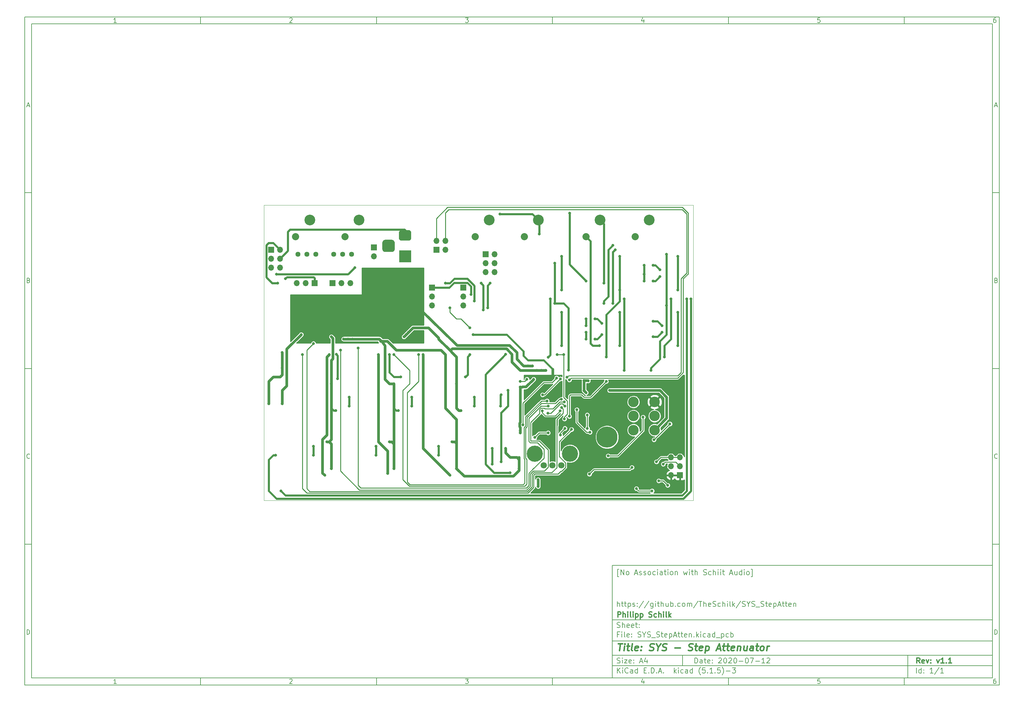
<source format=gbr>
G04 #@! TF.GenerationSoftware,KiCad,Pcbnew,(5.1.5)-3*
G04 #@! TF.CreationDate,2020-08-29T21:14:34+02:00*
G04 #@! TF.ProjectId,SYS_StepAtten,5359535f-5374-4657-9041-7474656e2e6b,v1.1*
G04 #@! TF.SameCoordinates,Original*
G04 #@! TF.FileFunction,Copper,L2,Bot*
G04 #@! TF.FilePolarity,Positive*
%FSLAX46Y46*%
G04 Gerber Fmt 4.6, Leading zero omitted, Abs format (unit mm)*
G04 Created by KiCad (PCBNEW (5.1.5)-3) date 2020-08-29 21:14:34*
%MOMM*%
%LPD*%
G04 APERTURE LIST*
%ADD10C,0.100000*%
%ADD11C,0.150000*%
%ADD12C,0.300000*%
%ADD13C,0.400000*%
%ADD14C,0.050000*%
%ADD15O,1.700000X1.700000*%
%ADD16R,1.700000X1.700000*%
%ADD17C,6.000000*%
%ADD18C,2.032000*%
%ADD19C,3.048000*%
%ADD20R,3.500000X3.500000*%
%ADD21C,1.440000*%
%ADD22C,1.800000*%
%ADD23C,4.600000*%
%ADD24C,3.000000*%
%ADD25C,0.800000*%
%ADD26C,0.800000*%
%ADD27C,0.250000*%
%ADD28C,0.600000*%
%ADD29C,0.254000*%
G04 APERTURE END LIST*
D10*
D11*
X177002200Y-166007200D02*
X177002200Y-198007200D01*
X285002200Y-198007200D01*
X285002200Y-166007200D01*
X177002200Y-166007200D01*
D10*
D11*
X10000000Y-10000000D02*
X10000000Y-200007200D01*
X287002200Y-200007200D01*
X287002200Y-10000000D01*
X10000000Y-10000000D01*
D10*
D11*
X12000000Y-12000000D02*
X12000000Y-198007200D01*
X285002200Y-198007200D01*
X285002200Y-12000000D01*
X12000000Y-12000000D01*
D10*
D11*
X60000000Y-12000000D02*
X60000000Y-10000000D01*
D10*
D11*
X110000000Y-12000000D02*
X110000000Y-10000000D01*
D10*
D11*
X160000000Y-12000000D02*
X160000000Y-10000000D01*
D10*
D11*
X210000000Y-12000000D02*
X210000000Y-10000000D01*
D10*
D11*
X260000000Y-12000000D02*
X260000000Y-10000000D01*
D10*
D11*
X36065476Y-11588095D02*
X35322619Y-11588095D01*
X35694047Y-11588095D02*
X35694047Y-10288095D01*
X35570238Y-10473809D01*
X35446428Y-10597619D01*
X35322619Y-10659523D01*
D10*
D11*
X85322619Y-10411904D02*
X85384523Y-10350000D01*
X85508333Y-10288095D01*
X85817857Y-10288095D01*
X85941666Y-10350000D01*
X86003571Y-10411904D01*
X86065476Y-10535714D01*
X86065476Y-10659523D01*
X86003571Y-10845238D01*
X85260714Y-11588095D01*
X86065476Y-11588095D01*
D10*
D11*
X135260714Y-10288095D02*
X136065476Y-10288095D01*
X135632142Y-10783333D01*
X135817857Y-10783333D01*
X135941666Y-10845238D01*
X136003571Y-10907142D01*
X136065476Y-11030952D01*
X136065476Y-11340476D01*
X136003571Y-11464285D01*
X135941666Y-11526190D01*
X135817857Y-11588095D01*
X135446428Y-11588095D01*
X135322619Y-11526190D01*
X135260714Y-11464285D01*
D10*
D11*
X185941666Y-10721428D02*
X185941666Y-11588095D01*
X185632142Y-10226190D02*
X185322619Y-11154761D01*
X186127380Y-11154761D01*
D10*
D11*
X236003571Y-10288095D02*
X235384523Y-10288095D01*
X235322619Y-10907142D01*
X235384523Y-10845238D01*
X235508333Y-10783333D01*
X235817857Y-10783333D01*
X235941666Y-10845238D01*
X236003571Y-10907142D01*
X236065476Y-11030952D01*
X236065476Y-11340476D01*
X236003571Y-11464285D01*
X235941666Y-11526190D01*
X235817857Y-11588095D01*
X235508333Y-11588095D01*
X235384523Y-11526190D01*
X235322619Y-11464285D01*
D10*
D11*
X285941666Y-10288095D02*
X285694047Y-10288095D01*
X285570238Y-10350000D01*
X285508333Y-10411904D01*
X285384523Y-10597619D01*
X285322619Y-10845238D01*
X285322619Y-11340476D01*
X285384523Y-11464285D01*
X285446428Y-11526190D01*
X285570238Y-11588095D01*
X285817857Y-11588095D01*
X285941666Y-11526190D01*
X286003571Y-11464285D01*
X286065476Y-11340476D01*
X286065476Y-11030952D01*
X286003571Y-10907142D01*
X285941666Y-10845238D01*
X285817857Y-10783333D01*
X285570238Y-10783333D01*
X285446428Y-10845238D01*
X285384523Y-10907142D01*
X285322619Y-11030952D01*
D10*
D11*
X60000000Y-198007200D02*
X60000000Y-200007200D01*
D10*
D11*
X110000000Y-198007200D02*
X110000000Y-200007200D01*
D10*
D11*
X160000000Y-198007200D02*
X160000000Y-200007200D01*
D10*
D11*
X210000000Y-198007200D02*
X210000000Y-200007200D01*
D10*
D11*
X260000000Y-198007200D02*
X260000000Y-200007200D01*
D10*
D11*
X36065476Y-199595295D02*
X35322619Y-199595295D01*
X35694047Y-199595295D02*
X35694047Y-198295295D01*
X35570238Y-198481009D01*
X35446428Y-198604819D01*
X35322619Y-198666723D01*
D10*
D11*
X85322619Y-198419104D02*
X85384523Y-198357200D01*
X85508333Y-198295295D01*
X85817857Y-198295295D01*
X85941666Y-198357200D01*
X86003571Y-198419104D01*
X86065476Y-198542914D01*
X86065476Y-198666723D01*
X86003571Y-198852438D01*
X85260714Y-199595295D01*
X86065476Y-199595295D01*
D10*
D11*
X135260714Y-198295295D02*
X136065476Y-198295295D01*
X135632142Y-198790533D01*
X135817857Y-198790533D01*
X135941666Y-198852438D01*
X136003571Y-198914342D01*
X136065476Y-199038152D01*
X136065476Y-199347676D01*
X136003571Y-199471485D01*
X135941666Y-199533390D01*
X135817857Y-199595295D01*
X135446428Y-199595295D01*
X135322619Y-199533390D01*
X135260714Y-199471485D01*
D10*
D11*
X185941666Y-198728628D02*
X185941666Y-199595295D01*
X185632142Y-198233390D02*
X185322619Y-199161961D01*
X186127380Y-199161961D01*
D10*
D11*
X236003571Y-198295295D02*
X235384523Y-198295295D01*
X235322619Y-198914342D01*
X235384523Y-198852438D01*
X235508333Y-198790533D01*
X235817857Y-198790533D01*
X235941666Y-198852438D01*
X236003571Y-198914342D01*
X236065476Y-199038152D01*
X236065476Y-199347676D01*
X236003571Y-199471485D01*
X235941666Y-199533390D01*
X235817857Y-199595295D01*
X235508333Y-199595295D01*
X235384523Y-199533390D01*
X235322619Y-199471485D01*
D10*
D11*
X285941666Y-198295295D02*
X285694047Y-198295295D01*
X285570238Y-198357200D01*
X285508333Y-198419104D01*
X285384523Y-198604819D01*
X285322619Y-198852438D01*
X285322619Y-199347676D01*
X285384523Y-199471485D01*
X285446428Y-199533390D01*
X285570238Y-199595295D01*
X285817857Y-199595295D01*
X285941666Y-199533390D01*
X286003571Y-199471485D01*
X286065476Y-199347676D01*
X286065476Y-199038152D01*
X286003571Y-198914342D01*
X285941666Y-198852438D01*
X285817857Y-198790533D01*
X285570238Y-198790533D01*
X285446428Y-198852438D01*
X285384523Y-198914342D01*
X285322619Y-199038152D01*
D10*
D11*
X10000000Y-60000000D02*
X12000000Y-60000000D01*
D10*
D11*
X10000000Y-110000000D02*
X12000000Y-110000000D01*
D10*
D11*
X10000000Y-160000000D02*
X12000000Y-160000000D01*
D10*
D11*
X10690476Y-35216666D02*
X11309523Y-35216666D01*
X10566666Y-35588095D02*
X11000000Y-34288095D01*
X11433333Y-35588095D01*
D10*
D11*
X11092857Y-84907142D02*
X11278571Y-84969047D01*
X11340476Y-85030952D01*
X11402380Y-85154761D01*
X11402380Y-85340476D01*
X11340476Y-85464285D01*
X11278571Y-85526190D01*
X11154761Y-85588095D01*
X10659523Y-85588095D01*
X10659523Y-84288095D01*
X11092857Y-84288095D01*
X11216666Y-84350000D01*
X11278571Y-84411904D01*
X11340476Y-84535714D01*
X11340476Y-84659523D01*
X11278571Y-84783333D01*
X11216666Y-84845238D01*
X11092857Y-84907142D01*
X10659523Y-84907142D01*
D10*
D11*
X11402380Y-135464285D02*
X11340476Y-135526190D01*
X11154761Y-135588095D01*
X11030952Y-135588095D01*
X10845238Y-135526190D01*
X10721428Y-135402380D01*
X10659523Y-135278571D01*
X10597619Y-135030952D01*
X10597619Y-134845238D01*
X10659523Y-134597619D01*
X10721428Y-134473809D01*
X10845238Y-134350000D01*
X11030952Y-134288095D01*
X11154761Y-134288095D01*
X11340476Y-134350000D01*
X11402380Y-134411904D01*
D10*
D11*
X10659523Y-185588095D02*
X10659523Y-184288095D01*
X10969047Y-184288095D01*
X11154761Y-184350000D01*
X11278571Y-184473809D01*
X11340476Y-184597619D01*
X11402380Y-184845238D01*
X11402380Y-185030952D01*
X11340476Y-185278571D01*
X11278571Y-185402380D01*
X11154761Y-185526190D01*
X10969047Y-185588095D01*
X10659523Y-185588095D01*
D10*
D11*
X287002200Y-60000000D02*
X285002200Y-60000000D01*
D10*
D11*
X287002200Y-110000000D02*
X285002200Y-110000000D01*
D10*
D11*
X287002200Y-160000000D02*
X285002200Y-160000000D01*
D10*
D11*
X285692676Y-35216666D02*
X286311723Y-35216666D01*
X285568866Y-35588095D02*
X286002200Y-34288095D01*
X286435533Y-35588095D01*
D10*
D11*
X286095057Y-84907142D02*
X286280771Y-84969047D01*
X286342676Y-85030952D01*
X286404580Y-85154761D01*
X286404580Y-85340476D01*
X286342676Y-85464285D01*
X286280771Y-85526190D01*
X286156961Y-85588095D01*
X285661723Y-85588095D01*
X285661723Y-84288095D01*
X286095057Y-84288095D01*
X286218866Y-84350000D01*
X286280771Y-84411904D01*
X286342676Y-84535714D01*
X286342676Y-84659523D01*
X286280771Y-84783333D01*
X286218866Y-84845238D01*
X286095057Y-84907142D01*
X285661723Y-84907142D01*
D10*
D11*
X286404580Y-135464285D02*
X286342676Y-135526190D01*
X286156961Y-135588095D01*
X286033152Y-135588095D01*
X285847438Y-135526190D01*
X285723628Y-135402380D01*
X285661723Y-135278571D01*
X285599819Y-135030952D01*
X285599819Y-134845238D01*
X285661723Y-134597619D01*
X285723628Y-134473809D01*
X285847438Y-134350000D01*
X286033152Y-134288095D01*
X286156961Y-134288095D01*
X286342676Y-134350000D01*
X286404580Y-134411904D01*
D10*
D11*
X285661723Y-185588095D02*
X285661723Y-184288095D01*
X285971247Y-184288095D01*
X286156961Y-184350000D01*
X286280771Y-184473809D01*
X286342676Y-184597619D01*
X286404580Y-184845238D01*
X286404580Y-185030952D01*
X286342676Y-185278571D01*
X286280771Y-185402380D01*
X286156961Y-185526190D01*
X285971247Y-185588095D01*
X285661723Y-185588095D01*
D10*
D11*
X200434342Y-193785771D02*
X200434342Y-192285771D01*
X200791485Y-192285771D01*
X201005771Y-192357200D01*
X201148628Y-192500057D01*
X201220057Y-192642914D01*
X201291485Y-192928628D01*
X201291485Y-193142914D01*
X201220057Y-193428628D01*
X201148628Y-193571485D01*
X201005771Y-193714342D01*
X200791485Y-193785771D01*
X200434342Y-193785771D01*
X202577200Y-193785771D02*
X202577200Y-193000057D01*
X202505771Y-192857200D01*
X202362914Y-192785771D01*
X202077200Y-192785771D01*
X201934342Y-192857200D01*
X202577200Y-193714342D02*
X202434342Y-193785771D01*
X202077200Y-193785771D01*
X201934342Y-193714342D01*
X201862914Y-193571485D01*
X201862914Y-193428628D01*
X201934342Y-193285771D01*
X202077200Y-193214342D01*
X202434342Y-193214342D01*
X202577200Y-193142914D01*
X203077200Y-192785771D02*
X203648628Y-192785771D01*
X203291485Y-192285771D02*
X203291485Y-193571485D01*
X203362914Y-193714342D01*
X203505771Y-193785771D01*
X203648628Y-193785771D01*
X204720057Y-193714342D02*
X204577200Y-193785771D01*
X204291485Y-193785771D01*
X204148628Y-193714342D01*
X204077200Y-193571485D01*
X204077200Y-193000057D01*
X204148628Y-192857200D01*
X204291485Y-192785771D01*
X204577200Y-192785771D01*
X204720057Y-192857200D01*
X204791485Y-193000057D01*
X204791485Y-193142914D01*
X204077200Y-193285771D01*
X205434342Y-193642914D02*
X205505771Y-193714342D01*
X205434342Y-193785771D01*
X205362914Y-193714342D01*
X205434342Y-193642914D01*
X205434342Y-193785771D01*
X205434342Y-192857200D02*
X205505771Y-192928628D01*
X205434342Y-193000057D01*
X205362914Y-192928628D01*
X205434342Y-192857200D01*
X205434342Y-193000057D01*
X207220057Y-192428628D02*
X207291485Y-192357200D01*
X207434342Y-192285771D01*
X207791485Y-192285771D01*
X207934342Y-192357200D01*
X208005771Y-192428628D01*
X208077200Y-192571485D01*
X208077200Y-192714342D01*
X208005771Y-192928628D01*
X207148628Y-193785771D01*
X208077200Y-193785771D01*
X209005771Y-192285771D02*
X209148628Y-192285771D01*
X209291485Y-192357200D01*
X209362914Y-192428628D01*
X209434342Y-192571485D01*
X209505771Y-192857200D01*
X209505771Y-193214342D01*
X209434342Y-193500057D01*
X209362914Y-193642914D01*
X209291485Y-193714342D01*
X209148628Y-193785771D01*
X209005771Y-193785771D01*
X208862914Y-193714342D01*
X208791485Y-193642914D01*
X208720057Y-193500057D01*
X208648628Y-193214342D01*
X208648628Y-192857200D01*
X208720057Y-192571485D01*
X208791485Y-192428628D01*
X208862914Y-192357200D01*
X209005771Y-192285771D01*
X210077200Y-192428628D02*
X210148628Y-192357200D01*
X210291485Y-192285771D01*
X210648628Y-192285771D01*
X210791485Y-192357200D01*
X210862914Y-192428628D01*
X210934342Y-192571485D01*
X210934342Y-192714342D01*
X210862914Y-192928628D01*
X210005771Y-193785771D01*
X210934342Y-193785771D01*
X211862914Y-192285771D02*
X212005771Y-192285771D01*
X212148628Y-192357200D01*
X212220057Y-192428628D01*
X212291485Y-192571485D01*
X212362914Y-192857200D01*
X212362914Y-193214342D01*
X212291485Y-193500057D01*
X212220057Y-193642914D01*
X212148628Y-193714342D01*
X212005771Y-193785771D01*
X211862914Y-193785771D01*
X211720057Y-193714342D01*
X211648628Y-193642914D01*
X211577200Y-193500057D01*
X211505771Y-193214342D01*
X211505771Y-192857200D01*
X211577200Y-192571485D01*
X211648628Y-192428628D01*
X211720057Y-192357200D01*
X211862914Y-192285771D01*
X213005771Y-193214342D02*
X214148628Y-193214342D01*
X215148628Y-192285771D02*
X215291485Y-192285771D01*
X215434342Y-192357200D01*
X215505771Y-192428628D01*
X215577200Y-192571485D01*
X215648628Y-192857200D01*
X215648628Y-193214342D01*
X215577200Y-193500057D01*
X215505771Y-193642914D01*
X215434342Y-193714342D01*
X215291485Y-193785771D01*
X215148628Y-193785771D01*
X215005771Y-193714342D01*
X214934342Y-193642914D01*
X214862914Y-193500057D01*
X214791485Y-193214342D01*
X214791485Y-192857200D01*
X214862914Y-192571485D01*
X214934342Y-192428628D01*
X215005771Y-192357200D01*
X215148628Y-192285771D01*
X216148628Y-192285771D02*
X217148628Y-192285771D01*
X216505771Y-193785771D01*
X217720057Y-193214342D02*
X218862914Y-193214342D01*
X220362914Y-193785771D02*
X219505771Y-193785771D01*
X219934342Y-193785771D02*
X219934342Y-192285771D01*
X219791485Y-192500057D01*
X219648628Y-192642914D01*
X219505771Y-192714342D01*
X220934342Y-192428628D02*
X221005771Y-192357200D01*
X221148628Y-192285771D01*
X221505771Y-192285771D01*
X221648628Y-192357200D01*
X221720057Y-192428628D01*
X221791485Y-192571485D01*
X221791485Y-192714342D01*
X221720057Y-192928628D01*
X220862914Y-193785771D01*
X221791485Y-193785771D01*
D10*
D11*
X177002200Y-194507200D02*
X285002200Y-194507200D01*
D10*
D11*
X178434342Y-196585771D02*
X178434342Y-195085771D01*
X179291485Y-196585771D02*
X178648628Y-195728628D01*
X179291485Y-195085771D02*
X178434342Y-195942914D01*
X179934342Y-196585771D02*
X179934342Y-195585771D01*
X179934342Y-195085771D02*
X179862914Y-195157200D01*
X179934342Y-195228628D01*
X180005771Y-195157200D01*
X179934342Y-195085771D01*
X179934342Y-195228628D01*
X181505771Y-196442914D02*
X181434342Y-196514342D01*
X181220057Y-196585771D01*
X181077200Y-196585771D01*
X180862914Y-196514342D01*
X180720057Y-196371485D01*
X180648628Y-196228628D01*
X180577200Y-195942914D01*
X180577200Y-195728628D01*
X180648628Y-195442914D01*
X180720057Y-195300057D01*
X180862914Y-195157200D01*
X181077200Y-195085771D01*
X181220057Y-195085771D01*
X181434342Y-195157200D01*
X181505771Y-195228628D01*
X182791485Y-196585771D02*
X182791485Y-195800057D01*
X182720057Y-195657200D01*
X182577200Y-195585771D01*
X182291485Y-195585771D01*
X182148628Y-195657200D01*
X182791485Y-196514342D02*
X182648628Y-196585771D01*
X182291485Y-196585771D01*
X182148628Y-196514342D01*
X182077200Y-196371485D01*
X182077200Y-196228628D01*
X182148628Y-196085771D01*
X182291485Y-196014342D01*
X182648628Y-196014342D01*
X182791485Y-195942914D01*
X184148628Y-196585771D02*
X184148628Y-195085771D01*
X184148628Y-196514342D02*
X184005771Y-196585771D01*
X183720057Y-196585771D01*
X183577200Y-196514342D01*
X183505771Y-196442914D01*
X183434342Y-196300057D01*
X183434342Y-195871485D01*
X183505771Y-195728628D01*
X183577200Y-195657200D01*
X183720057Y-195585771D01*
X184005771Y-195585771D01*
X184148628Y-195657200D01*
X186005771Y-195800057D02*
X186505771Y-195800057D01*
X186720057Y-196585771D02*
X186005771Y-196585771D01*
X186005771Y-195085771D01*
X186720057Y-195085771D01*
X187362914Y-196442914D02*
X187434342Y-196514342D01*
X187362914Y-196585771D01*
X187291485Y-196514342D01*
X187362914Y-196442914D01*
X187362914Y-196585771D01*
X188077200Y-196585771D02*
X188077200Y-195085771D01*
X188434342Y-195085771D01*
X188648628Y-195157200D01*
X188791485Y-195300057D01*
X188862914Y-195442914D01*
X188934342Y-195728628D01*
X188934342Y-195942914D01*
X188862914Y-196228628D01*
X188791485Y-196371485D01*
X188648628Y-196514342D01*
X188434342Y-196585771D01*
X188077200Y-196585771D01*
X189577200Y-196442914D02*
X189648628Y-196514342D01*
X189577200Y-196585771D01*
X189505771Y-196514342D01*
X189577200Y-196442914D01*
X189577200Y-196585771D01*
X190220057Y-196157200D02*
X190934342Y-196157200D01*
X190077200Y-196585771D02*
X190577200Y-195085771D01*
X191077200Y-196585771D01*
X191577200Y-196442914D02*
X191648628Y-196514342D01*
X191577200Y-196585771D01*
X191505771Y-196514342D01*
X191577200Y-196442914D01*
X191577200Y-196585771D01*
X194577200Y-196585771D02*
X194577200Y-195085771D01*
X194720057Y-196014342D02*
X195148628Y-196585771D01*
X195148628Y-195585771D02*
X194577200Y-196157200D01*
X195791485Y-196585771D02*
X195791485Y-195585771D01*
X195791485Y-195085771D02*
X195720057Y-195157200D01*
X195791485Y-195228628D01*
X195862914Y-195157200D01*
X195791485Y-195085771D01*
X195791485Y-195228628D01*
X197148628Y-196514342D02*
X197005771Y-196585771D01*
X196720057Y-196585771D01*
X196577200Y-196514342D01*
X196505771Y-196442914D01*
X196434342Y-196300057D01*
X196434342Y-195871485D01*
X196505771Y-195728628D01*
X196577200Y-195657200D01*
X196720057Y-195585771D01*
X197005771Y-195585771D01*
X197148628Y-195657200D01*
X198434342Y-196585771D02*
X198434342Y-195800057D01*
X198362914Y-195657200D01*
X198220057Y-195585771D01*
X197934342Y-195585771D01*
X197791485Y-195657200D01*
X198434342Y-196514342D02*
X198291485Y-196585771D01*
X197934342Y-196585771D01*
X197791485Y-196514342D01*
X197720057Y-196371485D01*
X197720057Y-196228628D01*
X197791485Y-196085771D01*
X197934342Y-196014342D01*
X198291485Y-196014342D01*
X198434342Y-195942914D01*
X199791485Y-196585771D02*
X199791485Y-195085771D01*
X199791485Y-196514342D02*
X199648628Y-196585771D01*
X199362914Y-196585771D01*
X199220057Y-196514342D01*
X199148628Y-196442914D01*
X199077200Y-196300057D01*
X199077200Y-195871485D01*
X199148628Y-195728628D01*
X199220057Y-195657200D01*
X199362914Y-195585771D01*
X199648628Y-195585771D01*
X199791485Y-195657200D01*
X202077200Y-197157200D02*
X202005771Y-197085771D01*
X201862914Y-196871485D01*
X201791485Y-196728628D01*
X201720057Y-196514342D01*
X201648628Y-196157200D01*
X201648628Y-195871485D01*
X201720057Y-195514342D01*
X201791485Y-195300057D01*
X201862914Y-195157200D01*
X202005771Y-194942914D01*
X202077200Y-194871485D01*
X203362914Y-195085771D02*
X202648628Y-195085771D01*
X202577200Y-195800057D01*
X202648628Y-195728628D01*
X202791485Y-195657200D01*
X203148628Y-195657200D01*
X203291485Y-195728628D01*
X203362914Y-195800057D01*
X203434342Y-195942914D01*
X203434342Y-196300057D01*
X203362914Y-196442914D01*
X203291485Y-196514342D01*
X203148628Y-196585771D01*
X202791485Y-196585771D01*
X202648628Y-196514342D01*
X202577200Y-196442914D01*
X204077200Y-196442914D02*
X204148628Y-196514342D01*
X204077200Y-196585771D01*
X204005771Y-196514342D01*
X204077200Y-196442914D01*
X204077200Y-196585771D01*
X205577200Y-196585771D02*
X204720057Y-196585771D01*
X205148628Y-196585771D02*
X205148628Y-195085771D01*
X205005771Y-195300057D01*
X204862914Y-195442914D01*
X204720057Y-195514342D01*
X206220057Y-196442914D02*
X206291485Y-196514342D01*
X206220057Y-196585771D01*
X206148628Y-196514342D01*
X206220057Y-196442914D01*
X206220057Y-196585771D01*
X207648628Y-195085771D02*
X206934342Y-195085771D01*
X206862914Y-195800057D01*
X206934342Y-195728628D01*
X207077200Y-195657200D01*
X207434342Y-195657200D01*
X207577200Y-195728628D01*
X207648628Y-195800057D01*
X207720057Y-195942914D01*
X207720057Y-196300057D01*
X207648628Y-196442914D01*
X207577200Y-196514342D01*
X207434342Y-196585771D01*
X207077200Y-196585771D01*
X206934342Y-196514342D01*
X206862914Y-196442914D01*
X208220057Y-197157200D02*
X208291485Y-197085771D01*
X208434342Y-196871485D01*
X208505771Y-196728628D01*
X208577200Y-196514342D01*
X208648628Y-196157200D01*
X208648628Y-195871485D01*
X208577200Y-195514342D01*
X208505771Y-195300057D01*
X208434342Y-195157200D01*
X208291485Y-194942914D01*
X208220057Y-194871485D01*
X209362914Y-196014342D02*
X210505771Y-196014342D01*
X211077200Y-195085771D02*
X212005771Y-195085771D01*
X211505771Y-195657200D01*
X211720057Y-195657200D01*
X211862914Y-195728628D01*
X211934342Y-195800057D01*
X212005771Y-195942914D01*
X212005771Y-196300057D01*
X211934342Y-196442914D01*
X211862914Y-196514342D01*
X211720057Y-196585771D01*
X211291485Y-196585771D01*
X211148628Y-196514342D01*
X211077200Y-196442914D01*
D10*
D11*
X177002200Y-191507200D02*
X285002200Y-191507200D01*
D10*
D12*
X264411485Y-193785771D02*
X263911485Y-193071485D01*
X263554342Y-193785771D02*
X263554342Y-192285771D01*
X264125771Y-192285771D01*
X264268628Y-192357200D01*
X264340057Y-192428628D01*
X264411485Y-192571485D01*
X264411485Y-192785771D01*
X264340057Y-192928628D01*
X264268628Y-193000057D01*
X264125771Y-193071485D01*
X263554342Y-193071485D01*
X265625771Y-193714342D02*
X265482914Y-193785771D01*
X265197200Y-193785771D01*
X265054342Y-193714342D01*
X264982914Y-193571485D01*
X264982914Y-193000057D01*
X265054342Y-192857200D01*
X265197200Y-192785771D01*
X265482914Y-192785771D01*
X265625771Y-192857200D01*
X265697200Y-193000057D01*
X265697200Y-193142914D01*
X264982914Y-193285771D01*
X266197200Y-192785771D02*
X266554342Y-193785771D01*
X266911485Y-192785771D01*
X267482914Y-193642914D02*
X267554342Y-193714342D01*
X267482914Y-193785771D01*
X267411485Y-193714342D01*
X267482914Y-193642914D01*
X267482914Y-193785771D01*
X267482914Y-192857200D02*
X267554342Y-192928628D01*
X267482914Y-193000057D01*
X267411485Y-192928628D01*
X267482914Y-192857200D01*
X267482914Y-193000057D01*
X269197200Y-192785771D02*
X269554342Y-193785771D01*
X269911485Y-192785771D01*
X271268628Y-193785771D02*
X270411485Y-193785771D01*
X270840057Y-193785771D02*
X270840057Y-192285771D01*
X270697200Y-192500057D01*
X270554342Y-192642914D01*
X270411485Y-192714342D01*
X271911485Y-193642914D02*
X271982914Y-193714342D01*
X271911485Y-193785771D01*
X271840057Y-193714342D01*
X271911485Y-193642914D01*
X271911485Y-193785771D01*
X273411485Y-193785771D02*
X272554342Y-193785771D01*
X272982914Y-193785771D02*
X272982914Y-192285771D01*
X272840057Y-192500057D01*
X272697200Y-192642914D01*
X272554342Y-192714342D01*
D10*
D11*
X178362914Y-193714342D02*
X178577200Y-193785771D01*
X178934342Y-193785771D01*
X179077200Y-193714342D01*
X179148628Y-193642914D01*
X179220057Y-193500057D01*
X179220057Y-193357200D01*
X179148628Y-193214342D01*
X179077200Y-193142914D01*
X178934342Y-193071485D01*
X178648628Y-193000057D01*
X178505771Y-192928628D01*
X178434342Y-192857200D01*
X178362914Y-192714342D01*
X178362914Y-192571485D01*
X178434342Y-192428628D01*
X178505771Y-192357200D01*
X178648628Y-192285771D01*
X179005771Y-192285771D01*
X179220057Y-192357200D01*
X179862914Y-193785771D02*
X179862914Y-192785771D01*
X179862914Y-192285771D02*
X179791485Y-192357200D01*
X179862914Y-192428628D01*
X179934342Y-192357200D01*
X179862914Y-192285771D01*
X179862914Y-192428628D01*
X180434342Y-192785771D02*
X181220057Y-192785771D01*
X180434342Y-193785771D01*
X181220057Y-193785771D01*
X182362914Y-193714342D02*
X182220057Y-193785771D01*
X181934342Y-193785771D01*
X181791485Y-193714342D01*
X181720057Y-193571485D01*
X181720057Y-193000057D01*
X181791485Y-192857200D01*
X181934342Y-192785771D01*
X182220057Y-192785771D01*
X182362914Y-192857200D01*
X182434342Y-193000057D01*
X182434342Y-193142914D01*
X181720057Y-193285771D01*
X183077200Y-193642914D02*
X183148628Y-193714342D01*
X183077200Y-193785771D01*
X183005771Y-193714342D01*
X183077200Y-193642914D01*
X183077200Y-193785771D01*
X183077200Y-192857200D02*
X183148628Y-192928628D01*
X183077200Y-193000057D01*
X183005771Y-192928628D01*
X183077200Y-192857200D01*
X183077200Y-193000057D01*
X184862914Y-193357200D02*
X185577200Y-193357200D01*
X184720057Y-193785771D02*
X185220057Y-192285771D01*
X185720057Y-193785771D01*
X186862914Y-192785771D02*
X186862914Y-193785771D01*
X186505771Y-192214342D02*
X186148628Y-193285771D01*
X187077200Y-193285771D01*
D10*
D11*
X263434342Y-196585771D02*
X263434342Y-195085771D01*
X264791485Y-196585771D02*
X264791485Y-195085771D01*
X264791485Y-196514342D02*
X264648628Y-196585771D01*
X264362914Y-196585771D01*
X264220057Y-196514342D01*
X264148628Y-196442914D01*
X264077200Y-196300057D01*
X264077200Y-195871485D01*
X264148628Y-195728628D01*
X264220057Y-195657200D01*
X264362914Y-195585771D01*
X264648628Y-195585771D01*
X264791485Y-195657200D01*
X265505771Y-196442914D02*
X265577200Y-196514342D01*
X265505771Y-196585771D01*
X265434342Y-196514342D01*
X265505771Y-196442914D01*
X265505771Y-196585771D01*
X265505771Y-195657200D02*
X265577200Y-195728628D01*
X265505771Y-195800057D01*
X265434342Y-195728628D01*
X265505771Y-195657200D01*
X265505771Y-195800057D01*
X268148628Y-196585771D02*
X267291485Y-196585771D01*
X267720057Y-196585771D02*
X267720057Y-195085771D01*
X267577200Y-195300057D01*
X267434342Y-195442914D01*
X267291485Y-195514342D01*
X269862914Y-195014342D02*
X268577200Y-196942914D01*
X271148628Y-196585771D02*
X270291485Y-196585771D01*
X270720057Y-196585771D02*
X270720057Y-195085771D01*
X270577200Y-195300057D01*
X270434342Y-195442914D01*
X270291485Y-195514342D01*
D10*
D11*
X177002200Y-187507200D02*
X285002200Y-187507200D01*
D10*
D13*
X178714580Y-188211961D02*
X179857438Y-188211961D01*
X179036009Y-190211961D02*
X179286009Y-188211961D01*
X180274104Y-190211961D02*
X180440771Y-188878628D01*
X180524104Y-188211961D02*
X180416961Y-188307200D01*
X180500295Y-188402438D01*
X180607438Y-188307200D01*
X180524104Y-188211961D01*
X180500295Y-188402438D01*
X181107438Y-188878628D02*
X181869342Y-188878628D01*
X181476485Y-188211961D02*
X181262200Y-189926247D01*
X181333628Y-190116723D01*
X181512200Y-190211961D01*
X181702676Y-190211961D01*
X182655057Y-190211961D02*
X182476485Y-190116723D01*
X182405057Y-189926247D01*
X182619342Y-188211961D01*
X184190771Y-190116723D02*
X183988390Y-190211961D01*
X183607438Y-190211961D01*
X183428866Y-190116723D01*
X183357438Y-189926247D01*
X183452676Y-189164342D01*
X183571723Y-188973866D01*
X183774104Y-188878628D01*
X184155057Y-188878628D01*
X184333628Y-188973866D01*
X184405057Y-189164342D01*
X184381247Y-189354819D01*
X183405057Y-189545295D01*
X185155057Y-190021485D02*
X185238390Y-190116723D01*
X185131247Y-190211961D01*
X185047914Y-190116723D01*
X185155057Y-190021485D01*
X185131247Y-190211961D01*
X185286009Y-188973866D02*
X185369342Y-189069104D01*
X185262200Y-189164342D01*
X185178866Y-189069104D01*
X185286009Y-188973866D01*
X185262200Y-189164342D01*
X187524104Y-190116723D02*
X187797914Y-190211961D01*
X188274104Y-190211961D01*
X188476485Y-190116723D01*
X188583628Y-190021485D01*
X188702676Y-189831009D01*
X188726485Y-189640533D01*
X188655057Y-189450057D01*
X188571723Y-189354819D01*
X188393152Y-189259580D01*
X188024104Y-189164342D01*
X187845533Y-189069104D01*
X187762200Y-188973866D01*
X187690771Y-188783390D01*
X187714580Y-188592914D01*
X187833628Y-188402438D01*
X187940771Y-188307200D01*
X188143152Y-188211961D01*
X188619342Y-188211961D01*
X188893152Y-188307200D01*
X190012200Y-189259580D02*
X189893152Y-190211961D01*
X189476485Y-188211961D02*
X190012200Y-189259580D01*
X190809819Y-188211961D01*
X191143152Y-190116723D02*
X191416961Y-190211961D01*
X191893152Y-190211961D01*
X192095533Y-190116723D01*
X192202676Y-190021485D01*
X192321723Y-189831009D01*
X192345533Y-189640533D01*
X192274104Y-189450057D01*
X192190771Y-189354819D01*
X192012200Y-189259580D01*
X191643152Y-189164342D01*
X191464580Y-189069104D01*
X191381247Y-188973866D01*
X191309819Y-188783390D01*
X191333628Y-188592914D01*
X191452676Y-188402438D01*
X191559819Y-188307200D01*
X191762200Y-188211961D01*
X192238390Y-188211961D01*
X192512200Y-188307200D01*
X194750295Y-189450057D02*
X196274104Y-189450057D01*
X198571723Y-190116723D02*
X198845533Y-190211961D01*
X199321723Y-190211961D01*
X199524104Y-190116723D01*
X199631247Y-190021485D01*
X199750295Y-189831009D01*
X199774104Y-189640533D01*
X199702676Y-189450057D01*
X199619342Y-189354819D01*
X199440771Y-189259580D01*
X199071723Y-189164342D01*
X198893152Y-189069104D01*
X198809819Y-188973866D01*
X198738390Y-188783390D01*
X198762200Y-188592914D01*
X198881247Y-188402438D01*
X198988390Y-188307200D01*
X199190771Y-188211961D01*
X199666961Y-188211961D01*
X199940771Y-188307200D01*
X200440771Y-188878628D02*
X201202676Y-188878628D01*
X200809819Y-188211961D02*
X200595533Y-189926247D01*
X200666961Y-190116723D01*
X200845533Y-190211961D01*
X201036009Y-190211961D01*
X202476485Y-190116723D02*
X202274104Y-190211961D01*
X201893152Y-190211961D01*
X201714580Y-190116723D01*
X201643152Y-189926247D01*
X201738390Y-189164342D01*
X201857438Y-188973866D01*
X202059819Y-188878628D01*
X202440771Y-188878628D01*
X202619342Y-188973866D01*
X202690771Y-189164342D01*
X202666961Y-189354819D01*
X201690771Y-189545295D01*
X203583628Y-188878628D02*
X203333628Y-190878628D01*
X203571723Y-188973866D02*
X203774104Y-188878628D01*
X204155057Y-188878628D01*
X204333628Y-188973866D01*
X204416961Y-189069104D01*
X204488390Y-189259580D01*
X204416961Y-189831009D01*
X204297914Y-190021485D01*
X204190771Y-190116723D01*
X203988390Y-190211961D01*
X203607438Y-190211961D01*
X203428866Y-190116723D01*
X206726485Y-189640533D02*
X207678866Y-189640533D01*
X206464580Y-190211961D02*
X207381247Y-188211961D01*
X207797914Y-190211961D01*
X208345533Y-188878628D02*
X209107438Y-188878628D01*
X208714580Y-188211961D02*
X208500295Y-189926247D01*
X208571723Y-190116723D01*
X208750295Y-190211961D01*
X208940771Y-190211961D01*
X209488390Y-188878628D02*
X210250295Y-188878628D01*
X209857438Y-188211961D02*
X209643152Y-189926247D01*
X209714580Y-190116723D01*
X209893152Y-190211961D01*
X210083628Y-190211961D01*
X211524104Y-190116723D02*
X211321723Y-190211961D01*
X210940771Y-190211961D01*
X210762200Y-190116723D01*
X210690771Y-189926247D01*
X210786009Y-189164342D01*
X210905057Y-188973866D01*
X211107438Y-188878628D01*
X211488390Y-188878628D01*
X211666961Y-188973866D01*
X211738390Y-189164342D01*
X211714580Y-189354819D01*
X210738390Y-189545295D01*
X212631247Y-188878628D02*
X212464580Y-190211961D01*
X212607438Y-189069104D02*
X212714580Y-188973866D01*
X212916961Y-188878628D01*
X213202676Y-188878628D01*
X213381247Y-188973866D01*
X213452676Y-189164342D01*
X213321723Y-190211961D01*
X215297914Y-188878628D02*
X215131247Y-190211961D01*
X214440771Y-188878628D02*
X214309819Y-189926247D01*
X214381247Y-190116723D01*
X214559819Y-190211961D01*
X214845533Y-190211961D01*
X215047914Y-190116723D01*
X215155057Y-190021485D01*
X216940771Y-190211961D02*
X217071723Y-189164342D01*
X217000295Y-188973866D01*
X216821723Y-188878628D01*
X216440771Y-188878628D01*
X216238390Y-188973866D01*
X216952676Y-190116723D02*
X216750295Y-190211961D01*
X216274104Y-190211961D01*
X216095533Y-190116723D01*
X216024104Y-189926247D01*
X216047914Y-189735771D01*
X216166961Y-189545295D01*
X216369342Y-189450057D01*
X216845533Y-189450057D01*
X217047914Y-189354819D01*
X217774104Y-188878628D02*
X218536009Y-188878628D01*
X218143152Y-188211961D02*
X217928866Y-189926247D01*
X218000295Y-190116723D01*
X218178866Y-190211961D01*
X218369342Y-190211961D01*
X219321723Y-190211961D02*
X219143152Y-190116723D01*
X219059819Y-190021485D01*
X218988390Y-189831009D01*
X219059819Y-189259580D01*
X219178866Y-189069104D01*
X219286009Y-188973866D01*
X219488390Y-188878628D01*
X219774104Y-188878628D01*
X219952676Y-188973866D01*
X220036009Y-189069104D01*
X220107438Y-189259580D01*
X220036009Y-189831009D01*
X219916961Y-190021485D01*
X219809819Y-190116723D01*
X219607438Y-190211961D01*
X219321723Y-190211961D01*
X220845533Y-190211961D02*
X221012199Y-188878628D01*
X220964580Y-189259580D02*
X221083628Y-189069104D01*
X221190771Y-188973866D01*
X221393152Y-188878628D01*
X221583628Y-188878628D01*
D10*
D11*
X178934342Y-185600057D02*
X178434342Y-185600057D01*
X178434342Y-186385771D02*
X178434342Y-184885771D01*
X179148628Y-184885771D01*
X179720057Y-186385771D02*
X179720057Y-185385771D01*
X179720057Y-184885771D02*
X179648628Y-184957200D01*
X179720057Y-185028628D01*
X179791485Y-184957200D01*
X179720057Y-184885771D01*
X179720057Y-185028628D01*
X180648628Y-186385771D02*
X180505771Y-186314342D01*
X180434342Y-186171485D01*
X180434342Y-184885771D01*
X181791485Y-186314342D02*
X181648628Y-186385771D01*
X181362914Y-186385771D01*
X181220057Y-186314342D01*
X181148628Y-186171485D01*
X181148628Y-185600057D01*
X181220057Y-185457200D01*
X181362914Y-185385771D01*
X181648628Y-185385771D01*
X181791485Y-185457200D01*
X181862914Y-185600057D01*
X181862914Y-185742914D01*
X181148628Y-185885771D01*
X182505771Y-186242914D02*
X182577200Y-186314342D01*
X182505771Y-186385771D01*
X182434342Y-186314342D01*
X182505771Y-186242914D01*
X182505771Y-186385771D01*
X182505771Y-185457200D02*
X182577200Y-185528628D01*
X182505771Y-185600057D01*
X182434342Y-185528628D01*
X182505771Y-185457200D01*
X182505771Y-185600057D01*
X184291485Y-186314342D02*
X184505771Y-186385771D01*
X184862914Y-186385771D01*
X185005771Y-186314342D01*
X185077200Y-186242914D01*
X185148628Y-186100057D01*
X185148628Y-185957200D01*
X185077200Y-185814342D01*
X185005771Y-185742914D01*
X184862914Y-185671485D01*
X184577200Y-185600057D01*
X184434342Y-185528628D01*
X184362914Y-185457200D01*
X184291485Y-185314342D01*
X184291485Y-185171485D01*
X184362914Y-185028628D01*
X184434342Y-184957200D01*
X184577200Y-184885771D01*
X184934342Y-184885771D01*
X185148628Y-184957200D01*
X186077200Y-185671485D02*
X186077200Y-186385771D01*
X185577200Y-184885771D02*
X186077200Y-185671485D01*
X186577200Y-184885771D01*
X187005771Y-186314342D02*
X187220057Y-186385771D01*
X187577200Y-186385771D01*
X187720057Y-186314342D01*
X187791485Y-186242914D01*
X187862914Y-186100057D01*
X187862914Y-185957200D01*
X187791485Y-185814342D01*
X187720057Y-185742914D01*
X187577200Y-185671485D01*
X187291485Y-185600057D01*
X187148628Y-185528628D01*
X187077200Y-185457200D01*
X187005771Y-185314342D01*
X187005771Y-185171485D01*
X187077200Y-185028628D01*
X187148628Y-184957200D01*
X187291485Y-184885771D01*
X187648628Y-184885771D01*
X187862914Y-184957200D01*
X188148628Y-186528628D02*
X189291485Y-186528628D01*
X189577200Y-186314342D02*
X189791485Y-186385771D01*
X190148628Y-186385771D01*
X190291485Y-186314342D01*
X190362914Y-186242914D01*
X190434342Y-186100057D01*
X190434342Y-185957200D01*
X190362914Y-185814342D01*
X190291485Y-185742914D01*
X190148628Y-185671485D01*
X189862914Y-185600057D01*
X189720057Y-185528628D01*
X189648628Y-185457200D01*
X189577200Y-185314342D01*
X189577200Y-185171485D01*
X189648628Y-185028628D01*
X189720057Y-184957200D01*
X189862914Y-184885771D01*
X190220057Y-184885771D01*
X190434342Y-184957200D01*
X190862914Y-185385771D02*
X191434342Y-185385771D01*
X191077200Y-184885771D02*
X191077200Y-186171485D01*
X191148628Y-186314342D01*
X191291485Y-186385771D01*
X191434342Y-186385771D01*
X192505771Y-186314342D02*
X192362914Y-186385771D01*
X192077200Y-186385771D01*
X191934342Y-186314342D01*
X191862914Y-186171485D01*
X191862914Y-185600057D01*
X191934342Y-185457200D01*
X192077200Y-185385771D01*
X192362914Y-185385771D01*
X192505771Y-185457200D01*
X192577200Y-185600057D01*
X192577200Y-185742914D01*
X191862914Y-185885771D01*
X193220057Y-185385771D02*
X193220057Y-186885771D01*
X193220057Y-185457200D02*
X193362914Y-185385771D01*
X193648628Y-185385771D01*
X193791485Y-185457200D01*
X193862914Y-185528628D01*
X193934342Y-185671485D01*
X193934342Y-186100057D01*
X193862914Y-186242914D01*
X193791485Y-186314342D01*
X193648628Y-186385771D01*
X193362914Y-186385771D01*
X193220057Y-186314342D01*
X194505771Y-185957200D02*
X195220057Y-185957200D01*
X194362914Y-186385771D02*
X194862914Y-184885771D01*
X195362914Y-186385771D01*
X195648628Y-185385771D02*
X196220057Y-185385771D01*
X195862914Y-184885771D02*
X195862914Y-186171485D01*
X195934342Y-186314342D01*
X196077200Y-186385771D01*
X196220057Y-186385771D01*
X196505771Y-185385771D02*
X197077200Y-185385771D01*
X196720057Y-184885771D02*
X196720057Y-186171485D01*
X196791485Y-186314342D01*
X196934342Y-186385771D01*
X197077200Y-186385771D01*
X198148628Y-186314342D02*
X198005771Y-186385771D01*
X197720057Y-186385771D01*
X197577200Y-186314342D01*
X197505771Y-186171485D01*
X197505771Y-185600057D01*
X197577200Y-185457200D01*
X197720057Y-185385771D01*
X198005771Y-185385771D01*
X198148628Y-185457200D01*
X198220057Y-185600057D01*
X198220057Y-185742914D01*
X197505771Y-185885771D01*
X198862914Y-185385771D02*
X198862914Y-186385771D01*
X198862914Y-185528628D02*
X198934342Y-185457200D01*
X199077200Y-185385771D01*
X199291485Y-185385771D01*
X199434342Y-185457200D01*
X199505771Y-185600057D01*
X199505771Y-186385771D01*
X200220057Y-186242914D02*
X200291485Y-186314342D01*
X200220057Y-186385771D01*
X200148628Y-186314342D01*
X200220057Y-186242914D01*
X200220057Y-186385771D01*
X200934342Y-186385771D02*
X200934342Y-184885771D01*
X201077200Y-185814342D02*
X201505771Y-186385771D01*
X201505771Y-185385771D02*
X200934342Y-185957200D01*
X202148628Y-186385771D02*
X202148628Y-185385771D01*
X202148628Y-184885771D02*
X202077200Y-184957200D01*
X202148628Y-185028628D01*
X202220057Y-184957200D01*
X202148628Y-184885771D01*
X202148628Y-185028628D01*
X203505771Y-186314342D02*
X203362914Y-186385771D01*
X203077200Y-186385771D01*
X202934342Y-186314342D01*
X202862914Y-186242914D01*
X202791485Y-186100057D01*
X202791485Y-185671485D01*
X202862914Y-185528628D01*
X202934342Y-185457200D01*
X203077200Y-185385771D01*
X203362914Y-185385771D01*
X203505771Y-185457200D01*
X204791485Y-186385771D02*
X204791485Y-185600057D01*
X204720057Y-185457200D01*
X204577200Y-185385771D01*
X204291485Y-185385771D01*
X204148628Y-185457200D01*
X204791485Y-186314342D02*
X204648628Y-186385771D01*
X204291485Y-186385771D01*
X204148628Y-186314342D01*
X204077200Y-186171485D01*
X204077200Y-186028628D01*
X204148628Y-185885771D01*
X204291485Y-185814342D01*
X204648628Y-185814342D01*
X204791485Y-185742914D01*
X206148628Y-186385771D02*
X206148628Y-184885771D01*
X206148628Y-186314342D02*
X206005771Y-186385771D01*
X205720057Y-186385771D01*
X205577200Y-186314342D01*
X205505771Y-186242914D01*
X205434342Y-186100057D01*
X205434342Y-185671485D01*
X205505771Y-185528628D01*
X205577200Y-185457200D01*
X205720057Y-185385771D01*
X206005771Y-185385771D01*
X206148628Y-185457200D01*
X206505771Y-186528628D02*
X207648628Y-186528628D01*
X208005771Y-185385771D02*
X208005771Y-186885771D01*
X208005771Y-185457200D02*
X208148628Y-185385771D01*
X208434342Y-185385771D01*
X208577200Y-185457200D01*
X208648628Y-185528628D01*
X208720057Y-185671485D01*
X208720057Y-186100057D01*
X208648628Y-186242914D01*
X208577200Y-186314342D01*
X208434342Y-186385771D01*
X208148628Y-186385771D01*
X208005771Y-186314342D01*
X210005771Y-186314342D02*
X209862914Y-186385771D01*
X209577200Y-186385771D01*
X209434342Y-186314342D01*
X209362914Y-186242914D01*
X209291485Y-186100057D01*
X209291485Y-185671485D01*
X209362914Y-185528628D01*
X209434342Y-185457200D01*
X209577200Y-185385771D01*
X209862914Y-185385771D01*
X210005771Y-185457200D01*
X210648628Y-186385771D02*
X210648628Y-184885771D01*
X210648628Y-185457200D02*
X210791485Y-185385771D01*
X211077200Y-185385771D01*
X211220057Y-185457200D01*
X211291485Y-185528628D01*
X211362914Y-185671485D01*
X211362914Y-186100057D01*
X211291485Y-186242914D01*
X211220057Y-186314342D01*
X211077200Y-186385771D01*
X210791485Y-186385771D01*
X210648628Y-186314342D01*
D10*
D11*
X177002200Y-181507200D02*
X285002200Y-181507200D01*
D10*
D11*
X178362914Y-183614342D02*
X178577200Y-183685771D01*
X178934342Y-183685771D01*
X179077200Y-183614342D01*
X179148628Y-183542914D01*
X179220057Y-183400057D01*
X179220057Y-183257200D01*
X179148628Y-183114342D01*
X179077200Y-183042914D01*
X178934342Y-182971485D01*
X178648628Y-182900057D01*
X178505771Y-182828628D01*
X178434342Y-182757200D01*
X178362914Y-182614342D01*
X178362914Y-182471485D01*
X178434342Y-182328628D01*
X178505771Y-182257200D01*
X178648628Y-182185771D01*
X179005771Y-182185771D01*
X179220057Y-182257200D01*
X179862914Y-183685771D02*
X179862914Y-182185771D01*
X180505771Y-183685771D02*
X180505771Y-182900057D01*
X180434342Y-182757200D01*
X180291485Y-182685771D01*
X180077200Y-182685771D01*
X179934342Y-182757200D01*
X179862914Y-182828628D01*
X181791485Y-183614342D02*
X181648628Y-183685771D01*
X181362914Y-183685771D01*
X181220057Y-183614342D01*
X181148628Y-183471485D01*
X181148628Y-182900057D01*
X181220057Y-182757200D01*
X181362914Y-182685771D01*
X181648628Y-182685771D01*
X181791485Y-182757200D01*
X181862914Y-182900057D01*
X181862914Y-183042914D01*
X181148628Y-183185771D01*
X183077200Y-183614342D02*
X182934342Y-183685771D01*
X182648628Y-183685771D01*
X182505771Y-183614342D01*
X182434342Y-183471485D01*
X182434342Y-182900057D01*
X182505771Y-182757200D01*
X182648628Y-182685771D01*
X182934342Y-182685771D01*
X183077200Y-182757200D01*
X183148628Y-182900057D01*
X183148628Y-183042914D01*
X182434342Y-183185771D01*
X183577200Y-182685771D02*
X184148628Y-182685771D01*
X183791485Y-182185771D02*
X183791485Y-183471485D01*
X183862914Y-183614342D01*
X184005771Y-183685771D01*
X184148628Y-183685771D01*
X184648628Y-183542914D02*
X184720057Y-183614342D01*
X184648628Y-183685771D01*
X184577200Y-183614342D01*
X184648628Y-183542914D01*
X184648628Y-183685771D01*
X184648628Y-182757200D02*
X184720057Y-182828628D01*
X184648628Y-182900057D01*
X184577200Y-182828628D01*
X184648628Y-182757200D01*
X184648628Y-182900057D01*
D10*
D12*
X178554342Y-180685771D02*
X178554342Y-179185771D01*
X179125771Y-179185771D01*
X179268628Y-179257200D01*
X179340057Y-179328628D01*
X179411485Y-179471485D01*
X179411485Y-179685771D01*
X179340057Y-179828628D01*
X179268628Y-179900057D01*
X179125771Y-179971485D01*
X178554342Y-179971485D01*
X180054342Y-180685771D02*
X180054342Y-179185771D01*
X180697200Y-180685771D02*
X180697200Y-179900057D01*
X180625771Y-179757200D01*
X180482914Y-179685771D01*
X180268628Y-179685771D01*
X180125771Y-179757200D01*
X180054342Y-179828628D01*
X181411485Y-180685771D02*
X181411485Y-179685771D01*
X181411485Y-179185771D02*
X181340057Y-179257200D01*
X181411485Y-179328628D01*
X181482914Y-179257200D01*
X181411485Y-179185771D01*
X181411485Y-179328628D01*
X182340057Y-180685771D02*
X182197200Y-180614342D01*
X182125771Y-180471485D01*
X182125771Y-179185771D01*
X182911485Y-180685771D02*
X182911485Y-179685771D01*
X182911485Y-179185771D02*
X182840057Y-179257200D01*
X182911485Y-179328628D01*
X182982914Y-179257200D01*
X182911485Y-179185771D01*
X182911485Y-179328628D01*
X183625771Y-179685771D02*
X183625771Y-181185771D01*
X183625771Y-179757200D02*
X183768628Y-179685771D01*
X184054342Y-179685771D01*
X184197200Y-179757200D01*
X184268628Y-179828628D01*
X184340057Y-179971485D01*
X184340057Y-180400057D01*
X184268628Y-180542914D01*
X184197200Y-180614342D01*
X184054342Y-180685771D01*
X183768628Y-180685771D01*
X183625771Y-180614342D01*
X184982914Y-179685771D02*
X184982914Y-181185771D01*
X184982914Y-179757200D02*
X185125771Y-179685771D01*
X185411485Y-179685771D01*
X185554342Y-179757200D01*
X185625771Y-179828628D01*
X185697200Y-179971485D01*
X185697200Y-180400057D01*
X185625771Y-180542914D01*
X185554342Y-180614342D01*
X185411485Y-180685771D01*
X185125771Y-180685771D01*
X184982914Y-180614342D01*
X187411485Y-180614342D02*
X187625771Y-180685771D01*
X187982914Y-180685771D01*
X188125771Y-180614342D01*
X188197200Y-180542914D01*
X188268628Y-180400057D01*
X188268628Y-180257200D01*
X188197200Y-180114342D01*
X188125771Y-180042914D01*
X187982914Y-179971485D01*
X187697200Y-179900057D01*
X187554342Y-179828628D01*
X187482914Y-179757200D01*
X187411485Y-179614342D01*
X187411485Y-179471485D01*
X187482914Y-179328628D01*
X187554342Y-179257200D01*
X187697200Y-179185771D01*
X188054342Y-179185771D01*
X188268628Y-179257200D01*
X189554342Y-180614342D02*
X189411485Y-180685771D01*
X189125771Y-180685771D01*
X188982914Y-180614342D01*
X188911485Y-180542914D01*
X188840057Y-180400057D01*
X188840057Y-179971485D01*
X188911485Y-179828628D01*
X188982914Y-179757200D01*
X189125771Y-179685771D01*
X189411485Y-179685771D01*
X189554342Y-179757200D01*
X190197200Y-180685771D02*
X190197200Y-179185771D01*
X190840057Y-180685771D02*
X190840057Y-179900057D01*
X190768628Y-179757200D01*
X190625771Y-179685771D01*
X190411485Y-179685771D01*
X190268628Y-179757200D01*
X190197200Y-179828628D01*
X191554342Y-180685771D02*
X191554342Y-179685771D01*
X191554342Y-179185771D02*
X191482914Y-179257200D01*
X191554342Y-179328628D01*
X191625771Y-179257200D01*
X191554342Y-179185771D01*
X191554342Y-179328628D01*
X192482914Y-180685771D02*
X192340057Y-180614342D01*
X192268628Y-180471485D01*
X192268628Y-179185771D01*
X193054342Y-180685771D02*
X193054342Y-179185771D01*
X193197200Y-180114342D02*
X193625771Y-180685771D01*
X193625771Y-179685771D02*
X193054342Y-180257200D01*
D10*
D11*
X178434342Y-177685771D02*
X178434342Y-176185771D01*
X179077200Y-177685771D02*
X179077200Y-176900057D01*
X179005771Y-176757200D01*
X178862914Y-176685771D01*
X178648628Y-176685771D01*
X178505771Y-176757200D01*
X178434342Y-176828628D01*
X179577200Y-176685771D02*
X180148628Y-176685771D01*
X179791485Y-176185771D02*
X179791485Y-177471485D01*
X179862914Y-177614342D01*
X180005771Y-177685771D01*
X180148628Y-177685771D01*
X180434342Y-176685771D02*
X181005771Y-176685771D01*
X180648628Y-176185771D02*
X180648628Y-177471485D01*
X180720057Y-177614342D01*
X180862914Y-177685771D01*
X181005771Y-177685771D01*
X181505771Y-176685771D02*
X181505771Y-178185771D01*
X181505771Y-176757200D02*
X181648628Y-176685771D01*
X181934342Y-176685771D01*
X182077200Y-176757200D01*
X182148628Y-176828628D01*
X182220057Y-176971485D01*
X182220057Y-177400057D01*
X182148628Y-177542914D01*
X182077200Y-177614342D01*
X181934342Y-177685771D01*
X181648628Y-177685771D01*
X181505771Y-177614342D01*
X182791485Y-177614342D02*
X182934342Y-177685771D01*
X183220057Y-177685771D01*
X183362914Y-177614342D01*
X183434342Y-177471485D01*
X183434342Y-177400057D01*
X183362914Y-177257200D01*
X183220057Y-177185771D01*
X183005771Y-177185771D01*
X182862914Y-177114342D01*
X182791485Y-176971485D01*
X182791485Y-176900057D01*
X182862914Y-176757200D01*
X183005771Y-176685771D01*
X183220057Y-176685771D01*
X183362914Y-176757200D01*
X184077200Y-177542914D02*
X184148628Y-177614342D01*
X184077200Y-177685771D01*
X184005771Y-177614342D01*
X184077200Y-177542914D01*
X184077200Y-177685771D01*
X184077200Y-176757200D02*
X184148628Y-176828628D01*
X184077200Y-176900057D01*
X184005771Y-176828628D01*
X184077200Y-176757200D01*
X184077200Y-176900057D01*
X185862914Y-176114342D02*
X184577200Y-178042914D01*
X187434342Y-176114342D02*
X186148628Y-178042914D01*
X188577200Y-176685771D02*
X188577200Y-177900057D01*
X188505771Y-178042914D01*
X188434342Y-178114342D01*
X188291485Y-178185771D01*
X188077200Y-178185771D01*
X187934342Y-178114342D01*
X188577200Y-177614342D02*
X188434342Y-177685771D01*
X188148628Y-177685771D01*
X188005771Y-177614342D01*
X187934342Y-177542914D01*
X187862914Y-177400057D01*
X187862914Y-176971485D01*
X187934342Y-176828628D01*
X188005771Y-176757200D01*
X188148628Y-176685771D01*
X188434342Y-176685771D01*
X188577200Y-176757200D01*
X189291485Y-177685771D02*
X189291485Y-176685771D01*
X189291485Y-176185771D02*
X189220057Y-176257200D01*
X189291485Y-176328628D01*
X189362914Y-176257200D01*
X189291485Y-176185771D01*
X189291485Y-176328628D01*
X189791485Y-176685771D02*
X190362914Y-176685771D01*
X190005771Y-176185771D02*
X190005771Y-177471485D01*
X190077200Y-177614342D01*
X190220057Y-177685771D01*
X190362914Y-177685771D01*
X190862914Y-177685771D02*
X190862914Y-176185771D01*
X191505771Y-177685771D02*
X191505771Y-176900057D01*
X191434342Y-176757200D01*
X191291485Y-176685771D01*
X191077200Y-176685771D01*
X190934342Y-176757200D01*
X190862914Y-176828628D01*
X192862914Y-176685771D02*
X192862914Y-177685771D01*
X192220057Y-176685771D02*
X192220057Y-177471485D01*
X192291485Y-177614342D01*
X192434342Y-177685771D01*
X192648628Y-177685771D01*
X192791485Y-177614342D01*
X192862914Y-177542914D01*
X193577200Y-177685771D02*
X193577200Y-176185771D01*
X193577200Y-176757200D02*
X193720057Y-176685771D01*
X194005771Y-176685771D01*
X194148628Y-176757200D01*
X194220057Y-176828628D01*
X194291485Y-176971485D01*
X194291485Y-177400057D01*
X194220057Y-177542914D01*
X194148628Y-177614342D01*
X194005771Y-177685771D01*
X193720057Y-177685771D01*
X193577200Y-177614342D01*
X194934342Y-177542914D02*
X195005771Y-177614342D01*
X194934342Y-177685771D01*
X194862914Y-177614342D01*
X194934342Y-177542914D01*
X194934342Y-177685771D01*
X196291485Y-177614342D02*
X196148628Y-177685771D01*
X195862914Y-177685771D01*
X195720057Y-177614342D01*
X195648628Y-177542914D01*
X195577200Y-177400057D01*
X195577200Y-176971485D01*
X195648628Y-176828628D01*
X195720057Y-176757200D01*
X195862914Y-176685771D01*
X196148628Y-176685771D01*
X196291485Y-176757200D01*
X197148628Y-177685771D02*
X197005771Y-177614342D01*
X196934342Y-177542914D01*
X196862914Y-177400057D01*
X196862914Y-176971485D01*
X196934342Y-176828628D01*
X197005771Y-176757200D01*
X197148628Y-176685771D01*
X197362914Y-176685771D01*
X197505771Y-176757200D01*
X197577200Y-176828628D01*
X197648628Y-176971485D01*
X197648628Y-177400057D01*
X197577200Y-177542914D01*
X197505771Y-177614342D01*
X197362914Y-177685771D01*
X197148628Y-177685771D01*
X198291485Y-177685771D02*
X198291485Y-176685771D01*
X198291485Y-176828628D02*
X198362914Y-176757200D01*
X198505771Y-176685771D01*
X198720057Y-176685771D01*
X198862914Y-176757200D01*
X198934342Y-176900057D01*
X198934342Y-177685771D01*
X198934342Y-176900057D02*
X199005771Y-176757200D01*
X199148628Y-176685771D01*
X199362914Y-176685771D01*
X199505771Y-176757200D01*
X199577200Y-176900057D01*
X199577200Y-177685771D01*
X201362914Y-176114342D02*
X200077200Y-178042914D01*
X201648628Y-176185771D02*
X202505771Y-176185771D01*
X202077200Y-177685771D02*
X202077200Y-176185771D01*
X203005771Y-177685771D02*
X203005771Y-176185771D01*
X203648628Y-177685771D02*
X203648628Y-176900057D01*
X203577200Y-176757200D01*
X203434342Y-176685771D01*
X203220057Y-176685771D01*
X203077200Y-176757200D01*
X203005771Y-176828628D01*
X204934342Y-177614342D02*
X204791485Y-177685771D01*
X204505771Y-177685771D01*
X204362914Y-177614342D01*
X204291485Y-177471485D01*
X204291485Y-176900057D01*
X204362914Y-176757200D01*
X204505771Y-176685771D01*
X204791485Y-176685771D01*
X204934342Y-176757200D01*
X205005771Y-176900057D01*
X205005771Y-177042914D01*
X204291485Y-177185771D01*
X205577200Y-177614342D02*
X205791485Y-177685771D01*
X206148628Y-177685771D01*
X206291485Y-177614342D01*
X206362914Y-177542914D01*
X206434342Y-177400057D01*
X206434342Y-177257200D01*
X206362914Y-177114342D01*
X206291485Y-177042914D01*
X206148628Y-176971485D01*
X205862914Y-176900057D01*
X205720057Y-176828628D01*
X205648628Y-176757200D01*
X205577200Y-176614342D01*
X205577200Y-176471485D01*
X205648628Y-176328628D01*
X205720057Y-176257200D01*
X205862914Y-176185771D01*
X206220057Y-176185771D01*
X206434342Y-176257200D01*
X207720057Y-177614342D02*
X207577200Y-177685771D01*
X207291485Y-177685771D01*
X207148628Y-177614342D01*
X207077200Y-177542914D01*
X207005771Y-177400057D01*
X207005771Y-176971485D01*
X207077200Y-176828628D01*
X207148628Y-176757200D01*
X207291485Y-176685771D01*
X207577200Y-176685771D01*
X207720057Y-176757200D01*
X208362914Y-177685771D02*
X208362914Y-176185771D01*
X209005771Y-177685771D02*
X209005771Y-176900057D01*
X208934342Y-176757200D01*
X208791485Y-176685771D01*
X208577200Y-176685771D01*
X208434342Y-176757200D01*
X208362914Y-176828628D01*
X209720057Y-177685771D02*
X209720057Y-176685771D01*
X209720057Y-176185771D02*
X209648628Y-176257200D01*
X209720057Y-176328628D01*
X209791485Y-176257200D01*
X209720057Y-176185771D01*
X209720057Y-176328628D01*
X210648628Y-177685771D02*
X210505771Y-177614342D01*
X210434342Y-177471485D01*
X210434342Y-176185771D01*
X211220057Y-177685771D02*
X211220057Y-176185771D01*
X211362914Y-177114342D02*
X211791485Y-177685771D01*
X211791485Y-176685771D02*
X211220057Y-177257200D01*
X213505771Y-176114342D02*
X212220057Y-178042914D01*
X213934342Y-177614342D02*
X214148628Y-177685771D01*
X214505771Y-177685771D01*
X214648628Y-177614342D01*
X214720057Y-177542914D01*
X214791485Y-177400057D01*
X214791485Y-177257200D01*
X214720057Y-177114342D01*
X214648628Y-177042914D01*
X214505771Y-176971485D01*
X214220057Y-176900057D01*
X214077200Y-176828628D01*
X214005771Y-176757200D01*
X213934342Y-176614342D01*
X213934342Y-176471485D01*
X214005771Y-176328628D01*
X214077200Y-176257200D01*
X214220057Y-176185771D01*
X214577200Y-176185771D01*
X214791485Y-176257200D01*
X215720057Y-176971485D02*
X215720057Y-177685771D01*
X215220057Y-176185771D02*
X215720057Y-176971485D01*
X216220057Y-176185771D01*
X216648628Y-177614342D02*
X216862914Y-177685771D01*
X217220057Y-177685771D01*
X217362914Y-177614342D01*
X217434342Y-177542914D01*
X217505771Y-177400057D01*
X217505771Y-177257200D01*
X217434342Y-177114342D01*
X217362914Y-177042914D01*
X217220057Y-176971485D01*
X216934342Y-176900057D01*
X216791485Y-176828628D01*
X216720057Y-176757200D01*
X216648628Y-176614342D01*
X216648628Y-176471485D01*
X216720057Y-176328628D01*
X216791485Y-176257200D01*
X216934342Y-176185771D01*
X217291485Y-176185771D01*
X217505771Y-176257200D01*
X217791485Y-177828628D02*
X218934342Y-177828628D01*
X219220057Y-177614342D02*
X219434342Y-177685771D01*
X219791485Y-177685771D01*
X219934342Y-177614342D01*
X220005771Y-177542914D01*
X220077200Y-177400057D01*
X220077200Y-177257200D01*
X220005771Y-177114342D01*
X219934342Y-177042914D01*
X219791485Y-176971485D01*
X219505771Y-176900057D01*
X219362914Y-176828628D01*
X219291485Y-176757200D01*
X219220057Y-176614342D01*
X219220057Y-176471485D01*
X219291485Y-176328628D01*
X219362914Y-176257200D01*
X219505771Y-176185771D01*
X219862914Y-176185771D01*
X220077200Y-176257200D01*
X220505771Y-176685771D02*
X221077200Y-176685771D01*
X220720057Y-176185771D02*
X220720057Y-177471485D01*
X220791485Y-177614342D01*
X220934342Y-177685771D01*
X221077200Y-177685771D01*
X222148628Y-177614342D02*
X222005771Y-177685771D01*
X221720057Y-177685771D01*
X221577200Y-177614342D01*
X221505771Y-177471485D01*
X221505771Y-176900057D01*
X221577200Y-176757200D01*
X221720057Y-176685771D01*
X222005771Y-176685771D01*
X222148628Y-176757200D01*
X222220057Y-176900057D01*
X222220057Y-177042914D01*
X221505771Y-177185771D01*
X222862914Y-176685771D02*
X222862914Y-178185771D01*
X222862914Y-176757200D02*
X223005771Y-176685771D01*
X223291485Y-176685771D01*
X223434342Y-176757200D01*
X223505771Y-176828628D01*
X223577200Y-176971485D01*
X223577200Y-177400057D01*
X223505771Y-177542914D01*
X223434342Y-177614342D01*
X223291485Y-177685771D01*
X223005771Y-177685771D01*
X222862914Y-177614342D01*
X224148628Y-177257200D02*
X224862914Y-177257200D01*
X224005771Y-177685771D02*
X224505771Y-176185771D01*
X225005771Y-177685771D01*
X225291485Y-176685771D02*
X225862914Y-176685771D01*
X225505771Y-176185771D02*
X225505771Y-177471485D01*
X225577200Y-177614342D01*
X225720057Y-177685771D01*
X225862914Y-177685771D01*
X226148628Y-176685771D02*
X226720057Y-176685771D01*
X226362914Y-176185771D02*
X226362914Y-177471485D01*
X226434342Y-177614342D01*
X226577200Y-177685771D01*
X226720057Y-177685771D01*
X227791485Y-177614342D02*
X227648628Y-177685771D01*
X227362914Y-177685771D01*
X227220057Y-177614342D01*
X227148628Y-177471485D01*
X227148628Y-176900057D01*
X227220057Y-176757200D01*
X227362914Y-176685771D01*
X227648628Y-176685771D01*
X227791485Y-176757200D01*
X227862914Y-176900057D01*
X227862914Y-177042914D01*
X227148628Y-177185771D01*
X228505771Y-176685771D02*
X228505771Y-177685771D01*
X228505771Y-176828628D02*
X228577200Y-176757200D01*
X228720057Y-176685771D01*
X228934342Y-176685771D01*
X229077200Y-176757200D01*
X229148628Y-176900057D01*
X229148628Y-177685771D01*
D10*
D11*
X178862914Y-169185771D02*
X178505771Y-169185771D01*
X178505771Y-167042914D01*
X178862914Y-167042914D01*
X179434342Y-168685771D02*
X179434342Y-167185771D01*
X180291485Y-168685771D01*
X180291485Y-167185771D01*
X181220057Y-168685771D02*
X181077200Y-168614342D01*
X181005771Y-168542914D01*
X180934342Y-168400057D01*
X180934342Y-167971485D01*
X181005771Y-167828628D01*
X181077200Y-167757200D01*
X181220057Y-167685771D01*
X181434342Y-167685771D01*
X181577200Y-167757200D01*
X181648628Y-167828628D01*
X181720057Y-167971485D01*
X181720057Y-168400057D01*
X181648628Y-168542914D01*
X181577200Y-168614342D01*
X181434342Y-168685771D01*
X181220057Y-168685771D01*
X183434342Y-168257200D02*
X184148628Y-168257200D01*
X183291485Y-168685771D02*
X183791485Y-167185771D01*
X184291485Y-168685771D01*
X184720057Y-168614342D02*
X184862914Y-168685771D01*
X185148628Y-168685771D01*
X185291485Y-168614342D01*
X185362914Y-168471485D01*
X185362914Y-168400057D01*
X185291485Y-168257200D01*
X185148628Y-168185771D01*
X184934342Y-168185771D01*
X184791485Y-168114342D01*
X184720057Y-167971485D01*
X184720057Y-167900057D01*
X184791485Y-167757200D01*
X184934342Y-167685771D01*
X185148628Y-167685771D01*
X185291485Y-167757200D01*
X185934342Y-168614342D02*
X186077200Y-168685771D01*
X186362914Y-168685771D01*
X186505771Y-168614342D01*
X186577200Y-168471485D01*
X186577200Y-168400057D01*
X186505771Y-168257200D01*
X186362914Y-168185771D01*
X186148628Y-168185771D01*
X186005771Y-168114342D01*
X185934342Y-167971485D01*
X185934342Y-167900057D01*
X186005771Y-167757200D01*
X186148628Y-167685771D01*
X186362914Y-167685771D01*
X186505771Y-167757200D01*
X187434342Y-168685771D02*
X187291485Y-168614342D01*
X187220057Y-168542914D01*
X187148628Y-168400057D01*
X187148628Y-167971485D01*
X187220057Y-167828628D01*
X187291485Y-167757200D01*
X187434342Y-167685771D01*
X187648628Y-167685771D01*
X187791485Y-167757200D01*
X187862914Y-167828628D01*
X187934342Y-167971485D01*
X187934342Y-168400057D01*
X187862914Y-168542914D01*
X187791485Y-168614342D01*
X187648628Y-168685771D01*
X187434342Y-168685771D01*
X189220057Y-168614342D02*
X189077200Y-168685771D01*
X188791485Y-168685771D01*
X188648628Y-168614342D01*
X188577200Y-168542914D01*
X188505771Y-168400057D01*
X188505771Y-167971485D01*
X188577200Y-167828628D01*
X188648628Y-167757200D01*
X188791485Y-167685771D01*
X189077200Y-167685771D01*
X189220057Y-167757200D01*
X189862914Y-168685771D02*
X189862914Y-167685771D01*
X189862914Y-167185771D02*
X189791485Y-167257200D01*
X189862914Y-167328628D01*
X189934342Y-167257200D01*
X189862914Y-167185771D01*
X189862914Y-167328628D01*
X191220057Y-168685771D02*
X191220057Y-167900057D01*
X191148628Y-167757200D01*
X191005771Y-167685771D01*
X190720057Y-167685771D01*
X190577200Y-167757200D01*
X191220057Y-168614342D02*
X191077200Y-168685771D01*
X190720057Y-168685771D01*
X190577200Y-168614342D01*
X190505771Y-168471485D01*
X190505771Y-168328628D01*
X190577200Y-168185771D01*
X190720057Y-168114342D01*
X191077200Y-168114342D01*
X191220057Y-168042914D01*
X191720057Y-167685771D02*
X192291485Y-167685771D01*
X191934342Y-167185771D02*
X191934342Y-168471485D01*
X192005771Y-168614342D01*
X192148628Y-168685771D01*
X192291485Y-168685771D01*
X192791485Y-168685771D02*
X192791485Y-167685771D01*
X192791485Y-167185771D02*
X192720057Y-167257200D01*
X192791485Y-167328628D01*
X192862914Y-167257200D01*
X192791485Y-167185771D01*
X192791485Y-167328628D01*
X193720057Y-168685771D02*
X193577200Y-168614342D01*
X193505771Y-168542914D01*
X193434342Y-168400057D01*
X193434342Y-167971485D01*
X193505771Y-167828628D01*
X193577200Y-167757200D01*
X193720057Y-167685771D01*
X193934342Y-167685771D01*
X194077200Y-167757200D01*
X194148628Y-167828628D01*
X194220057Y-167971485D01*
X194220057Y-168400057D01*
X194148628Y-168542914D01*
X194077200Y-168614342D01*
X193934342Y-168685771D01*
X193720057Y-168685771D01*
X194862914Y-167685771D02*
X194862914Y-168685771D01*
X194862914Y-167828628D02*
X194934342Y-167757200D01*
X195077200Y-167685771D01*
X195291485Y-167685771D01*
X195434342Y-167757200D01*
X195505771Y-167900057D01*
X195505771Y-168685771D01*
X197220057Y-167685771D02*
X197505771Y-168685771D01*
X197791485Y-167971485D01*
X198077200Y-168685771D01*
X198362914Y-167685771D01*
X198934342Y-168685771D02*
X198934342Y-167685771D01*
X198934342Y-167185771D02*
X198862914Y-167257200D01*
X198934342Y-167328628D01*
X199005771Y-167257200D01*
X198934342Y-167185771D01*
X198934342Y-167328628D01*
X199434342Y-167685771D02*
X200005771Y-167685771D01*
X199648628Y-167185771D02*
X199648628Y-168471485D01*
X199720057Y-168614342D01*
X199862914Y-168685771D01*
X200005771Y-168685771D01*
X200505771Y-168685771D02*
X200505771Y-167185771D01*
X201148628Y-168685771D02*
X201148628Y-167900057D01*
X201077200Y-167757200D01*
X200934342Y-167685771D01*
X200720057Y-167685771D01*
X200577200Y-167757200D01*
X200505771Y-167828628D01*
X202934342Y-168614342D02*
X203148628Y-168685771D01*
X203505771Y-168685771D01*
X203648628Y-168614342D01*
X203720057Y-168542914D01*
X203791485Y-168400057D01*
X203791485Y-168257200D01*
X203720057Y-168114342D01*
X203648628Y-168042914D01*
X203505771Y-167971485D01*
X203220057Y-167900057D01*
X203077200Y-167828628D01*
X203005771Y-167757200D01*
X202934342Y-167614342D01*
X202934342Y-167471485D01*
X203005771Y-167328628D01*
X203077200Y-167257200D01*
X203220057Y-167185771D01*
X203577200Y-167185771D01*
X203791485Y-167257200D01*
X205077200Y-168614342D02*
X204934342Y-168685771D01*
X204648628Y-168685771D01*
X204505771Y-168614342D01*
X204434342Y-168542914D01*
X204362914Y-168400057D01*
X204362914Y-167971485D01*
X204434342Y-167828628D01*
X204505771Y-167757200D01*
X204648628Y-167685771D01*
X204934342Y-167685771D01*
X205077200Y-167757200D01*
X205720057Y-168685771D02*
X205720057Y-167185771D01*
X206362914Y-168685771D02*
X206362914Y-167900057D01*
X206291485Y-167757200D01*
X206148628Y-167685771D01*
X205934342Y-167685771D01*
X205791485Y-167757200D01*
X205720057Y-167828628D01*
X207077200Y-168685771D02*
X207077200Y-167685771D01*
X207077200Y-167185771D02*
X207005771Y-167257200D01*
X207077200Y-167328628D01*
X207148628Y-167257200D01*
X207077200Y-167185771D01*
X207077200Y-167328628D01*
X207791485Y-168685771D02*
X207791485Y-167685771D01*
X207791485Y-167185771D02*
X207720057Y-167257200D01*
X207791485Y-167328628D01*
X207862914Y-167257200D01*
X207791485Y-167185771D01*
X207791485Y-167328628D01*
X208291485Y-167685771D02*
X208862914Y-167685771D01*
X208505771Y-167185771D02*
X208505771Y-168471485D01*
X208577200Y-168614342D01*
X208720057Y-168685771D01*
X208862914Y-168685771D01*
X210434342Y-168257200D02*
X211148628Y-168257200D01*
X210291485Y-168685771D02*
X210791485Y-167185771D01*
X211291485Y-168685771D01*
X212434342Y-167685771D02*
X212434342Y-168685771D01*
X211791485Y-167685771D02*
X211791485Y-168471485D01*
X211862914Y-168614342D01*
X212005771Y-168685771D01*
X212220057Y-168685771D01*
X212362914Y-168614342D01*
X212434342Y-168542914D01*
X213791485Y-168685771D02*
X213791485Y-167185771D01*
X213791485Y-168614342D02*
X213648628Y-168685771D01*
X213362914Y-168685771D01*
X213220057Y-168614342D01*
X213148628Y-168542914D01*
X213077200Y-168400057D01*
X213077200Y-167971485D01*
X213148628Y-167828628D01*
X213220057Y-167757200D01*
X213362914Y-167685771D01*
X213648628Y-167685771D01*
X213791485Y-167757200D01*
X214505771Y-168685771D02*
X214505771Y-167685771D01*
X214505771Y-167185771D02*
X214434342Y-167257200D01*
X214505771Y-167328628D01*
X214577200Y-167257200D01*
X214505771Y-167185771D01*
X214505771Y-167328628D01*
X215434342Y-168685771D02*
X215291485Y-168614342D01*
X215220057Y-168542914D01*
X215148628Y-168400057D01*
X215148628Y-167971485D01*
X215220057Y-167828628D01*
X215291485Y-167757200D01*
X215434342Y-167685771D01*
X215648628Y-167685771D01*
X215791485Y-167757200D01*
X215862914Y-167828628D01*
X215934342Y-167971485D01*
X215934342Y-168400057D01*
X215862914Y-168542914D01*
X215791485Y-168614342D01*
X215648628Y-168685771D01*
X215434342Y-168685771D01*
X216434342Y-169185771D02*
X216791485Y-169185771D01*
X216791485Y-167042914D01*
X216434342Y-167042914D01*
D10*
D11*
X197002200Y-191507200D02*
X197002200Y-194507200D01*
D10*
D11*
X261002200Y-191507200D02*
X261002200Y-198007200D01*
D14*
X200000000Y-147500000D02*
X200000000Y-63500000D01*
X200000000Y-63500000D02*
X78000000Y-63500000D01*
X78000000Y-63500000D02*
X78000000Y-147500000D01*
X78000000Y-147500000D02*
X200000000Y-147500000D01*
D15*
X134620000Y-92075000D03*
D16*
X134620000Y-86995000D03*
D15*
X134620000Y-89535000D03*
X125730000Y-92075000D03*
D16*
X125730000Y-86995000D03*
D15*
X125730000Y-89535000D03*
X102552500Y-85725000D03*
X100012500Y-85725000D03*
D16*
X97472500Y-85725000D03*
D15*
X87312500Y-85725000D03*
X89852500Y-85725000D03*
D16*
X92392500Y-85725000D03*
D15*
X143510000Y-82550000D03*
X140970000Y-82550000D03*
X143510000Y-80010000D03*
X140970000Y-80010000D03*
X143510000Y-77470000D03*
D16*
X140970000Y-77470000D03*
D17*
X175500000Y-129500000D03*
D18*
X87000000Y-72500000D03*
X101000000Y-72500000D03*
D19*
X91013210Y-67724790D03*
X105013210Y-67724790D03*
X187513210Y-67724790D03*
X173513210Y-67724790D03*
D18*
X183500000Y-72500000D03*
X169500000Y-72500000D03*
X138000000Y-72500000D03*
X152000000Y-72500000D03*
D19*
X142013210Y-67724790D03*
X156013210Y-67724790D03*
D20*
X118110000Y-78105000D03*
G04 #@! TA.AperFunction,ComponentPad*
D10*
G36*
X119183513Y-70608611D02*
G01*
X119256318Y-70619411D01*
X119327714Y-70637295D01*
X119397013Y-70662090D01*
X119463548Y-70693559D01*
X119526678Y-70731398D01*
X119585795Y-70775242D01*
X119640330Y-70824670D01*
X119689758Y-70879205D01*
X119733602Y-70938322D01*
X119771441Y-71001452D01*
X119802910Y-71067987D01*
X119827705Y-71137286D01*
X119845589Y-71208682D01*
X119856389Y-71281487D01*
X119860000Y-71355000D01*
X119860000Y-72855000D01*
X119856389Y-72928513D01*
X119845589Y-73001318D01*
X119827705Y-73072714D01*
X119802910Y-73142013D01*
X119771441Y-73208548D01*
X119733602Y-73271678D01*
X119689758Y-73330795D01*
X119640330Y-73385330D01*
X119585795Y-73434758D01*
X119526678Y-73478602D01*
X119463548Y-73516441D01*
X119397013Y-73547910D01*
X119327714Y-73572705D01*
X119256318Y-73590589D01*
X119183513Y-73601389D01*
X119110000Y-73605000D01*
X117110000Y-73605000D01*
X117036487Y-73601389D01*
X116963682Y-73590589D01*
X116892286Y-73572705D01*
X116822987Y-73547910D01*
X116756452Y-73516441D01*
X116693322Y-73478602D01*
X116634205Y-73434758D01*
X116579670Y-73385330D01*
X116530242Y-73330795D01*
X116486398Y-73271678D01*
X116448559Y-73208548D01*
X116417090Y-73142013D01*
X116392295Y-73072714D01*
X116374411Y-73001318D01*
X116363611Y-72928513D01*
X116360000Y-72855000D01*
X116360000Y-71355000D01*
X116363611Y-71281487D01*
X116374411Y-71208682D01*
X116392295Y-71137286D01*
X116417090Y-71067987D01*
X116448559Y-71001452D01*
X116486398Y-70938322D01*
X116530242Y-70879205D01*
X116579670Y-70824670D01*
X116634205Y-70775242D01*
X116693322Y-70731398D01*
X116756452Y-70693559D01*
X116822987Y-70662090D01*
X116892286Y-70637295D01*
X116963682Y-70619411D01*
X117036487Y-70608611D01*
X117110000Y-70605000D01*
X119110000Y-70605000D01*
X119183513Y-70608611D01*
G37*
G04 #@! TD.AperFunction*
G04 #@! TA.AperFunction,ComponentPad*
G36*
X114370765Y-73359213D02*
G01*
X114455704Y-73371813D01*
X114538999Y-73392677D01*
X114619848Y-73421605D01*
X114697472Y-73458319D01*
X114771124Y-73502464D01*
X114840094Y-73553616D01*
X114903718Y-73611282D01*
X114961384Y-73674906D01*
X115012536Y-73743876D01*
X115056681Y-73817528D01*
X115093395Y-73895152D01*
X115122323Y-73976001D01*
X115143187Y-74059296D01*
X115155787Y-74144235D01*
X115160000Y-74230000D01*
X115160000Y-75980000D01*
X115155787Y-76065765D01*
X115143187Y-76150704D01*
X115122323Y-76233999D01*
X115093395Y-76314848D01*
X115056681Y-76392472D01*
X115012536Y-76466124D01*
X114961384Y-76535094D01*
X114903718Y-76598718D01*
X114840094Y-76656384D01*
X114771124Y-76707536D01*
X114697472Y-76751681D01*
X114619848Y-76788395D01*
X114538999Y-76817323D01*
X114455704Y-76838187D01*
X114370765Y-76850787D01*
X114285000Y-76855000D01*
X112535000Y-76855000D01*
X112449235Y-76850787D01*
X112364296Y-76838187D01*
X112281001Y-76817323D01*
X112200152Y-76788395D01*
X112122528Y-76751681D01*
X112048876Y-76707536D01*
X111979906Y-76656384D01*
X111916282Y-76598718D01*
X111858616Y-76535094D01*
X111807464Y-76466124D01*
X111763319Y-76392472D01*
X111726605Y-76314848D01*
X111697677Y-76233999D01*
X111676813Y-76150704D01*
X111664213Y-76065765D01*
X111660000Y-75980000D01*
X111660000Y-74230000D01*
X111664213Y-74144235D01*
X111676813Y-74059296D01*
X111697677Y-73976001D01*
X111726605Y-73895152D01*
X111763319Y-73817528D01*
X111807464Y-73743876D01*
X111858616Y-73674906D01*
X111916282Y-73611282D01*
X111979906Y-73553616D01*
X112048876Y-73502464D01*
X112122528Y-73458319D01*
X112200152Y-73421605D01*
X112281001Y-73392677D01*
X112364296Y-73371813D01*
X112449235Y-73359213D01*
X112535000Y-73355000D01*
X114285000Y-73355000D01*
X114370765Y-73359213D01*
G37*
G04 #@! TD.AperFunction*
D16*
X127000000Y-76200000D03*
D15*
X127000000Y-73660000D03*
X129540000Y-76200000D03*
X129540000Y-73660000D03*
D16*
X196215000Y-140335000D03*
D15*
X193675000Y-140335000D03*
X196215000Y-137795000D03*
X193675000Y-137795000D03*
X196215000Y-135255000D03*
X193675000Y-135255000D03*
X82550000Y-81280000D03*
X80010000Y-81280000D03*
X82550000Y-78740000D03*
X80010000Y-78740000D03*
X82550000Y-76200000D03*
D16*
X80010000Y-76200000D03*
D21*
X92710000Y-77470000D03*
X90170000Y-77470000D03*
X87630000Y-77470000D03*
X97790000Y-77470000D03*
X100330000Y-77470000D03*
X102870000Y-77470000D03*
D22*
X162500000Y-137500000D03*
X160000000Y-137500000D03*
X157500000Y-137500000D03*
D23*
X165000000Y-134200000D03*
X155000000Y-134200000D03*
D24*
X183000000Y-119500000D03*
X183000000Y-123500000D03*
X183000000Y-127500000D03*
X189000000Y-127500000D03*
X189000000Y-123500000D03*
X189000000Y-119500000D03*
D16*
X109220000Y-75565000D03*
D15*
X109220000Y-78105000D03*
D25*
X154305000Y-109220000D03*
X153035000Y-109220000D03*
X151765000Y-109220000D03*
X169545000Y-116840000D03*
X185737500Y-123825000D03*
X176212500Y-116205000D03*
X175792835Y-134805456D03*
X158750000Y-128270000D03*
X150812500Y-128270000D03*
X150812500Y-115252500D03*
X154622500Y-113030000D03*
X189547500Y-136525000D03*
X155892500Y-141605000D03*
X155892500Y-143510000D03*
X162242500Y-128905000D03*
X163512500Y-127000000D03*
X154940000Y-129540000D03*
X117792500Y-83185000D03*
X116522500Y-83185000D03*
X115252500Y-83185000D03*
X94932500Y-97155000D03*
X94297500Y-97790000D03*
X110172500Y-97155000D03*
X110172500Y-95885000D03*
X114935000Y-99695000D03*
X120015000Y-100965000D03*
X121285000Y-100965000D03*
X168961764Y-116256764D03*
X168961764Y-113437510D03*
X170137816Y-113484988D03*
X94297500Y-96520000D03*
X192722500Y-143192500D03*
X190182500Y-141922500D03*
X157162500Y-117475000D03*
X162264249Y-112940031D03*
X164767149Y-113242081D03*
X130810000Y-92710000D03*
X136525000Y-98425000D03*
X137477500Y-100330000D03*
X178435000Y-136207500D03*
X164782500Y-137795000D03*
X166052500Y-123507500D03*
X166052500Y-118745000D03*
X156527500Y-129540000D03*
X160337500Y-129540000D03*
X160092114Y-112490020D03*
X158750000Y-118110000D03*
X161948204Y-114911796D03*
X164465000Y-114935000D03*
X170180000Y-114935000D03*
X182562500Y-138112500D03*
X170497500Y-140017500D03*
X193357500Y-125730000D03*
X188822490Y-130226764D03*
X162560000Y-78105000D03*
X162560000Y-87630000D03*
X159385000Y-90170000D03*
X158750000Y-106770010D03*
X188277500Y-144780000D03*
X183832500Y-144145000D03*
X179070000Y-78105000D03*
X179070000Y-87630000D03*
X175260000Y-106680000D03*
X195580000Y-78105000D03*
X195580000Y-87630000D03*
X191770000Y-106680000D03*
X193675000Y-90170000D03*
X179070000Y-93980000D03*
X179070000Y-103505000D03*
X162560000Y-93980000D03*
X162560000Y-103505000D03*
X195580000Y-93980000D03*
X195580000Y-103505000D03*
X96520000Y-106045000D03*
X95250000Y-140335000D03*
X110490000Y-106045000D03*
X113160000Y-139830000D03*
X123190000Y-106045000D03*
X130810000Y-140335000D03*
X147971230Y-139604979D03*
X146685000Y-105954990D03*
X136525000Y-106045000D03*
X135255000Y-112395000D03*
X113665000Y-106045000D03*
X116840000Y-112395000D03*
X98930000Y-112900000D03*
X98555009Y-105972886D03*
X79375000Y-120015000D03*
X83185000Y-109855000D03*
X83185000Y-105410000D03*
X81915000Y-85725000D03*
X145415000Y-136525000D03*
X147320000Y-116205000D03*
X188595000Y-85090000D03*
X190500000Y-83820000D03*
X198120000Y-90170000D03*
X82867500Y-144780000D03*
X92075000Y-132080000D03*
X92075000Y-134620000D03*
X109855000Y-132080000D03*
X109855000Y-134620000D03*
X127635000Y-132080000D03*
X127635000Y-134620000D03*
X137795000Y-120650000D03*
X137795000Y-118110000D03*
X120015000Y-120650000D03*
X120015000Y-118110000D03*
X102235000Y-120650000D03*
X102235000Y-118110000D03*
X188595000Y-80645000D03*
X190500000Y-81915000D03*
X199375000Y-90170000D03*
X81280000Y-134620000D03*
X174625000Y-85725000D03*
X174625000Y-91440000D03*
X177165000Y-74930000D03*
X173355000Y-103505000D03*
X139700000Y-85725000D03*
X140335000Y-93345000D03*
X169545000Y-99695000D03*
X169545000Y-101600000D03*
X169545000Y-95885000D03*
X169545000Y-97790000D03*
X141605000Y-92710000D03*
X142240000Y-85725000D03*
X169545000Y-85090000D03*
X164845245Y-65812510D03*
X156210000Y-71755000D03*
X145097500Y-66040000D03*
X137795000Y-90805000D03*
X129540000Y-85725000D03*
X136894990Y-88898596D03*
X161139914Y-112689277D03*
X164108037Y-112490020D03*
X151613813Y-126010763D03*
X191452500Y-137160000D03*
X186055000Y-80645000D03*
X186055000Y-85090000D03*
X186055000Y-83185000D03*
X172085000Y-101600000D03*
X173990000Y-100330000D03*
X172085000Y-95885000D03*
X173990000Y-97155000D03*
X188595000Y-100965000D03*
X191135000Y-99695000D03*
X188595000Y-96520000D03*
X191135000Y-97790000D03*
X142875000Y-137160000D03*
X142875000Y-132715000D03*
X145240302Y-120650000D03*
X145415000Y-117475000D03*
X161290000Y-106045000D03*
X163195000Y-106045000D03*
X163390160Y-124337660D03*
X175260000Y-113665000D03*
X164790028Y-123597510D03*
X92075000Y-102870000D03*
X162618062Y-121097218D03*
X104775000Y-104140000D03*
X158750000Y-120650000D03*
X121970002Y-106045000D03*
X158436783Y-119199988D03*
X150812500Y-113665000D03*
X152717500Y-113030000D03*
X114935000Y-106045000D03*
X162539990Y-118745000D03*
X99745002Y-104775000D03*
X163390160Y-119502340D03*
X88900000Y-106045000D03*
X165417500Y-127317500D03*
X166922500Y-121685000D03*
X170635023Y-128097542D03*
X163512500Y-120650000D03*
X158672665Y-122705155D03*
X169862500Y-123190000D03*
X169910013Y-127000000D03*
X133985000Y-121920000D03*
X160655000Y-80010000D03*
X160655000Y-91440000D03*
X177165000Y-91440000D03*
X177800000Y-76200000D03*
X192405000Y-92075000D03*
X192405000Y-77470000D03*
X180340000Y-90170000D03*
X180340000Y-110490000D03*
X155575000Y-110490000D03*
X156845000Y-110490000D03*
X158115000Y-110490000D03*
X132715000Y-114300000D03*
X187960000Y-110490000D03*
X97155000Y-138430000D03*
X95885000Y-130810000D03*
X98425000Y-121920000D03*
X97155000Y-114300000D03*
X114935000Y-114300000D03*
X116205000Y-121920000D03*
X113665000Y-130810000D03*
X114935000Y-138430000D03*
X131445000Y-130810000D03*
X132715000Y-138430000D03*
X150495000Y-138430000D03*
X146685000Y-132715000D03*
X97155000Y-100965000D03*
X83185000Y-120015000D03*
X118427500Y-100330000D03*
X117792500Y-100965000D03*
X119062500Y-99695000D03*
X119062500Y-99695000D03*
X100647500Y-101600000D03*
X101917500Y-101600000D03*
X103187500Y-101600000D03*
X88582500Y-100330000D03*
X164537114Y-110417886D03*
X162202816Y-122006941D03*
X157072490Y-121997637D03*
X84137500Y-84455000D03*
X81597500Y-83185000D03*
X103822500Y-81280000D03*
D26*
X154305000Y-109220000D02*
X153035000Y-109220000D01*
X153035000Y-109220000D02*
X151765000Y-109220000D01*
D27*
X185737500Y-127635000D02*
X185737500Y-124390685D01*
X185737500Y-124390685D02*
X185737500Y-123825000D01*
X178567044Y-134805456D02*
X185737500Y-127635000D01*
X175792835Y-134805456D02*
X178567044Y-134805456D01*
X193675000Y-135255000D02*
X190817500Y-135255000D01*
X190817500Y-135255000D02*
X189547500Y-136525000D01*
X162242500Y-128905000D02*
X162242500Y-128270000D01*
X162242500Y-128270000D02*
X163512500Y-127000000D01*
D28*
X82550000Y-78740000D02*
X84772500Y-76517500D01*
X117990000Y-70485000D02*
X118110000Y-70605000D01*
X84772500Y-76517500D02*
X84772500Y-71120000D01*
X118110000Y-70605000D02*
X118110000Y-72105000D01*
X84772500Y-71120000D02*
X85407500Y-70485000D01*
X85407500Y-70485000D02*
X117990000Y-70485000D01*
D27*
X156210000Y-128270000D02*
X158750000Y-128270000D01*
X154940000Y-129540000D02*
X156210000Y-128270000D01*
X192405000Y-118110000D02*
X192405000Y-122905000D01*
X192405000Y-122905000D02*
X192405000Y-124095000D01*
D26*
X132397500Y-102870000D02*
X122319999Y-93109999D01*
X132894979Y-103367479D02*
X132397500Y-102870000D01*
X149860000Y-107315000D02*
X149860000Y-105410000D01*
X147817479Y-103367479D02*
X132894979Y-103367479D01*
X149860000Y-105410000D02*
X147817479Y-103367479D01*
X151765000Y-109220000D02*
X149860000Y-107315000D01*
X95567500Y-96520000D02*
X94932500Y-97155000D01*
X110172500Y-97155000D02*
X110172500Y-95885000D01*
X168961764Y-116256764D02*
X169545000Y-116840000D01*
X190500000Y-116205000D02*
X192405000Y-118110000D01*
X176212500Y-116205000D02*
X190500000Y-116205000D01*
X192405000Y-124095000D02*
X189000000Y-127500000D01*
X192405000Y-118110000D02*
X192405000Y-123190000D01*
X192405000Y-123190000D02*
X192405000Y-124095000D01*
D27*
X150812500Y-128270000D02*
X150495000Y-127635000D01*
D26*
X155892500Y-141605000D02*
X155892500Y-143510000D01*
X168961764Y-113437510D02*
X168961764Y-116256764D01*
X152447501Y-115204999D02*
X151425686Y-115204999D01*
X151378185Y-115252500D02*
X150812500Y-115252500D01*
X151425686Y-115204999D02*
X151378185Y-115252500D01*
X154622500Y-113030000D02*
X152447501Y-115204999D01*
X150613812Y-126490764D02*
X150812500Y-126689452D01*
X150812500Y-126689452D02*
X150812500Y-128270000D01*
X150812500Y-125332074D02*
X150613812Y-125530762D01*
X150812500Y-115252500D02*
X150812500Y-125332074D01*
X150613812Y-125530762D02*
X150613812Y-126490764D01*
X170090338Y-113437510D02*
X170137816Y-113484988D01*
X168961764Y-113437510D02*
X170090338Y-113437510D01*
D27*
X195012919Y-135255000D02*
X193675000Y-135255000D01*
X196215000Y-135255000D02*
X195012919Y-135255000D01*
X192722500Y-143192500D02*
X191452500Y-141922500D01*
X191452500Y-141922500D02*
X190182500Y-141922500D01*
X127000000Y-73660000D02*
X127000000Y-67310000D01*
X127000000Y-67310000D02*
X130175000Y-64135000D01*
X130175000Y-64135000D02*
X160653589Y-64135000D01*
X160653589Y-64135000D02*
X165100000Y-64135000D01*
X165101411Y-64135000D02*
X165100000Y-64135000D01*
X157162500Y-117475000D02*
X157729280Y-117475000D01*
X161864250Y-113340030D02*
X162264249Y-112940031D01*
X157729280Y-117475000D02*
X161864250Y-113340030D01*
X196851411Y-64135000D02*
X198570011Y-65853600D01*
X165296730Y-112712500D02*
X164767149Y-113242081D01*
X195580000Y-112712500D02*
X165296730Y-112712500D01*
X197167500Y-111126410D02*
X197166090Y-111126410D01*
X197167500Y-84456410D02*
X197167500Y-111126410D01*
X197166090Y-111126410D02*
X195580000Y-112712500D01*
X165100000Y-64135000D02*
X196851411Y-64135000D01*
X198570011Y-65853600D02*
X198570011Y-83053900D01*
X198570011Y-83053900D02*
X197167500Y-84456410D01*
X133985000Y-95885000D02*
X136525000Y-98425000D01*
X130810000Y-92710000D02*
X130810000Y-93980000D01*
X132715000Y-95885000D02*
X133985000Y-95885000D01*
X130810000Y-93980000D02*
X132715000Y-95885000D01*
D28*
X151765000Y-105092500D02*
X151765000Y-106362500D01*
X151765000Y-106362500D02*
X153035000Y-107632500D01*
X153035000Y-107632500D02*
X157480000Y-107632500D01*
X147002500Y-100330000D02*
X151765000Y-105092500D01*
X137477500Y-100330000D02*
X147002500Y-100330000D01*
X157480000Y-107632500D02*
X160020000Y-110172500D01*
D27*
X162500000Y-137500000D02*
X162500000Y-138172500D01*
X187007500Y-129492500D02*
X187007500Y-135572500D01*
X191770000Y-140335000D02*
X193675000Y-140335000D01*
X187007500Y-135572500D02*
X191770000Y-140335000D01*
X185150000Y-129492500D02*
X187007500Y-129492500D01*
X178435000Y-136207500D02*
X185150000Y-129492500D01*
X166052500Y-123507500D02*
X166052500Y-121602500D01*
X166052500Y-121602500D02*
X166052500Y-118745000D01*
X178435000Y-136207500D02*
X178435000Y-136773185D01*
X178435000Y-136773185D02*
X177413185Y-137795000D01*
X177413185Y-137795000D02*
X164782500Y-137795000D01*
X156527500Y-129540000D02*
X160337500Y-129540000D01*
D26*
X160092114Y-111924335D02*
X160092114Y-112490020D01*
X160092114Y-110244614D02*
X160092114Y-111924335D01*
X160020000Y-110172500D02*
X160092114Y-110244614D01*
D27*
X158750000Y-118110000D02*
X161948204Y-114911796D01*
X193675000Y-140335000D02*
X196215000Y-140335000D01*
X182562500Y-138112500D02*
X181927500Y-138747500D01*
X181927500Y-138747500D02*
X177800000Y-138747500D01*
X177800000Y-138747500D02*
X171767500Y-138747500D01*
X171767500Y-138747500D02*
X170497500Y-140017500D01*
X188860736Y-130226764D02*
X188822490Y-130226764D01*
X193357500Y-125730000D02*
X188860736Y-130226764D01*
D28*
X162560000Y-78105000D02*
X162560000Y-87630000D01*
X159385000Y-90170000D02*
X159385000Y-106135010D01*
X159385000Y-106135010D02*
X158750000Y-106770010D01*
D27*
X183832500Y-144145000D02*
X184467500Y-144780000D01*
X184467500Y-144780000D02*
X188277500Y-144780000D01*
D28*
X179070000Y-78105000D02*
X179070000Y-87630000D01*
X175260000Y-94677002D02*
X179070000Y-90867002D01*
X179070000Y-88195685D02*
X179070000Y-87630000D01*
X175260000Y-106680000D02*
X175260000Y-94677002D01*
X179070000Y-90867002D02*
X179070000Y-88195685D01*
X195580000Y-78105000D02*
X195580000Y-87630000D01*
X191770000Y-106680000D02*
X191770000Y-103505000D01*
X191770000Y-103505000D02*
X193675000Y-101600000D01*
X193675000Y-101600000D02*
X193675000Y-90170000D01*
X179070000Y-93980000D02*
X179070000Y-103505000D01*
X162560000Y-93980000D02*
X162560000Y-103505000D01*
X195580000Y-93980000D02*
X195580000Y-103505000D01*
D26*
X96520000Y-106045000D02*
X95885000Y-106680000D01*
X95885000Y-106680000D02*
X95885000Y-109220000D01*
D28*
X95885000Y-116840000D02*
X95885000Y-128905000D01*
D26*
X95885000Y-116205000D02*
X95885000Y-128905000D01*
X95885000Y-109220000D02*
X95885000Y-116205000D01*
X95885000Y-116205000D02*
X95885000Y-116840000D01*
X95885000Y-128905000D02*
X94615000Y-130175000D01*
X94615000Y-139700000D02*
X95250000Y-140335000D01*
X94615000Y-130175000D02*
X94615000Y-139700000D01*
X113160000Y-133480000D02*
X113160000Y-139830000D01*
X110490000Y-106045000D02*
X110490000Y-130810000D01*
X110490000Y-130810000D02*
X113160000Y-133480000D01*
X123190000Y-106045000D02*
X123190000Y-132715000D01*
X130410001Y-139935001D02*
X130810000Y-140335000D01*
X123190000Y-132715000D02*
X130410001Y-139935001D01*
D28*
X140970000Y-111669990D02*
X146285001Y-106354989D01*
X146285001Y-106354989D02*
X146685000Y-105954990D01*
X147971230Y-139604979D02*
X143414979Y-139604979D01*
X143414979Y-139604979D02*
X140970000Y-137160000D01*
X140970000Y-137160000D02*
X140970000Y-111669990D01*
X136525000Y-106045000D02*
X135890000Y-106680000D01*
X135890000Y-106680000D02*
X135890000Y-111760000D01*
X135890000Y-111760000D02*
X135255000Y-112395000D01*
X113665000Y-106045000D02*
X113665000Y-111125000D01*
X113665000Y-111125000D02*
X114935000Y-112395000D01*
X114935000Y-112395000D02*
X116840000Y-112395000D01*
X98930000Y-106347877D02*
X98555009Y-105972886D01*
X98930000Y-112900000D02*
X98930000Y-106347877D01*
D26*
X83185000Y-105410000D02*
X83185000Y-109855000D01*
X83185000Y-111760000D02*
X82550000Y-112395000D01*
X83185000Y-109855000D02*
X83185000Y-111760000D01*
D28*
X81915000Y-112395000D02*
X82550000Y-112395000D01*
D26*
X82550000Y-112395000D02*
X81280000Y-112395000D01*
X81915000Y-112395000D02*
X81280000Y-112395000D01*
X81280000Y-112395000D02*
X80645000Y-112395000D01*
X80645000Y-112395000D02*
X79375000Y-113665000D01*
X79375000Y-113665000D02*
X79375000Y-120015000D01*
D28*
X145415000Y-136525000D02*
X145415000Y-122555000D01*
X145415000Y-122555000D02*
X147320000Y-120650000D01*
X147320000Y-120650000D02*
X147320000Y-116205000D01*
X188595000Y-85090000D02*
X189230000Y-85090000D01*
X189230000Y-85090000D02*
X190500000Y-83820000D01*
X198120000Y-104775000D02*
X198120000Y-90170000D01*
X198120000Y-144780000D02*
X198120000Y-104775000D01*
X196850000Y-146050000D02*
X198120000Y-144780000D01*
X85090000Y-146050000D02*
X196850000Y-146050000D01*
X85090000Y-146050000D02*
X84137500Y-146050000D01*
X84137500Y-146050000D02*
X82867500Y-144780000D01*
X81915000Y-85725000D02*
X80327500Y-85725000D01*
X80327500Y-85725000D02*
X78659999Y-84057499D01*
X78659999Y-74949999D02*
X79314998Y-74295000D01*
X78659999Y-84057499D02*
X78659999Y-74949999D01*
X80645000Y-74295000D02*
X82550000Y-76200000D01*
X79314998Y-74295000D02*
X80645000Y-74295000D01*
X92075000Y-132080000D02*
X92075000Y-134620000D01*
X109855000Y-132080000D02*
X109855000Y-134620000D01*
X127635000Y-132080000D02*
X127635000Y-134620000D01*
X137795000Y-120650000D02*
X137795000Y-118110000D01*
X120015000Y-120650000D02*
X120015000Y-118110000D01*
X102235000Y-120650000D02*
X102235000Y-118110000D01*
X189230000Y-80645000D02*
X190500000Y-81915000D01*
X188595000Y-80645000D02*
X189230000Y-80645000D01*
X80645000Y-134620000D02*
X81280000Y-134620000D01*
X79375000Y-135890000D02*
X80645000Y-134620000D01*
X199375000Y-144795000D02*
X197195010Y-146974990D01*
X199375000Y-90170000D02*
X199375000Y-144795000D01*
X197195010Y-146974990D02*
X81569990Y-146974990D01*
X81569990Y-146974990D02*
X79375000Y-144780000D01*
X79375000Y-144780000D02*
X79375000Y-135890000D01*
X174625000Y-68836580D02*
X173513210Y-67724790D01*
X174625000Y-85725000D02*
X174625000Y-68836580D01*
X174625000Y-91440000D02*
X174625000Y-90805000D01*
X174625000Y-90805000D02*
X175895000Y-89535000D01*
X175895000Y-89535000D02*
X175895000Y-76200000D01*
X175895000Y-76200000D02*
X177165000Y-74930000D01*
X173355000Y-103505000D02*
X171450000Y-103505000D01*
X171450000Y-103505000D02*
X170815000Y-102870000D01*
X170815000Y-73815000D02*
X169500000Y-72500000D01*
X170815000Y-102870000D02*
X170815000Y-73815000D01*
X140335000Y-86360000D02*
X139700000Y-85725000D01*
X140335000Y-93345000D02*
X140335000Y-86360000D01*
X169545000Y-101600000D02*
X169545000Y-99695000D01*
X169545000Y-95885000D02*
X169545000Y-97790000D01*
X141605000Y-92710000D02*
X141605000Y-86360000D01*
X141605000Y-86360000D02*
X142240000Y-85725000D01*
X169545000Y-85090000D02*
X164845245Y-80390245D01*
X164845245Y-80390245D02*
X164845245Y-65812510D01*
X156210000Y-67921580D02*
X156013210Y-67724790D01*
X156210000Y-71755000D02*
X156210000Y-67921580D01*
X154328420Y-66040000D02*
X156013210Y-67724790D01*
X145097500Y-66040000D02*
X154328420Y-66040000D01*
X137795000Y-86438612D02*
X135811388Y-84455000D01*
X137795000Y-90805000D02*
X137795000Y-86438612D01*
X135811388Y-84455000D02*
X132080000Y-84455000D01*
X132080000Y-84455000D02*
X130810000Y-85725000D01*
X130810000Y-85725000D02*
X129540000Y-85725000D01*
X132021387Y-85644999D02*
X135870001Y-85644999D01*
X136894990Y-86669988D02*
X136894990Y-88332911D01*
X136894990Y-88332911D02*
X136894990Y-88898596D01*
X135870001Y-85644999D02*
X136894990Y-86669988D01*
X125730000Y-86995000D02*
X130671386Y-86995000D01*
X130671386Y-86995000D02*
X132021387Y-85644999D01*
D27*
X129540000Y-65722500D02*
X130492500Y-64770000D01*
X196532500Y-84455000D02*
X196532500Y-111123590D01*
X130492500Y-64770000D02*
X196850000Y-64770000D01*
X198120000Y-82867500D02*
X196532500Y-84455000D01*
X198120000Y-66040000D02*
X198120000Y-82867500D01*
X196850000Y-64770000D02*
X198120000Y-66040000D01*
X129540000Y-73660000D02*
X129540000Y-65722500D01*
X196532500Y-111123590D02*
X195578590Y-112077500D01*
X195578590Y-112077500D02*
X170497500Y-112077500D01*
X170497500Y-112077500D02*
X170498910Y-112077500D01*
X164520557Y-112077500D02*
X164508036Y-112090021D01*
X170497500Y-112077500D02*
X164520557Y-112077500D01*
X164508036Y-112090021D02*
X164108037Y-112490020D01*
X157480000Y-113982500D02*
X151613813Y-119848687D01*
X159846691Y-113982500D02*
X157480000Y-113982500D01*
X151613813Y-119848687D02*
X151613813Y-125445078D01*
X151613813Y-125445078D02*
X151613813Y-126010763D01*
X161139914Y-112689277D02*
X159846691Y-113982500D01*
X191992501Y-136619999D02*
X191452500Y-137160000D01*
X196215000Y-137795000D02*
X195039999Y-136619999D01*
X195039999Y-136619999D02*
X191992501Y-136619999D01*
D28*
X186055000Y-82550000D02*
X186055000Y-83185000D01*
X186055000Y-83185000D02*
X186055000Y-85090000D01*
X186055000Y-80645000D02*
X186055000Y-82550000D01*
X172085000Y-101600000D02*
X172720000Y-101600000D01*
X172720000Y-101600000D02*
X173990000Y-100330000D01*
X172720000Y-95885000D02*
X173990000Y-97155000D01*
X172085000Y-95885000D02*
X172720000Y-95885000D01*
X188595000Y-100965000D02*
X189865000Y-100965000D01*
X189865000Y-100965000D02*
X191135000Y-99695000D01*
X188595000Y-96520000D02*
X189865000Y-96520000D01*
X189865000Y-96520000D02*
X191135000Y-97790000D01*
X142875000Y-137160000D02*
X142875000Y-132715000D01*
X145240302Y-120650000D02*
X145240302Y-117649698D01*
X145240302Y-117649698D02*
X145415000Y-117475000D01*
D27*
X161290000Y-106045000D02*
X163195000Y-106045000D01*
X164237501Y-119276679D02*
X164237501Y-122924634D01*
X163195000Y-118234178D02*
X164237501Y-119276679D01*
X163390160Y-123771975D02*
X163390160Y-124337660D01*
X163195000Y-106045000D02*
X163195000Y-118234178D01*
X164237501Y-122924634D02*
X163390160Y-123771975D01*
X164782500Y-121602500D02*
X164782500Y-117792500D01*
X164782500Y-121602500D02*
X164782500Y-121285000D01*
X164782500Y-117792500D02*
X165100000Y-117475000D01*
X165100000Y-117475000D02*
X168275000Y-117475000D01*
X168275000Y-117475000D02*
X168910000Y-118110000D01*
X168910000Y-118110000D02*
X170815000Y-118110000D01*
X170815000Y-118110000D02*
X175260000Y-113665000D01*
X164790028Y-121610028D02*
X164790028Y-123031825D01*
X164782500Y-121602500D02*
X164790028Y-121610028D01*
X164790028Y-123031825D02*
X164790028Y-123597510D01*
X154753599Y-139567491D02*
X159835009Y-139567491D01*
X92075000Y-102870000D02*
X90170000Y-104775000D01*
X90989990Y-144964990D02*
X152848600Y-144964990D01*
X90170000Y-104775000D02*
X90170000Y-144145000D01*
X90170000Y-144145000D02*
X90989990Y-144964990D01*
X152848600Y-144964990D02*
X154172489Y-143641101D01*
X161225001Y-138177499D02*
X161225001Y-129725501D01*
X159835009Y-139567491D02*
X161225001Y-138177499D01*
X154172489Y-140148600D02*
X154753599Y-139567491D01*
X154172489Y-143641101D02*
X154172489Y-140148600D01*
X161225001Y-124524999D02*
X161290000Y-124460000D01*
X161225001Y-138177499D02*
X161225001Y-124524999D01*
X161225001Y-128084499D02*
X161290000Y-124460000D01*
X163018061Y-122731939D02*
X163018061Y-121497217D01*
X163018061Y-121497217D02*
X162618062Y-121097218D01*
X161225001Y-124524999D02*
X163018061Y-122731939D01*
X153238837Y-130699159D02*
X153238837Y-124121875D01*
X153238837Y-124121875D02*
X156710712Y-120650000D01*
X104775000Y-143193910D02*
X105541101Y-143960011D01*
X104775000Y-104140000D02*
X104775000Y-143193910D01*
X105541101Y-143960011D02*
X152580756Y-143960011D01*
X158184315Y-120650000D02*
X158750000Y-120650000D01*
X155760024Y-131075022D02*
X153614700Y-131075022D01*
X153614700Y-131075022D02*
X153238837Y-130699159D01*
X153272468Y-139775799D02*
X154380799Y-138667469D01*
X152580756Y-143960011D02*
X153272467Y-143268300D01*
X157625001Y-132939999D02*
X155760024Y-131075022D01*
X157625001Y-135460001D02*
X157625001Y-132939999D01*
X154417532Y-138667469D02*
X157625001Y-135460001D01*
X153272467Y-143268300D02*
X153272468Y-139775799D01*
X154380799Y-138667469D02*
X154417532Y-138667469D01*
X156710712Y-120650000D02*
X158184315Y-120650000D01*
X152338815Y-123749075D02*
X156887902Y-119199988D01*
X121970002Y-106045000D02*
X121970002Y-113614998D01*
X157871098Y-119199988D02*
X158436783Y-119199988D01*
X152082500Y-142557500D02*
X152082500Y-135803913D01*
X151924988Y-126772592D02*
X152338815Y-126358765D01*
X156887902Y-119199988D02*
X157871098Y-119199988D01*
X152338815Y-126358765D02*
X152338815Y-123749075D01*
X151924988Y-135646401D02*
X151924988Y-126772592D01*
X152082500Y-135803913D02*
X151924988Y-135646401D01*
X119511099Y-143007509D02*
X151632491Y-143007509D01*
X118745000Y-142241410D02*
X119511099Y-143007509D01*
X118745000Y-116840000D02*
X118745000Y-142241410D01*
X121970002Y-113614998D02*
X118745000Y-116840000D01*
X151632491Y-143007509D02*
X152082500Y-142557500D01*
X150812500Y-113665000D02*
X152082500Y-113665000D01*
X152082500Y-113665000D02*
X152717500Y-113030000D01*
X119324699Y-143457520D02*
X152134980Y-143457520D01*
X161974305Y-118745000D02*
X162539990Y-118745000D01*
X117475000Y-141607821D02*
X119324699Y-143457520D01*
X152717500Y-135802502D02*
X152374999Y-135460001D01*
X152374999Y-135460001D02*
X152374999Y-126958992D01*
X152717500Y-142875000D02*
X152717500Y-135802502D01*
X156799303Y-119924998D02*
X160794307Y-119924998D01*
X160794307Y-119924998D02*
X161974305Y-118745000D01*
X152788826Y-123935475D02*
X156799303Y-119924998D01*
X114935000Y-106045000D02*
X119380000Y-110490000D01*
X152374999Y-126958992D02*
X152788826Y-126545165D01*
X152788826Y-126545165D02*
X152788826Y-123935475D01*
X152134980Y-143457520D02*
X152717500Y-142875000D01*
X117475000Y-116205000D02*
X117475000Y-141607821D01*
X119380000Y-114300000D02*
X117475000Y-116205000D01*
X119380000Y-110490000D02*
X119380000Y-114300000D01*
X152662199Y-144514979D02*
X153722478Y-143454700D01*
X157681835Y-121272636D02*
X157879188Y-121469989D01*
X153722478Y-143454700D02*
X153722478Y-139962200D01*
X153801100Y-130625011D02*
X153801100Y-125359864D01*
X162824475Y-119502340D02*
X163390160Y-119502340D01*
X157879188Y-121469989D02*
X160151100Y-121469989D01*
X162118749Y-119502340D02*
X162824475Y-119502340D01*
X105144979Y-144514979D02*
X152662199Y-144514979D01*
X158750000Y-138063002D02*
X158750000Y-133153004D01*
X154567199Y-139117480D02*
X157695522Y-139117480D01*
X156724488Y-121272635D02*
X157681835Y-121272636D01*
X156347488Y-122813476D02*
X156347488Y-121649635D01*
X156222007Y-130625011D02*
X153801100Y-130625011D01*
X153722478Y-139962200D02*
X154567199Y-139117480D01*
X158750000Y-133153004D02*
X156222007Y-130625011D01*
X99745002Y-104775000D02*
X99745002Y-139115002D01*
X157695522Y-139117480D02*
X158750000Y-138063002D01*
X153801100Y-125359864D02*
X156347488Y-122813476D01*
X160151100Y-121469989D02*
X162118749Y-119502340D01*
X99745002Y-139115002D02*
X105144979Y-144514979D01*
X156347488Y-121649635D02*
X156724488Y-121272635D01*
X88900000Y-114300000D02*
X88900000Y-106045000D01*
X88900000Y-144145000D02*
X88900000Y-114300000D01*
X153035000Y-145415000D02*
X90170000Y-145415000D01*
X163725001Y-138088001D02*
X162563011Y-139249991D01*
X90170000Y-145415000D02*
X88900000Y-144145000D01*
X161925000Y-135010002D02*
X163725001Y-136810003D01*
X163725001Y-136810003D02*
X163725001Y-138088001D01*
X162563011Y-139249991D02*
X162373599Y-139249991D01*
X154940000Y-140017500D02*
X154622500Y-140335000D01*
X161606090Y-140017500D02*
X154940000Y-140017500D01*
X162373599Y-139249991D02*
X161606090Y-140017500D01*
X161925000Y-130810000D02*
X161925000Y-135010002D01*
X165417500Y-127317500D02*
X161925000Y-130810000D01*
X154622500Y-140335000D02*
X154622500Y-143827500D01*
X154622500Y-143827500D02*
X153035000Y-145415000D01*
X166922500Y-121685000D02*
X166922500Y-125315717D01*
X170069338Y-128097542D02*
X170635023Y-128097542D01*
X166922500Y-125315717D02*
X169704325Y-128097542D01*
X169704325Y-128097542D02*
X170069338Y-128097542D01*
X162877500Y-120015000D02*
X162242500Y-120015000D01*
X159238350Y-122705155D02*
X158672665Y-122705155D01*
X159552345Y-122705155D02*
X159238350Y-122705155D01*
X162242500Y-120015000D02*
X159552345Y-122705155D01*
X163512500Y-120650000D02*
X162877500Y-120015000D01*
X169862500Y-126952487D02*
X169910013Y-127000000D01*
X169862500Y-123190000D02*
X169862500Y-126952487D01*
D28*
X160655000Y-80010000D02*
X160655000Y-91440000D01*
X177165000Y-91440000D02*
X177165000Y-76835000D01*
X177165000Y-76835000D02*
X177800000Y-76200000D01*
X192405000Y-92075000D02*
X192405000Y-77470000D01*
X192405000Y-92075000D02*
X192405000Y-100330000D01*
X192405000Y-100330000D02*
X190500000Y-102235000D01*
X180340000Y-90170000D02*
X180340000Y-97790000D01*
X180340000Y-97790000D02*
X180340000Y-109855000D01*
X180340000Y-109855000D02*
X180340000Y-110490000D01*
D26*
X155575000Y-110490000D02*
X156845000Y-110490000D01*
X156845000Y-110490000D02*
X158115000Y-110490000D01*
X155575000Y-110490000D02*
X158115000Y-110490000D01*
X133985000Y-121920000D02*
X133350000Y-121920000D01*
X133350000Y-121920000D02*
X132715000Y-121285000D01*
X132715000Y-114300000D02*
X132715000Y-121285000D01*
X132715000Y-114300000D02*
X132715000Y-106680000D01*
X132715000Y-106680000D02*
X131445000Y-105410000D01*
X130810000Y-104775000D02*
X127635000Y-101600000D01*
X131445000Y-105410000D02*
X130810000Y-104775000D01*
D28*
X190500000Y-102235000D02*
X190500000Y-107315000D01*
X187960000Y-109855000D02*
X187960000Y-110490000D01*
X190500000Y-107315000D02*
X187960000Y-109855000D01*
X98425000Y-121920000D02*
X97790000Y-121920000D01*
X97790000Y-121920000D02*
X97155000Y-121285000D01*
X114935000Y-114300000D02*
X114935000Y-121285000D01*
X114935000Y-121285000D02*
X115570000Y-121920000D01*
X115570000Y-121920000D02*
X116205000Y-121920000D01*
X114935000Y-131445000D02*
X114935000Y-138430000D01*
X131445000Y-130810000D02*
X132080000Y-130810000D01*
X132080000Y-130810000D02*
X132715000Y-131445000D01*
X132715000Y-131445000D02*
X132715000Y-138430000D01*
X97155000Y-130175000D02*
X97155000Y-120650000D01*
X97155000Y-121285000D02*
X97155000Y-120650000D01*
X97155000Y-120650000D02*
X97155000Y-114300000D01*
X97155000Y-111125000D02*
X97155000Y-107950000D01*
X97155000Y-107950000D02*
X97155000Y-107632500D01*
X114935000Y-131445000D02*
X114935000Y-121285000D01*
X150495000Y-135890000D02*
X150495000Y-136525000D01*
X150495000Y-136525000D02*
X150495000Y-138430000D01*
X132715000Y-131445000D02*
X132715000Y-124460000D01*
D26*
X114935000Y-120650000D02*
X114935000Y-138430000D01*
X114935000Y-114300000D02*
X114935000Y-120650000D01*
X114300000Y-130810000D02*
X114935000Y-131445000D01*
X113665000Y-130810000D02*
X114300000Y-130810000D01*
X114935000Y-114300000D02*
X113665000Y-114300000D01*
X113665000Y-114300000D02*
X112395000Y-113030000D01*
X112395000Y-113030000D02*
X112395000Y-103505000D01*
X150495000Y-138430000D02*
X150495000Y-135255000D01*
X150495000Y-135890000D02*
X149860000Y-135255000D01*
X149860000Y-135255000D02*
X147955000Y-135255000D01*
X147955000Y-135255000D02*
X146685000Y-133985000D01*
X146685000Y-133985000D02*
X146685000Y-132715000D01*
X97155000Y-138430000D02*
X97155000Y-131445000D01*
X96520000Y-130810000D02*
X97155000Y-131445000D01*
X96520000Y-130810000D02*
X97155000Y-130175000D01*
X95885000Y-130810000D02*
X96520000Y-130810000D01*
X97155000Y-123190000D02*
X97155000Y-113665000D01*
X97155000Y-130175000D02*
X97155000Y-123190000D01*
D28*
X97155000Y-114300000D02*
X97155000Y-113665000D01*
X97155000Y-113665000D02*
X97155000Y-111125000D01*
D26*
X97155000Y-114300000D02*
X97155000Y-107632500D01*
X97155000Y-107632500D02*
X97554999Y-107232501D01*
X111125000Y-102235000D02*
X113030000Y-102235000D01*
X129540000Y-121285000D02*
X132715000Y-124460000D01*
X128270000Y-104775000D02*
X129540000Y-106045000D01*
X113030000Y-102235000D02*
X115570000Y-104775000D01*
X129540000Y-106045000D02*
X129540000Y-121285000D01*
X115570000Y-104775000D02*
X128270000Y-104775000D01*
X131445000Y-130810000D02*
X132715000Y-130810000D01*
X132715000Y-124460000D02*
X132715000Y-130810000D01*
X132715000Y-130810000D02*
X132715000Y-138430000D01*
X148885696Y-140604989D02*
X150495000Y-138995685D01*
X150495000Y-138995685D02*
X150495000Y-138430000D01*
X134889989Y-140604989D02*
X148885696Y-140604989D01*
X132715000Y-138430000D02*
X134889989Y-140604989D01*
X97554999Y-107232501D02*
X97554999Y-101364999D01*
X97554999Y-101364999D02*
X97155000Y-100965000D01*
X83185000Y-120015000D02*
X83185000Y-116205000D01*
X83185000Y-116205000D02*
X84455000Y-114935000D01*
X131535010Y-104367490D02*
X131127500Y-104775000D01*
X146912490Y-104367490D02*
X131535010Y-104367490D01*
X148494979Y-108143436D02*
X148494980Y-105949980D01*
X131127500Y-104775000D02*
X130810000Y-104775000D01*
X148494980Y-105949980D02*
X146912490Y-104367490D01*
X150841543Y-110490000D02*
X148494979Y-108143436D01*
X155575000Y-110490000D02*
X150841543Y-110490000D01*
X117792500Y-100965000D02*
X118745000Y-100012500D01*
X118427500Y-100330000D02*
X118745000Y-100012500D01*
X118745000Y-100012500D02*
X119062500Y-99695000D01*
X119062500Y-99695000D02*
X120332500Y-98425000D01*
X127635000Y-101600000D02*
X127635000Y-101282500D01*
X124777500Y-98425000D02*
X120332500Y-98425000D01*
X127635000Y-101282500D02*
X124777500Y-98425000D01*
X100647500Y-101600000D02*
X103187500Y-101600000D01*
X103187500Y-101600000D02*
X110807500Y-101600000D01*
X110807500Y-101600000D02*
X111442500Y-102235000D01*
X112395000Y-103505000D02*
X111442500Y-102235000D01*
X111442500Y-102235000D02*
X111125000Y-102235000D01*
X84455000Y-114935000D02*
X84455000Y-104457500D01*
X84455000Y-104457500D02*
X88582500Y-100330000D01*
D28*
X164537114Y-109852201D02*
X164537114Y-110417886D01*
X163195000Y-91440000D02*
X164537114Y-92782114D01*
X164537114Y-92782114D02*
X164537114Y-109852201D01*
X160655000Y-91440000D02*
X163195000Y-91440000D01*
D27*
X162202816Y-122006941D02*
X160779601Y-123430156D01*
X160779601Y-123430156D02*
X157939324Y-123430156D01*
X157939324Y-123430156D02*
X157072490Y-122563322D01*
X157072490Y-122563322D02*
X157072490Y-121997637D01*
D28*
X92392500Y-84275000D02*
X92392500Y-85725000D01*
X92172501Y-84055001D02*
X92392500Y-84275000D01*
X84537499Y-84055001D02*
X92172501Y-84055001D01*
X84137500Y-84455000D02*
X84537499Y-84055001D01*
X81597500Y-83185000D02*
X101917500Y-83185000D01*
X101917500Y-83185000D02*
X103822500Y-81280000D01*
D29*
G36*
X197439000Y-135098567D02*
G01*
X197398693Y-134895931D01*
X197305898Y-134671903D01*
X197171180Y-134470283D01*
X196999717Y-134298820D01*
X196798097Y-134164102D01*
X196574069Y-134071307D01*
X196336243Y-134024000D01*
X196093757Y-134024000D01*
X195855931Y-134071307D01*
X195631903Y-134164102D01*
X195430283Y-134298820D01*
X195258820Y-134470283D01*
X195124102Y-134671903D01*
X195092168Y-134749000D01*
X194797832Y-134749000D01*
X194765898Y-134671903D01*
X194631180Y-134470283D01*
X194459717Y-134298820D01*
X194258097Y-134164102D01*
X194034069Y-134071307D01*
X193796243Y-134024000D01*
X193553757Y-134024000D01*
X193315931Y-134071307D01*
X193091903Y-134164102D01*
X192890283Y-134298820D01*
X192718820Y-134470283D01*
X192584102Y-134671903D01*
X192552168Y-134749000D01*
X190842345Y-134749000D01*
X190817499Y-134746553D01*
X190792653Y-134749000D01*
X190792646Y-134749000D01*
X190728194Y-134755348D01*
X190718306Y-134756322D01*
X190622925Y-134785255D01*
X190535021Y-134832241D01*
X190457973Y-134895473D01*
X190442128Y-134914780D01*
X189612909Y-135744000D01*
X189470578Y-135744000D01*
X189319691Y-135774013D01*
X189177558Y-135832887D01*
X189049641Y-135918358D01*
X188940858Y-136027141D01*
X188855387Y-136155058D01*
X188796513Y-136297191D01*
X188766500Y-136448078D01*
X188766500Y-136601922D01*
X188796513Y-136752809D01*
X188855387Y-136894942D01*
X188940858Y-137022859D01*
X189049641Y-137131642D01*
X189177558Y-137217113D01*
X189319691Y-137275987D01*
X189470578Y-137306000D01*
X189624422Y-137306000D01*
X189775309Y-137275987D01*
X189917442Y-137217113D01*
X190045359Y-137131642D01*
X190154142Y-137022859D01*
X190239613Y-136894942D01*
X190298487Y-136752809D01*
X190328500Y-136601922D01*
X190328500Y-136459591D01*
X191027092Y-135761000D01*
X192552168Y-135761000D01*
X192584102Y-135838097D01*
X192718820Y-136039717D01*
X192793102Y-136113999D01*
X192017355Y-136113999D01*
X191992501Y-136111551D01*
X191967647Y-136113999D01*
X191893308Y-136121321D01*
X191797926Y-136150254D01*
X191710022Y-136197240D01*
X191632974Y-136260472D01*
X191617129Y-136279779D01*
X191517908Y-136379000D01*
X191375578Y-136379000D01*
X191224691Y-136409013D01*
X191082558Y-136467887D01*
X190954641Y-136553358D01*
X190845858Y-136662141D01*
X190760387Y-136790058D01*
X190701513Y-136932191D01*
X190671500Y-137083078D01*
X190671500Y-137236922D01*
X190701513Y-137387809D01*
X190760387Y-137529942D01*
X190845858Y-137657859D01*
X190954641Y-137766642D01*
X191082558Y-137852113D01*
X191224691Y-137910987D01*
X191375578Y-137941000D01*
X191529422Y-137941000D01*
X191680309Y-137910987D01*
X191822442Y-137852113D01*
X191950359Y-137766642D01*
X192059142Y-137657859D01*
X192144613Y-137529942D01*
X192203487Y-137387809D01*
X192233500Y-137236922D01*
X192233500Y-137125999D01*
X192641501Y-137125999D01*
X192584102Y-137211903D01*
X192491307Y-137435931D01*
X192444000Y-137673757D01*
X192444000Y-137916243D01*
X192491307Y-138154069D01*
X192584102Y-138378097D01*
X192718820Y-138579717D01*
X192890283Y-138751180D01*
X193091903Y-138885898D01*
X193206168Y-138933228D01*
X193043748Y-138990843D01*
X192793645Y-139139822D01*
X192577412Y-139334731D01*
X192403359Y-139568080D01*
X192278175Y-139830901D01*
X192233524Y-139978110D01*
X192354845Y-140208000D01*
X193548000Y-140208000D01*
X193548000Y-140188000D01*
X193802000Y-140188000D01*
X193802000Y-140208000D01*
X196088000Y-140208000D01*
X196088000Y-140188000D01*
X196342000Y-140188000D01*
X196342000Y-140208000D01*
X196362000Y-140208000D01*
X196362000Y-140462000D01*
X196342000Y-140462000D01*
X196342000Y-141661250D01*
X196500750Y-141820000D01*
X197065000Y-141823072D01*
X197189482Y-141810812D01*
X197309180Y-141774502D01*
X197419494Y-141715537D01*
X197439000Y-141699529D01*
X197439000Y-144497920D01*
X196567922Y-145369000D01*
X188793001Y-145369000D01*
X188884142Y-145277859D01*
X188969613Y-145149942D01*
X189028487Y-145007809D01*
X189058500Y-144856922D01*
X189058500Y-144703078D01*
X189028487Y-144552191D01*
X188969613Y-144410058D01*
X188884142Y-144282141D01*
X188775359Y-144173358D01*
X188647442Y-144087887D01*
X188505309Y-144029013D01*
X188354422Y-143999000D01*
X188200578Y-143999000D01*
X188049691Y-144029013D01*
X187907558Y-144087887D01*
X187779641Y-144173358D01*
X187678999Y-144274000D01*
X184677092Y-144274000D01*
X184613500Y-144210408D01*
X184613500Y-144068078D01*
X184583487Y-143917191D01*
X184524613Y-143775058D01*
X184439142Y-143647141D01*
X184330359Y-143538358D01*
X184202442Y-143452887D01*
X184060309Y-143394013D01*
X183909422Y-143364000D01*
X183755578Y-143364000D01*
X183604691Y-143394013D01*
X183462558Y-143452887D01*
X183334641Y-143538358D01*
X183225858Y-143647141D01*
X183140387Y-143775058D01*
X183081513Y-143917191D01*
X183051500Y-144068078D01*
X183051500Y-144221922D01*
X183081513Y-144372809D01*
X183140387Y-144514942D01*
X183225858Y-144642859D01*
X183334641Y-144751642D01*
X183462558Y-144837113D01*
X183604691Y-144895987D01*
X183755578Y-144926000D01*
X183897908Y-144926000D01*
X184092128Y-145120220D01*
X184107973Y-145139527D01*
X184185021Y-145202759D01*
X184250739Y-145237886D01*
X184272925Y-145249745D01*
X184368307Y-145278678D01*
X184467500Y-145288448D01*
X184492354Y-145286000D01*
X187678999Y-145286000D01*
X187761999Y-145369000D01*
X153796591Y-145369000D01*
X154962720Y-144202872D01*
X154982027Y-144187027D01*
X155045259Y-144109979D01*
X155092245Y-144022075D01*
X155121178Y-143926693D01*
X155128500Y-143852354D01*
X155128500Y-143852347D01*
X155130947Y-143827501D01*
X155128500Y-143802655D01*
X155128500Y-143681887D01*
X155133988Y-143699978D01*
X155141513Y-143737809D01*
X155156275Y-143773447D01*
X155167461Y-143810322D01*
X155185626Y-143844307D01*
X155200387Y-143879942D01*
X155221816Y-143912013D01*
X155239982Y-143945999D01*
X155264428Y-143975787D01*
X155285858Y-144007859D01*
X155313132Y-144035133D01*
X155337579Y-144064922D01*
X155367368Y-144089369D01*
X155394641Y-144116642D01*
X155426712Y-144138071D01*
X155456502Y-144162519D01*
X155490490Y-144180686D01*
X155522558Y-144202113D01*
X155558189Y-144216872D01*
X155592179Y-144235040D01*
X155629059Y-144246228D01*
X155664691Y-144260987D01*
X155702516Y-144268511D01*
X155739398Y-144279699D01*
X155777757Y-144283477D01*
X155815578Y-144291000D01*
X155854141Y-144291000D01*
X155892500Y-144294778D01*
X155930860Y-144291000D01*
X155969422Y-144291000D01*
X156007243Y-144283477D01*
X156045603Y-144279699D01*
X156082487Y-144268510D01*
X156120309Y-144260987D01*
X156155938Y-144246229D01*
X156192822Y-144235040D01*
X156226815Y-144216870D01*
X156262442Y-144202113D01*
X156294506Y-144180689D01*
X156328499Y-144162519D01*
X156358294Y-144138067D01*
X156390359Y-144116642D01*
X156417627Y-144089374D01*
X156447422Y-144064922D01*
X156471874Y-144035127D01*
X156499142Y-144007859D01*
X156520567Y-143975794D01*
X156545019Y-143945999D01*
X156563189Y-143912006D01*
X156584613Y-143879942D01*
X156599370Y-143844315D01*
X156617540Y-143810322D01*
X156628729Y-143773438D01*
X156643487Y-143737809D01*
X156651010Y-143699987D01*
X156662199Y-143663103D01*
X156665977Y-143624742D01*
X156673500Y-143586922D01*
X156673500Y-141845578D01*
X189401500Y-141845578D01*
X189401500Y-141999422D01*
X189431513Y-142150309D01*
X189490387Y-142292442D01*
X189575858Y-142420359D01*
X189684641Y-142529142D01*
X189812558Y-142614613D01*
X189954691Y-142673487D01*
X190105578Y-142703500D01*
X190259422Y-142703500D01*
X190410309Y-142673487D01*
X190552442Y-142614613D01*
X190680359Y-142529142D01*
X190781001Y-142428500D01*
X191242909Y-142428500D01*
X191941500Y-143127092D01*
X191941500Y-143269422D01*
X191971513Y-143420309D01*
X192030387Y-143562442D01*
X192115858Y-143690359D01*
X192224641Y-143799142D01*
X192352558Y-143884613D01*
X192494691Y-143943487D01*
X192645578Y-143973500D01*
X192799422Y-143973500D01*
X192950309Y-143943487D01*
X193092442Y-143884613D01*
X193220359Y-143799142D01*
X193329142Y-143690359D01*
X193414613Y-143562442D01*
X193473487Y-143420309D01*
X193503500Y-143269422D01*
X193503500Y-143115578D01*
X193473487Y-142964691D01*
X193414613Y-142822558D01*
X193329142Y-142694641D01*
X193220359Y-142585858D01*
X193092442Y-142500387D01*
X192950309Y-142441513D01*
X192799422Y-142411500D01*
X192657092Y-142411500D01*
X191827876Y-141582285D01*
X191812027Y-141562973D01*
X191734979Y-141499741D01*
X191647075Y-141452755D01*
X191551693Y-141423822D01*
X191477354Y-141416500D01*
X191477346Y-141416500D01*
X191452500Y-141414053D01*
X191427654Y-141416500D01*
X190781001Y-141416500D01*
X190680359Y-141315858D01*
X190552442Y-141230387D01*
X190410309Y-141171513D01*
X190259422Y-141141500D01*
X190105578Y-141141500D01*
X189954691Y-141171513D01*
X189812558Y-141230387D01*
X189684641Y-141315858D01*
X189575858Y-141424641D01*
X189490387Y-141552558D01*
X189431513Y-141694691D01*
X189401500Y-141845578D01*
X156673500Y-141845578D01*
X156673500Y-141528078D01*
X156665977Y-141490258D01*
X156662199Y-141451897D01*
X156651010Y-141415013D01*
X156643487Y-141377191D01*
X156628729Y-141341562D01*
X156617540Y-141304678D01*
X156599370Y-141270685D01*
X156584613Y-141235058D01*
X156563189Y-141202994D01*
X156545019Y-141169001D01*
X156520567Y-141139206D01*
X156499142Y-141107141D01*
X156471874Y-141079873D01*
X156447422Y-141050078D01*
X156417628Y-141025627D01*
X156390359Y-140998358D01*
X156358290Y-140976930D01*
X156328498Y-140952481D01*
X156294510Y-140934314D01*
X156262442Y-140912887D01*
X156226811Y-140898128D01*
X156192821Y-140879960D01*
X156155941Y-140868772D01*
X156120309Y-140854013D01*
X156082484Y-140846489D01*
X156045602Y-140835301D01*
X156007243Y-140831523D01*
X155969422Y-140824000D01*
X155930859Y-140824000D01*
X155892500Y-140820222D01*
X155854140Y-140824000D01*
X155815578Y-140824000D01*
X155777757Y-140831523D01*
X155739397Y-140835301D01*
X155702513Y-140846490D01*
X155664691Y-140854013D01*
X155629062Y-140868771D01*
X155592178Y-140879960D01*
X155558185Y-140898130D01*
X155522558Y-140912887D01*
X155490494Y-140934311D01*
X155456501Y-140952481D01*
X155426706Y-140976933D01*
X155394641Y-140998358D01*
X155367373Y-141025626D01*
X155337578Y-141050078D01*
X155313127Y-141079872D01*
X155285858Y-141107141D01*
X155264430Y-141139210D01*
X155239981Y-141169002D01*
X155221814Y-141202990D01*
X155200387Y-141235058D01*
X155185628Y-141270689D01*
X155167460Y-141304679D01*
X155156272Y-141341559D01*
X155141513Y-141377191D01*
X155133989Y-141415016D01*
X155128500Y-141433111D01*
X155128500Y-140544591D01*
X155149591Y-140523500D01*
X161581244Y-140523500D01*
X161606090Y-140525947D01*
X161630936Y-140523500D01*
X161630944Y-140523500D01*
X161705283Y-140516178D01*
X161800665Y-140487245D01*
X161888569Y-140440259D01*
X161965617Y-140377027D01*
X161981466Y-140357715D01*
X162398603Y-139940578D01*
X169716500Y-139940578D01*
X169716500Y-140094422D01*
X169746513Y-140245309D01*
X169805387Y-140387442D01*
X169890858Y-140515359D01*
X169999641Y-140624142D01*
X170127558Y-140709613D01*
X170269691Y-140768487D01*
X170420578Y-140798500D01*
X170574422Y-140798500D01*
X170725309Y-140768487D01*
X170867442Y-140709613D01*
X170893966Y-140691890D01*
X192233524Y-140691890D01*
X192278175Y-140839099D01*
X192403359Y-141101920D01*
X192577412Y-141335269D01*
X192793645Y-141530178D01*
X193043748Y-141679157D01*
X193318109Y-141776481D01*
X193548000Y-141655814D01*
X193548000Y-140462000D01*
X193802000Y-140462000D01*
X193802000Y-141655814D01*
X194031891Y-141776481D01*
X194306252Y-141679157D01*
X194556355Y-141530178D01*
X194752502Y-141353374D01*
X194775498Y-141429180D01*
X194834463Y-141539494D01*
X194913815Y-141636185D01*
X195010506Y-141715537D01*
X195120820Y-141774502D01*
X195240518Y-141810812D01*
X195365000Y-141823072D01*
X195929250Y-141820000D01*
X196088000Y-141661250D01*
X196088000Y-140462000D01*
X193802000Y-140462000D01*
X193548000Y-140462000D01*
X192354845Y-140462000D01*
X192233524Y-140691890D01*
X170893966Y-140691890D01*
X170995359Y-140624142D01*
X171104142Y-140515359D01*
X171189613Y-140387442D01*
X171248487Y-140245309D01*
X171278500Y-140094422D01*
X171278500Y-139952091D01*
X171977092Y-139253500D01*
X181902654Y-139253500D01*
X181927500Y-139255947D01*
X181952346Y-139253500D01*
X181952354Y-139253500D01*
X182026693Y-139246178D01*
X182122075Y-139217245D01*
X182209979Y-139170259D01*
X182287027Y-139107027D01*
X182302876Y-139087715D01*
X182497091Y-138893500D01*
X182639422Y-138893500D01*
X182790309Y-138863487D01*
X182932442Y-138804613D01*
X183060359Y-138719142D01*
X183169142Y-138610359D01*
X183254613Y-138482442D01*
X183313487Y-138340309D01*
X183343500Y-138189422D01*
X183343500Y-138035578D01*
X183313487Y-137884691D01*
X183254613Y-137742558D01*
X183169142Y-137614641D01*
X183060359Y-137505858D01*
X182932442Y-137420387D01*
X182790309Y-137361513D01*
X182639422Y-137331500D01*
X182485578Y-137331500D01*
X182334691Y-137361513D01*
X182192558Y-137420387D01*
X182064641Y-137505858D01*
X181955858Y-137614641D01*
X181870387Y-137742558D01*
X181811513Y-137884691D01*
X181781500Y-138035578D01*
X181781500Y-138177909D01*
X181717909Y-138241500D01*
X171792345Y-138241500D01*
X171767499Y-138239053D01*
X171742653Y-138241500D01*
X171742646Y-138241500D01*
X171678194Y-138247848D01*
X171668306Y-138248822D01*
X171576433Y-138276691D01*
X171572925Y-138277755D01*
X171485021Y-138324741D01*
X171407973Y-138387973D01*
X171392129Y-138407279D01*
X170562909Y-139236500D01*
X170420578Y-139236500D01*
X170269691Y-139266513D01*
X170127558Y-139325387D01*
X169999641Y-139410858D01*
X169890858Y-139519641D01*
X169805387Y-139647558D01*
X169746513Y-139789691D01*
X169716500Y-139940578D01*
X162398603Y-139940578D01*
X162582681Y-139756501D01*
X162587857Y-139755991D01*
X162587865Y-139755991D01*
X162662204Y-139748669D01*
X162757586Y-139719736D01*
X162845490Y-139672750D01*
X162922538Y-139609518D01*
X162938387Y-139590206D01*
X164065221Y-138463373D01*
X164084528Y-138447528D01*
X164147760Y-138370480D01*
X164194746Y-138282576D01*
X164223679Y-138187194D01*
X164231001Y-138112855D01*
X164231001Y-138112848D01*
X164233448Y-138088002D01*
X164231001Y-138063156D01*
X164231001Y-136834857D01*
X164233449Y-136810003D01*
X164230540Y-136780468D01*
X164735945Y-136881000D01*
X165264055Y-136881000D01*
X165782019Y-136777970D01*
X166269930Y-136575871D01*
X166709038Y-136282469D01*
X167082469Y-135909038D01*
X167375871Y-135469930D01*
X167577970Y-134982019D01*
X167628391Y-134728534D01*
X175011835Y-134728534D01*
X175011835Y-134882378D01*
X175041848Y-135033265D01*
X175100722Y-135175398D01*
X175186193Y-135303315D01*
X175294976Y-135412098D01*
X175422893Y-135497569D01*
X175565026Y-135556443D01*
X175715913Y-135586456D01*
X175869757Y-135586456D01*
X176020644Y-135556443D01*
X176162777Y-135497569D01*
X176290694Y-135412098D01*
X176391336Y-135311456D01*
X178542198Y-135311456D01*
X178567044Y-135313903D01*
X178591890Y-135311456D01*
X178591898Y-135311456D01*
X178666237Y-135304134D01*
X178761619Y-135275201D01*
X178849523Y-135228215D01*
X178926571Y-135164983D01*
X178942420Y-135145671D01*
X186077720Y-128010372D01*
X186097027Y-127994527D01*
X186160259Y-127917479D01*
X186207245Y-127829575D01*
X186224667Y-127772141D01*
X186236178Y-127734194D01*
X186237152Y-127724306D01*
X186243500Y-127659854D01*
X186243500Y-127659847D01*
X186245947Y-127635001D01*
X186243500Y-127610155D01*
X186243500Y-124423501D01*
X186344142Y-124322859D01*
X186429613Y-124194942D01*
X186488487Y-124052809D01*
X186518500Y-123901922D01*
X186518500Y-123748078D01*
X186488487Y-123597191D01*
X186429613Y-123455058D01*
X186344142Y-123327141D01*
X186331739Y-123314738D01*
X187119000Y-123314738D01*
X187119000Y-123685262D01*
X187191286Y-124048667D01*
X187333080Y-124390987D01*
X187538932Y-124699067D01*
X187800933Y-124961068D01*
X188109013Y-125166920D01*
X188451333Y-125308714D01*
X188814738Y-125381000D01*
X189185262Y-125381000D01*
X189548667Y-125308714D01*
X189890987Y-125166920D01*
X190199067Y-124961068D01*
X190461068Y-124699067D01*
X190666920Y-124390987D01*
X190808714Y-124048667D01*
X190881000Y-123685262D01*
X190881000Y-123314738D01*
X190808714Y-122951333D01*
X190666920Y-122609013D01*
X190461068Y-122300933D01*
X190199067Y-122038932D01*
X189890987Y-121833080D01*
X189548667Y-121691286D01*
X189213587Y-121624634D01*
X189460451Y-121595334D01*
X189860383Y-121465243D01*
X190156038Y-121307214D01*
X190312048Y-120991653D01*
X189000000Y-119679605D01*
X187687952Y-120991653D01*
X187843962Y-121307214D01*
X188218745Y-121498020D01*
X188623551Y-121612044D01*
X188785789Y-121624758D01*
X188451333Y-121691286D01*
X188109013Y-121833080D01*
X187800933Y-122038932D01*
X187538932Y-122300933D01*
X187333080Y-122609013D01*
X187191286Y-122951333D01*
X187119000Y-123314738D01*
X186331739Y-123314738D01*
X186235359Y-123218358D01*
X186107442Y-123132887D01*
X185965309Y-123074013D01*
X185814422Y-123044000D01*
X185660578Y-123044000D01*
X185509691Y-123074013D01*
X185367558Y-123132887D01*
X185239641Y-123218358D01*
X185130858Y-123327141D01*
X185045387Y-123455058D01*
X184986513Y-123597191D01*
X184956500Y-123748078D01*
X184956500Y-123901922D01*
X184986513Y-124052809D01*
X185045387Y-124194942D01*
X185130858Y-124322859D01*
X185231501Y-124423502D01*
X185231500Y-127425408D01*
X184858492Y-127798416D01*
X184881000Y-127685262D01*
X184881000Y-127314738D01*
X184808714Y-126951333D01*
X184666920Y-126609013D01*
X184461068Y-126300933D01*
X184199067Y-126038932D01*
X183890987Y-125833080D01*
X183548667Y-125691286D01*
X183185262Y-125619000D01*
X182814738Y-125619000D01*
X182451333Y-125691286D01*
X182109013Y-125833080D01*
X181800933Y-126038932D01*
X181538932Y-126300933D01*
X181333080Y-126609013D01*
X181191286Y-126951333D01*
X181119000Y-127314738D01*
X181119000Y-127685262D01*
X181191286Y-128048667D01*
X181333080Y-128390987D01*
X181538932Y-128699067D01*
X181800933Y-128961068D01*
X182109013Y-129166920D01*
X182451333Y-129308714D01*
X182814738Y-129381000D01*
X183185262Y-129381000D01*
X183298416Y-129358492D01*
X178357453Y-134299456D01*
X176391336Y-134299456D01*
X176290694Y-134198814D01*
X176162777Y-134113343D01*
X176020644Y-134054469D01*
X175869757Y-134024456D01*
X175715913Y-134024456D01*
X175565026Y-134054469D01*
X175422893Y-134113343D01*
X175294976Y-134198814D01*
X175186193Y-134307597D01*
X175100722Y-134435514D01*
X175041848Y-134577647D01*
X175011835Y-134728534D01*
X167628391Y-134728534D01*
X167681000Y-134464055D01*
X167681000Y-133935945D01*
X167577970Y-133417981D01*
X167375871Y-132930070D01*
X167082469Y-132490962D01*
X166709038Y-132117531D01*
X166269930Y-131824129D01*
X165782019Y-131622030D01*
X165264055Y-131519000D01*
X164735945Y-131519000D01*
X164217981Y-131622030D01*
X163730070Y-131824129D01*
X163290962Y-132117531D01*
X162917531Y-132490962D01*
X162624129Y-132930070D01*
X162431000Y-133396325D01*
X162431000Y-131019591D01*
X164283590Y-129167001D01*
X172119000Y-129167001D01*
X172119000Y-129832999D01*
X172248930Y-130486201D01*
X172503797Y-131101504D01*
X172873806Y-131655262D01*
X173344738Y-132126194D01*
X173898496Y-132496203D01*
X174513799Y-132751070D01*
X175167001Y-132881000D01*
X175832999Y-132881000D01*
X176486201Y-132751070D01*
X177101504Y-132496203D01*
X177655262Y-132126194D01*
X178126194Y-131655262D01*
X178496203Y-131101504D01*
X178751070Y-130486201D01*
X178881000Y-129832999D01*
X178881000Y-129167001D01*
X178751070Y-128513799D01*
X178496203Y-127898496D01*
X178126194Y-127344738D01*
X177655262Y-126873806D01*
X177101504Y-126503797D01*
X176486201Y-126248930D01*
X175832999Y-126119000D01*
X175167001Y-126119000D01*
X174513799Y-126248930D01*
X173898496Y-126503797D01*
X173344738Y-126873806D01*
X172873806Y-127344738D01*
X172503797Y-127898496D01*
X172248930Y-128513799D01*
X172119000Y-129167001D01*
X164283590Y-129167001D01*
X165352092Y-128098500D01*
X165494422Y-128098500D01*
X165645309Y-128068487D01*
X165787442Y-128009613D01*
X165915359Y-127924142D01*
X166024142Y-127815359D01*
X166109613Y-127687442D01*
X166168487Y-127545309D01*
X166198500Y-127394422D01*
X166198500Y-127240578D01*
X166168487Y-127089691D01*
X166109613Y-126947558D01*
X166024142Y-126819641D01*
X165915359Y-126710858D01*
X165787442Y-126625387D01*
X165645309Y-126566513D01*
X165494422Y-126536500D01*
X165340578Y-126536500D01*
X165189691Y-126566513D01*
X165047558Y-126625387D01*
X164919641Y-126710858D01*
X164810858Y-126819641D01*
X164725387Y-126947558D01*
X164666513Y-127089691D01*
X164636500Y-127240578D01*
X164636500Y-127382908D01*
X163020027Y-128999381D01*
X163023500Y-128981922D01*
X163023500Y-128828078D01*
X162993487Y-128677191D01*
X162934613Y-128535058D01*
X162849142Y-128407141D01*
X162835046Y-128393045D01*
X163447092Y-127781000D01*
X163589422Y-127781000D01*
X163740309Y-127750987D01*
X163882442Y-127692113D01*
X164010359Y-127606642D01*
X164119142Y-127497859D01*
X164204613Y-127369942D01*
X164263487Y-127227809D01*
X164293500Y-127076922D01*
X164293500Y-126923078D01*
X164263487Y-126772191D01*
X164204613Y-126630058D01*
X164119142Y-126502141D01*
X164010359Y-126393358D01*
X163882442Y-126307887D01*
X163740309Y-126249013D01*
X163589422Y-126219000D01*
X163435578Y-126219000D01*
X163284691Y-126249013D01*
X163142558Y-126307887D01*
X163014641Y-126393358D01*
X162905858Y-126502141D01*
X162820387Y-126630058D01*
X162761513Y-126772191D01*
X162731500Y-126923078D01*
X162731500Y-127065408D01*
X161902280Y-127894629D01*
X161882974Y-127910473D01*
X161819742Y-127987521D01*
X161802050Y-128020620D01*
X161772755Y-128075426D01*
X161743822Y-128170808D01*
X161734053Y-128270000D01*
X161736501Y-128294856D01*
X161736501Y-128306498D01*
X161731001Y-128311998D01*
X161731001Y-128089034D01*
X161792255Y-124673336D01*
X162957417Y-123508175D01*
X162920415Y-123577401D01*
X162891482Y-123672783D01*
X162885030Y-123738289D01*
X162783518Y-123839801D01*
X162698047Y-123967718D01*
X162639173Y-124109851D01*
X162609160Y-124260738D01*
X162609160Y-124414582D01*
X162639173Y-124565469D01*
X162698047Y-124707602D01*
X162783518Y-124835519D01*
X162892301Y-124944302D01*
X163020218Y-125029773D01*
X163162351Y-125088647D01*
X163313238Y-125118660D01*
X163467082Y-125118660D01*
X163617969Y-125088647D01*
X163760102Y-125029773D01*
X163888019Y-124944302D01*
X163996802Y-124835519D01*
X164082273Y-124707602D01*
X164141147Y-124565469D01*
X164171160Y-124414582D01*
X164171160Y-124260738D01*
X164141147Y-124109851D01*
X164082273Y-123967718D01*
X164013274Y-123864453D01*
X164042956Y-123834770D01*
X164097915Y-123967452D01*
X164183386Y-124095369D01*
X164292169Y-124204152D01*
X164420086Y-124289623D01*
X164562219Y-124348497D01*
X164713106Y-124378510D01*
X164866950Y-124378510D01*
X165017837Y-124348497D01*
X165159970Y-124289623D01*
X165287887Y-124204152D01*
X165396670Y-124095369D01*
X165482141Y-123967452D01*
X165541015Y-123825319D01*
X165571028Y-123674432D01*
X165571028Y-123520588D01*
X165541015Y-123369701D01*
X165482141Y-123227568D01*
X165396670Y-123099651D01*
X165296028Y-122999009D01*
X165296028Y-121634873D01*
X165298475Y-121610027D01*
X165298284Y-121608078D01*
X166141500Y-121608078D01*
X166141500Y-121761922D01*
X166171513Y-121912809D01*
X166230387Y-122054942D01*
X166315858Y-122182859D01*
X166416500Y-122283501D01*
X166416501Y-125290861D01*
X166414053Y-125315717D01*
X166423822Y-125414909D01*
X166452755Y-125510291D01*
X166452756Y-125510292D01*
X166499742Y-125598196D01*
X166562974Y-125675244D01*
X166582281Y-125691089D01*
X169328953Y-128437762D01*
X169344798Y-128457069D01*
X169421846Y-128520301D01*
X169491734Y-128557657D01*
X169509750Y-128567287D01*
X169605132Y-128596220D01*
X169704325Y-128605990D01*
X169729179Y-128603542D01*
X170036522Y-128603542D01*
X170137164Y-128704184D01*
X170265081Y-128789655D01*
X170407214Y-128848529D01*
X170558101Y-128878542D01*
X170711945Y-128878542D01*
X170862832Y-128848529D01*
X171004965Y-128789655D01*
X171132882Y-128704184D01*
X171241665Y-128595401D01*
X171327136Y-128467484D01*
X171386010Y-128325351D01*
X171416023Y-128174464D01*
X171416023Y-128020620D01*
X171386010Y-127869733D01*
X171327136Y-127727600D01*
X171241665Y-127599683D01*
X171132882Y-127490900D01*
X171004965Y-127405429D01*
X170862832Y-127346555D01*
X170711945Y-127316542D01*
X170624245Y-127316542D01*
X170661000Y-127227809D01*
X170691013Y-127076922D01*
X170691013Y-126923078D01*
X170661000Y-126772191D01*
X170602126Y-126630058D01*
X170516655Y-126502141D01*
X170407872Y-126393358D01*
X170368500Y-126367051D01*
X170368500Y-123788501D01*
X170469142Y-123687859D01*
X170554613Y-123559942D01*
X170613487Y-123417809D01*
X170633988Y-123314738D01*
X181119000Y-123314738D01*
X181119000Y-123685262D01*
X181191286Y-124048667D01*
X181333080Y-124390987D01*
X181538932Y-124699067D01*
X181800933Y-124961068D01*
X182109013Y-125166920D01*
X182451333Y-125308714D01*
X182814738Y-125381000D01*
X183185262Y-125381000D01*
X183548667Y-125308714D01*
X183890987Y-125166920D01*
X184199067Y-124961068D01*
X184461068Y-124699067D01*
X184666920Y-124390987D01*
X184808714Y-124048667D01*
X184881000Y-123685262D01*
X184881000Y-123314738D01*
X184808714Y-122951333D01*
X184666920Y-122609013D01*
X184461068Y-122300933D01*
X184199067Y-122038932D01*
X183890987Y-121833080D01*
X183548667Y-121691286D01*
X183185262Y-121619000D01*
X182814738Y-121619000D01*
X182451333Y-121691286D01*
X182109013Y-121833080D01*
X181800933Y-122038932D01*
X181538932Y-122300933D01*
X181333080Y-122609013D01*
X181191286Y-122951333D01*
X181119000Y-123314738D01*
X170633988Y-123314738D01*
X170643500Y-123266922D01*
X170643500Y-123113078D01*
X170613487Y-122962191D01*
X170554613Y-122820058D01*
X170469142Y-122692141D01*
X170360359Y-122583358D01*
X170232442Y-122497887D01*
X170090309Y-122439013D01*
X169939422Y-122409000D01*
X169785578Y-122409000D01*
X169634691Y-122439013D01*
X169492558Y-122497887D01*
X169364641Y-122583358D01*
X169255858Y-122692141D01*
X169170387Y-122820058D01*
X169111513Y-122962191D01*
X169081500Y-123113078D01*
X169081500Y-123266922D01*
X169111513Y-123417809D01*
X169170387Y-123559942D01*
X169255858Y-123687859D01*
X169356500Y-123788501D01*
X169356501Y-126449011D01*
X169303371Y-126502141D01*
X169217900Y-126630058D01*
X169159026Y-126772191D01*
X169148331Y-126825957D01*
X167428500Y-125106126D01*
X167428500Y-122283501D01*
X167529142Y-122182859D01*
X167614613Y-122054942D01*
X167673487Y-121912809D01*
X167703500Y-121761922D01*
X167703500Y-121608078D01*
X167673487Y-121457191D01*
X167614613Y-121315058D01*
X167529142Y-121187141D01*
X167420359Y-121078358D01*
X167292442Y-120992887D01*
X167150309Y-120934013D01*
X166999422Y-120904000D01*
X166845578Y-120904000D01*
X166694691Y-120934013D01*
X166552558Y-120992887D01*
X166424641Y-121078358D01*
X166315858Y-121187141D01*
X166230387Y-121315058D01*
X166171513Y-121457191D01*
X166141500Y-121608078D01*
X165298284Y-121608078D01*
X165296028Y-121585181D01*
X165296028Y-121585174D01*
X165288706Y-121510835D01*
X165288500Y-121510156D01*
X165288500Y-119314738D01*
X181119000Y-119314738D01*
X181119000Y-119685262D01*
X181191286Y-120048667D01*
X181333080Y-120390987D01*
X181538932Y-120699067D01*
X181800933Y-120961068D01*
X182109013Y-121166920D01*
X182451333Y-121308714D01*
X182814738Y-121381000D01*
X183185262Y-121381000D01*
X183548667Y-121308714D01*
X183890987Y-121166920D01*
X184199067Y-120961068D01*
X184461068Y-120699067D01*
X184666920Y-120390987D01*
X184808714Y-120048667D01*
X184881000Y-119685262D01*
X184881000Y-119542824D01*
X186855098Y-119542824D01*
X186904666Y-119960451D01*
X187034757Y-120360383D01*
X187192786Y-120656038D01*
X187508347Y-120812048D01*
X188820395Y-119500000D01*
X189179605Y-119500000D01*
X190491653Y-120812048D01*
X190807214Y-120656038D01*
X190998020Y-120281255D01*
X191112044Y-119876449D01*
X191144902Y-119457176D01*
X191095334Y-119039549D01*
X190965243Y-118639617D01*
X190807214Y-118343962D01*
X190491653Y-118187952D01*
X189179605Y-119500000D01*
X188820395Y-119500000D01*
X187508347Y-118187952D01*
X187192786Y-118343962D01*
X187001980Y-118718745D01*
X186887956Y-119123551D01*
X186855098Y-119542824D01*
X184881000Y-119542824D01*
X184881000Y-119314738D01*
X184808714Y-118951333D01*
X184666920Y-118609013D01*
X184461068Y-118300933D01*
X184199067Y-118038932D01*
X184153294Y-118008347D01*
X187687952Y-118008347D01*
X189000000Y-119320395D01*
X190312048Y-118008347D01*
X190156038Y-117692786D01*
X189781255Y-117501980D01*
X189376449Y-117387956D01*
X188957176Y-117355098D01*
X188539549Y-117404666D01*
X188139617Y-117534757D01*
X187843962Y-117692786D01*
X187687952Y-118008347D01*
X184153294Y-118008347D01*
X183890987Y-117833080D01*
X183548667Y-117691286D01*
X183185262Y-117619000D01*
X182814738Y-117619000D01*
X182451333Y-117691286D01*
X182109013Y-117833080D01*
X181800933Y-118038932D01*
X181538932Y-118300933D01*
X181333080Y-118609013D01*
X181191286Y-118951333D01*
X181119000Y-119314738D01*
X165288500Y-119314738D01*
X165288500Y-118002091D01*
X165309591Y-117981000D01*
X168065409Y-117981000D01*
X168534628Y-118450220D01*
X168550473Y-118469527D01*
X168627521Y-118532759D01*
X168715425Y-118579745D01*
X168810807Y-118608678D01*
X168910000Y-118618448D01*
X168934854Y-118616000D01*
X170790154Y-118616000D01*
X170815000Y-118618447D01*
X170839846Y-118616000D01*
X170839854Y-118616000D01*
X170914193Y-118608678D01*
X171009575Y-118579745D01*
X171097479Y-118532759D01*
X171174527Y-118469527D01*
X171190376Y-118450215D01*
X173435591Y-116205000D01*
X175427722Y-116205000D01*
X175431500Y-116243360D01*
X175431500Y-116281922D01*
X175439023Y-116319743D01*
X175442801Y-116358103D01*
X175453990Y-116394987D01*
X175461513Y-116432809D01*
X175476271Y-116468438D01*
X175487460Y-116505322D01*
X175505630Y-116539315D01*
X175520387Y-116574942D01*
X175541811Y-116607006D01*
X175559981Y-116640999D01*
X175584433Y-116670794D01*
X175605858Y-116702859D01*
X175633124Y-116730125D01*
X175657578Y-116759922D01*
X175687373Y-116784374D01*
X175714641Y-116811642D01*
X175746706Y-116833067D01*
X175776501Y-116857519D01*
X175810494Y-116875689D01*
X175842558Y-116897113D01*
X175878185Y-116911870D01*
X175912178Y-116930040D01*
X175949062Y-116941229D01*
X175984691Y-116955987D01*
X176022513Y-116963510D01*
X176059397Y-116974699D01*
X176097758Y-116978477D01*
X176135578Y-116986000D01*
X190176500Y-116986000D01*
X191624000Y-118433501D01*
X191624001Y-123151631D01*
X191624000Y-123151641D01*
X191624000Y-123771500D01*
X189658655Y-125736845D01*
X189548667Y-125691286D01*
X189185262Y-125619000D01*
X188814738Y-125619000D01*
X188451333Y-125691286D01*
X188109013Y-125833080D01*
X187800933Y-126038932D01*
X187538932Y-126300933D01*
X187333080Y-126609013D01*
X187191286Y-126951333D01*
X187119000Y-127314738D01*
X187119000Y-127685262D01*
X187191286Y-128048667D01*
X187333080Y-128390987D01*
X187538932Y-128699067D01*
X187800933Y-128961068D01*
X188109013Y-129166920D01*
X188451333Y-129308714D01*
X188814738Y-129381000D01*
X188990909Y-129381000D01*
X188921710Y-129450199D01*
X188899412Y-129445764D01*
X188745568Y-129445764D01*
X188594681Y-129475777D01*
X188452548Y-129534651D01*
X188324631Y-129620122D01*
X188215848Y-129728905D01*
X188130377Y-129856822D01*
X188071503Y-129998955D01*
X188041490Y-130149842D01*
X188041490Y-130303686D01*
X188071503Y-130454573D01*
X188130377Y-130596706D01*
X188215848Y-130724623D01*
X188324631Y-130833406D01*
X188452548Y-130918877D01*
X188594681Y-130977751D01*
X188745568Y-131007764D01*
X188899412Y-131007764D01*
X189050299Y-130977751D01*
X189192432Y-130918877D01*
X189320349Y-130833406D01*
X189429132Y-130724623D01*
X189514603Y-130596706D01*
X189573477Y-130454573D01*
X189603490Y-130303686D01*
X189603490Y-130199601D01*
X193292092Y-126511000D01*
X193434422Y-126511000D01*
X193585309Y-126480987D01*
X193727442Y-126422113D01*
X193855359Y-126336642D01*
X193964142Y-126227859D01*
X194049613Y-126099942D01*
X194108487Y-125957809D01*
X194138500Y-125806922D01*
X194138500Y-125653078D01*
X194108487Y-125502191D01*
X194049613Y-125360058D01*
X193964142Y-125232141D01*
X193855359Y-125123358D01*
X193727442Y-125037887D01*
X193585309Y-124979013D01*
X193434422Y-124949000D01*
X193280578Y-124949000D01*
X193129691Y-124979013D01*
X192987558Y-125037887D01*
X192859641Y-125123358D01*
X192750858Y-125232141D01*
X192665387Y-125360058D01*
X192606513Y-125502191D01*
X192576500Y-125653078D01*
X192576500Y-125795408D01*
X190881000Y-127490908D01*
X190881000Y-127314738D01*
X190808714Y-126951333D01*
X190763155Y-126841345D01*
X192930122Y-124674378D01*
X192959922Y-124649922D01*
X193020599Y-124575987D01*
X193057519Y-124531000D01*
X193130040Y-124395322D01*
X193141291Y-124358233D01*
X193174699Y-124248103D01*
X193186000Y-124133360D01*
X193186000Y-124133358D01*
X193189778Y-124095001D01*
X193186000Y-124056644D01*
X193186000Y-118148357D01*
X193189778Y-118110000D01*
X193184153Y-118052887D01*
X193174699Y-117956897D01*
X193130040Y-117809678D01*
X193085169Y-117725731D01*
X193057519Y-117674000D01*
X192984375Y-117584874D01*
X192984374Y-117584873D01*
X192959922Y-117555078D01*
X192930128Y-117530627D01*
X191079378Y-115679878D01*
X191054922Y-115650078D01*
X190935999Y-115552481D01*
X190800322Y-115479960D01*
X190653103Y-115435301D01*
X190538360Y-115424000D01*
X190538357Y-115424000D01*
X190500000Y-115420222D01*
X190461643Y-115424000D01*
X176135578Y-115424000D01*
X176097758Y-115431523D01*
X176059397Y-115435301D01*
X176022513Y-115446490D01*
X175984691Y-115454013D01*
X175949062Y-115468771D01*
X175912178Y-115479960D01*
X175878185Y-115498130D01*
X175842558Y-115512887D01*
X175810494Y-115534311D01*
X175776501Y-115552481D01*
X175746706Y-115576933D01*
X175714641Y-115598358D01*
X175687374Y-115625625D01*
X175657578Y-115650078D01*
X175633126Y-115679873D01*
X175605858Y-115707141D01*
X175584433Y-115739206D01*
X175559981Y-115769001D01*
X175541811Y-115802994D01*
X175520387Y-115835058D01*
X175505630Y-115870685D01*
X175487460Y-115904678D01*
X175476271Y-115941562D01*
X175461513Y-115977191D01*
X175453990Y-116015013D01*
X175442801Y-116051897D01*
X175439023Y-116090257D01*
X175431500Y-116128078D01*
X175431500Y-116166640D01*
X175427722Y-116205000D01*
X173435591Y-116205000D01*
X175194592Y-114446000D01*
X175336922Y-114446000D01*
X175487809Y-114415987D01*
X175629942Y-114357113D01*
X175757859Y-114271642D01*
X175866642Y-114162859D01*
X175952113Y-114034942D01*
X176010987Y-113892809D01*
X176041000Y-113741922D01*
X176041000Y-113588078D01*
X176010987Y-113437191D01*
X175952113Y-113295058D01*
X175900959Y-113218500D01*
X195555154Y-113218500D01*
X195580000Y-113220947D01*
X195604846Y-113218500D01*
X195604854Y-113218500D01*
X195679193Y-113211178D01*
X195774575Y-113182245D01*
X195862479Y-113135259D01*
X195939527Y-113072027D01*
X195955376Y-113052715D01*
X197121092Y-111887000D01*
X197439001Y-111887000D01*
X197439000Y-135098567D01*
G37*
X197439000Y-135098567D02*
X197398693Y-134895931D01*
X197305898Y-134671903D01*
X197171180Y-134470283D01*
X196999717Y-134298820D01*
X196798097Y-134164102D01*
X196574069Y-134071307D01*
X196336243Y-134024000D01*
X196093757Y-134024000D01*
X195855931Y-134071307D01*
X195631903Y-134164102D01*
X195430283Y-134298820D01*
X195258820Y-134470283D01*
X195124102Y-134671903D01*
X195092168Y-134749000D01*
X194797832Y-134749000D01*
X194765898Y-134671903D01*
X194631180Y-134470283D01*
X194459717Y-134298820D01*
X194258097Y-134164102D01*
X194034069Y-134071307D01*
X193796243Y-134024000D01*
X193553757Y-134024000D01*
X193315931Y-134071307D01*
X193091903Y-134164102D01*
X192890283Y-134298820D01*
X192718820Y-134470283D01*
X192584102Y-134671903D01*
X192552168Y-134749000D01*
X190842345Y-134749000D01*
X190817499Y-134746553D01*
X190792653Y-134749000D01*
X190792646Y-134749000D01*
X190728194Y-134755348D01*
X190718306Y-134756322D01*
X190622925Y-134785255D01*
X190535021Y-134832241D01*
X190457973Y-134895473D01*
X190442128Y-134914780D01*
X189612909Y-135744000D01*
X189470578Y-135744000D01*
X189319691Y-135774013D01*
X189177558Y-135832887D01*
X189049641Y-135918358D01*
X188940858Y-136027141D01*
X188855387Y-136155058D01*
X188796513Y-136297191D01*
X188766500Y-136448078D01*
X188766500Y-136601922D01*
X188796513Y-136752809D01*
X188855387Y-136894942D01*
X188940858Y-137022859D01*
X189049641Y-137131642D01*
X189177558Y-137217113D01*
X189319691Y-137275987D01*
X189470578Y-137306000D01*
X189624422Y-137306000D01*
X189775309Y-137275987D01*
X189917442Y-137217113D01*
X190045359Y-137131642D01*
X190154142Y-137022859D01*
X190239613Y-136894942D01*
X190298487Y-136752809D01*
X190328500Y-136601922D01*
X190328500Y-136459591D01*
X191027092Y-135761000D01*
X192552168Y-135761000D01*
X192584102Y-135838097D01*
X192718820Y-136039717D01*
X192793102Y-136113999D01*
X192017355Y-136113999D01*
X191992501Y-136111551D01*
X191967647Y-136113999D01*
X191893308Y-136121321D01*
X191797926Y-136150254D01*
X191710022Y-136197240D01*
X191632974Y-136260472D01*
X191617129Y-136279779D01*
X191517908Y-136379000D01*
X191375578Y-136379000D01*
X191224691Y-136409013D01*
X191082558Y-136467887D01*
X190954641Y-136553358D01*
X190845858Y-136662141D01*
X190760387Y-136790058D01*
X190701513Y-136932191D01*
X190671500Y-137083078D01*
X190671500Y-137236922D01*
X190701513Y-137387809D01*
X190760387Y-137529942D01*
X190845858Y-137657859D01*
X190954641Y-137766642D01*
X191082558Y-137852113D01*
X191224691Y-137910987D01*
X191375578Y-137941000D01*
X191529422Y-137941000D01*
X191680309Y-137910987D01*
X191822442Y-137852113D01*
X191950359Y-137766642D01*
X192059142Y-137657859D01*
X192144613Y-137529942D01*
X192203487Y-137387809D01*
X192233500Y-137236922D01*
X192233500Y-137125999D01*
X192641501Y-137125999D01*
X192584102Y-137211903D01*
X192491307Y-137435931D01*
X192444000Y-137673757D01*
X192444000Y-137916243D01*
X192491307Y-138154069D01*
X192584102Y-138378097D01*
X192718820Y-138579717D01*
X192890283Y-138751180D01*
X193091903Y-138885898D01*
X193206168Y-138933228D01*
X193043748Y-138990843D01*
X192793645Y-139139822D01*
X192577412Y-139334731D01*
X192403359Y-139568080D01*
X192278175Y-139830901D01*
X192233524Y-139978110D01*
X192354845Y-140208000D01*
X193548000Y-140208000D01*
X193548000Y-140188000D01*
X193802000Y-140188000D01*
X193802000Y-140208000D01*
X196088000Y-140208000D01*
X196088000Y-140188000D01*
X196342000Y-140188000D01*
X196342000Y-140208000D01*
X196362000Y-140208000D01*
X196362000Y-140462000D01*
X196342000Y-140462000D01*
X196342000Y-141661250D01*
X196500750Y-141820000D01*
X197065000Y-141823072D01*
X197189482Y-141810812D01*
X197309180Y-141774502D01*
X197419494Y-141715537D01*
X197439000Y-141699529D01*
X197439000Y-144497920D01*
X196567922Y-145369000D01*
X188793001Y-145369000D01*
X188884142Y-145277859D01*
X188969613Y-145149942D01*
X189028487Y-145007809D01*
X189058500Y-144856922D01*
X189058500Y-144703078D01*
X189028487Y-144552191D01*
X188969613Y-144410058D01*
X188884142Y-144282141D01*
X188775359Y-144173358D01*
X188647442Y-144087887D01*
X188505309Y-144029013D01*
X188354422Y-143999000D01*
X188200578Y-143999000D01*
X188049691Y-144029013D01*
X187907558Y-144087887D01*
X187779641Y-144173358D01*
X187678999Y-144274000D01*
X184677092Y-144274000D01*
X184613500Y-144210408D01*
X184613500Y-144068078D01*
X184583487Y-143917191D01*
X184524613Y-143775058D01*
X184439142Y-143647141D01*
X184330359Y-143538358D01*
X184202442Y-143452887D01*
X184060309Y-143394013D01*
X183909422Y-143364000D01*
X183755578Y-143364000D01*
X183604691Y-143394013D01*
X183462558Y-143452887D01*
X183334641Y-143538358D01*
X183225858Y-143647141D01*
X183140387Y-143775058D01*
X183081513Y-143917191D01*
X183051500Y-144068078D01*
X183051500Y-144221922D01*
X183081513Y-144372809D01*
X183140387Y-144514942D01*
X183225858Y-144642859D01*
X183334641Y-144751642D01*
X183462558Y-144837113D01*
X183604691Y-144895987D01*
X183755578Y-144926000D01*
X183897908Y-144926000D01*
X184092128Y-145120220D01*
X184107973Y-145139527D01*
X184185021Y-145202759D01*
X184250739Y-145237886D01*
X184272925Y-145249745D01*
X184368307Y-145278678D01*
X184467500Y-145288448D01*
X184492354Y-145286000D01*
X187678999Y-145286000D01*
X187761999Y-145369000D01*
X153796591Y-145369000D01*
X154962720Y-144202872D01*
X154982027Y-144187027D01*
X155045259Y-144109979D01*
X155092245Y-144022075D01*
X155121178Y-143926693D01*
X155128500Y-143852354D01*
X155128500Y-143852347D01*
X155130947Y-143827501D01*
X155128500Y-143802655D01*
X155128500Y-143681887D01*
X155133988Y-143699978D01*
X155141513Y-143737809D01*
X155156275Y-143773447D01*
X155167461Y-143810322D01*
X155185626Y-143844307D01*
X155200387Y-143879942D01*
X155221816Y-143912013D01*
X155239982Y-143945999D01*
X155264428Y-143975787D01*
X155285858Y-144007859D01*
X155313132Y-144035133D01*
X155337579Y-144064922D01*
X155367368Y-144089369D01*
X155394641Y-144116642D01*
X155426712Y-144138071D01*
X155456502Y-144162519D01*
X155490490Y-144180686D01*
X155522558Y-144202113D01*
X155558189Y-144216872D01*
X155592179Y-144235040D01*
X155629059Y-144246228D01*
X155664691Y-144260987D01*
X155702516Y-144268511D01*
X155739398Y-144279699D01*
X155777757Y-144283477D01*
X155815578Y-144291000D01*
X155854141Y-144291000D01*
X155892500Y-144294778D01*
X155930860Y-144291000D01*
X155969422Y-144291000D01*
X156007243Y-144283477D01*
X156045603Y-144279699D01*
X156082487Y-144268510D01*
X156120309Y-144260987D01*
X156155938Y-144246229D01*
X156192822Y-144235040D01*
X156226815Y-144216870D01*
X156262442Y-144202113D01*
X156294506Y-144180689D01*
X156328499Y-144162519D01*
X156358294Y-144138067D01*
X156390359Y-144116642D01*
X156417627Y-144089374D01*
X156447422Y-144064922D01*
X156471874Y-144035127D01*
X156499142Y-144007859D01*
X156520567Y-143975794D01*
X156545019Y-143945999D01*
X156563189Y-143912006D01*
X156584613Y-143879942D01*
X156599370Y-143844315D01*
X156617540Y-143810322D01*
X156628729Y-143773438D01*
X156643487Y-143737809D01*
X156651010Y-143699987D01*
X156662199Y-143663103D01*
X156665977Y-143624742D01*
X156673500Y-143586922D01*
X156673500Y-141845578D01*
X189401500Y-141845578D01*
X189401500Y-141999422D01*
X189431513Y-142150309D01*
X189490387Y-142292442D01*
X189575858Y-142420359D01*
X189684641Y-142529142D01*
X189812558Y-142614613D01*
X189954691Y-142673487D01*
X190105578Y-142703500D01*
X190259422Y-142703500D01*
X190410309Y-142673487D01*
X190552442Y-142614613D01*
X190680359Y-142529142D01*
X190781001Y-142428500D01*
X191242909Y-142428500D01*
X191941500Y-143127092D01*
X191941500Y-143269422D01*
X191971513Y-143420309D01*
X192030387Y-143562442D01*
X192115858Y-143690359D01*
X192224641Y-143799142D01*
X192352558Y-143884613D01*
X192494691Y-143943487D01*
X192645578Y-143973500D01*
X192799422Y-143973500D01*
X192950309Y-143943487D01*
X193092442Y-143884613D01*
X193220359Y-143799142D01*
X193329142Y-143690359D01*
X193414613Y-143562442D01*
X193473487Y-143420309D01*
X193503500Y-143269422D01*
X193503500Y-143115578D01*
X193473487Y-142964691D01*
X193414613Y-142822558D01*
X193329142Y-142694641D01*
X193220359Y-142585858D01*
X193092442Y-142500387D01*
X192950309Y-142441513D01*
X192799422Y-142411500D01*
X192657092Y-142411500D01*
X191827876Y-141582285D01*
X191812027Y-141562973D01*
X191734979Y-141499741D01*
X191647075Y-141452755D01*
X191551693Y-141423822D01*
X191477354Y-141416500D01*
X191477346Y-141416500D01*
X191452500Y-141414053D01*
X191427654Y-141416500D01*
X190781001Y-141416500D01*
X190680359Y-141315858D01*
X190552442Y-141230387D01*
X190410309Y-141171513D01*
X190259422Y-141141500D01*
X190105578Y-141141500D01*
X189954691Y-141171513D01*
X189812558Y-141230387D01*
X189684641Y-141315858D01*
X189575858Y-141424641D01*
X189490387Y-141552558D01*
X189431513Y-141694691D01*
X189401500Y-141845578D01*
X156673500Y-141845578D01*
X156673500Y-141528078D01*
X156665977Y-141490258D01*
X156662199Y-141451897D01*
X156651010Y-141415013D01*
X156643487Y-141377191D01*
X156628729Y-141341562D01*
X156617540Y-141304678D01*
X156599370Y-141270685D01*
X156584613Y-141235058D01*
X156563189Y-141202994D01*
X156545019Y-141169001D01*
X156520567Y-141139206D01*
X156499142Y-141107141D01*
X156471874Y-141079873D01*
X156447422Y-141050078D01*
X156417628Y-141025627D01*
X156390359Y-140998358D01*
X156358290Y-140976930D01*
X156328498Y-140952481D01*
X156294510Y-140934314D01*
X156262442Y-140912887D01*
X156226811Y-140898128D01*
X156192821Y-140879960D01*
X156155941Y-140868772D01*
X156120309Y-140854013D01*
X156082484Y-140846489D01*
X156045602Y-140835301D01*
X156007243Y-140831523D01*
X155969422Y-140824000D01*
X155930859Y-140824000D01*
X155892500Y-140820222D01*
X155854140Y-140824000D01*
X155815578Y-140824000D01*
X155777757Y-140831523D01*
X155739397Y-140835301D01*
X155702513Y-140846490D01*
X155664691Y-140854013D01*
X155629062Y-140868771D01*
X155592178Y-140879960D01*
X155558185Y-140898130D01*
X155522558Y-140912887D01*
X155490494Y-140934311D01*
X155456501Y-140952481D01*
X155426706Y-140976933D01*
X155394641Y-140998358D01*
X155367373Y-141025626D01*
X155337578Y-141050078D01*
X155313127Y-141079872D01*
X155285858Y-141107141D01*
X155264430Y-141139210D01*
X155239981Y-141169002D01*
X155221814Y-141202990D01*
X155200387Y-141235058D01*
X155185628Y-141270689D01*
X155167460Y-141304679D01*
X155156272Y-141341559D01*
X155141513Y-141377191D01*
X155133989Y-141415016D01*
X155128500Y-141433111D01*
X155128500Y-140544591D01*
X155149591Y-140523500D01*
X161581244Y-140523500D01*
X161606090Y-140525947D01*
X161630936Y-140523500D01*
X161630944Y-140523500D01*
X161705283Y-140516178D01*
X161800665Y-140487245D01*
X161888569Y-140440259D01*
X161965617Y-140377027D01*
X161981466Y-140357715D01*
X162398603Y-139940578D01*
X169716500Y-139940578D01*
X169716500Y-140094422D01*
X169746513Y-140245309D01*
X169805387Y-140387442D01*
X169890858Y-140515359D01*
X169999641Y-140624142D01*
X170127558Y-140709613D01*
X170269691Y-140768487D01*
X170420578Y-140798500D01*
X170574422Y-140798500D01*
X170725309Y-140768487D01*
X170867442Y-140709613D01*
X170893966Y-140691890D01*
X192233524Y-140691890D01*
X192278175Y-140839099D01*
X192403359Y-141101920D01*
X192577412Y-141335269D01*
X192793645Y-141530178D01*
X193043748Y-141679157D01*
X193318109Y-141776481D01*
X193548000Y-141655814D01*
X193548000Y-140462000D01*
X193802000Y-140462000D01*
X193802000Y-141655814D01*
X194031891Y-141776481D01*
X194306252Y-141679157D01*
X194556355Y-141530178D01*
X194752502Y-141353374D01*
X194775498Y-141429180D01*
X194834463Y-141539494D01*
X194913815Y-141636185D01*
X195010506Y-141715537D01*
X195120820Y-141774502D01*
X195240518Y-141810812D01*
X195365000Y-141823072D01*
X195929250Y-141820000D01*
X196088000Y-141661250D01*
X196088000Y-140462000D01*
X193802000Y-140462000D01*
X193548000Y-140462000D01*
X192354845Y-140462000D01*
X192233524Y-140691890D01*
X170893966Y-140691890D01*
X170995359Y-140624142D01*
X171104142Y-140515359D01*
X171189613Y-140387442D01*
X171248487Y-140245309D01*
X171278500Y-140094422D01*
X171278500Y-139952091D01*
X171977092Y-139253500D01*
X181902654Y-139253500D01*
X181927500Y-139255947D01*
X181952346Y-139253500D01*
X181952354Y-139253500D01*
X182026693Y-139246178D01*
X182122075Y-139217245D01*
X182209979Y-139170259D01*
X182287027Y-139107027D01*
X182302876Y-139087715D01*
X182497091Y-138893500D01*
X182639422Y-138893500D01*
X182790309Y-138863487D01*
X182932442Y-138804613D01*
X183060359Y-138719142D01*
X183169142Y-138610359D01*
X183254613Y-138482442D01*
X183313487Y-138340309D01*
X183343500Y-138189422D01*
X183343500Y-138035578D01*
X183313487Y-137884691D01*
X183254613Y-137742558D01*
X183169142Y-137614641D01*
X183060359Y-137505858D01*
X182932442Y-137420387D01*
X182790309Y-137361513D01*
X182639422Y-137331500D01*
X182485578Y-137331500D01*
X182334691Y-137361513D01*
X182192558Y-137420387D01*
X182064641Y-137505858D01*
X181955858Y-137614641D01*
X181870387Y-137742558D01*
X181811513Y-137884691D01*
X181781500Y-138035578D01*
X181781500Y-138177909D01*
X181717909Y-138241500D01*
X171792345Y-138241500D01*
X171767499Y-138239053D01*
X171742653Y-138241500D01*
X171742646Y-138241500D01*
X171678194Y-138247848D01*
X171668306Y-138248822D01*
X171576433Y-138276691D01*
X171572925Y-138277755D01*
X171485021Y-138324741D01*
X171407973Y-138387973D01*
X171392129Y-138407279D01*
X170562909Y-139236500D01*
X170420578Y-139236500D01*
X170269691Y-139266513D01*
X170127558Y-139325387D01*
X169999641Y-139410858D01*
X169890858Y-139519641D01*
X169805387Y-139647558D01*
X169746513Y-139789691D01*
X169716500Y-139940578D01*
X162398603Y-139940578D01*
X162582681Y-139756501D01*
X162587857Y-139755991D01*
X162587865Y-139755991D01*
X162662204Y-139748669D01*
X162757586Y-139719736D01*
X162845490Y-139672750D01*
X162922538Y-139609518D01*
X162938387Y-139590206D01*
X164065221Y-138463373D01*
X164084528Y-138447528D01*
X164147760Y-138370480D01*
X164194746Y-138282576D01*
X164223679Y-138187194D01*
X164231001Y-138112855D01*
X164231001Y-138112848D01*
X164233448Y-138088002D01*
X164231001Y-138063156D01*
X164231001Y-136834857D01*
X164233449Y-136810003D01*
X164230540Y-136780468D01*
X164735945Y-136881000D01*
X165264055Y-136881000D01*
X165782019Y-136777970D01*
X166269930Y-136575871D01*
X166709038Y-136282469D01*
X167082469Y-135909038D01*
X167375871Y-135469930D01*
X167577970Y-134982019D01*
X167628391Y-134728534D01*
X175011835Y-134728534D01*
X175011835Y-134882378D01*
X175041848Y-135033265D01*
X175100722Y-135175398D01*
X175186193Y-135303315D01*
X175294976Y-135412098D01*
X175422893Y-135497569D01*
X175565026Y-135556443D01*
X175715913Y-135586456D01*
X175869757Y-135586456D01*
X176020644Y-135556443D01*
X176162777Y-135497569D01*
X176290694Y-135412098D01*
X176391336Y-135311456D01*
X178542198Y-135311456D01*
X178567044Y-135313903D01*
X178591890Y-135311456D01*
X178591898Y-135311456D01*
X178666237Y-135304134D01*
X178761619Y-135275201D01*
X178849523Y-135228215D01*
X178926571Y-135164983D01*
X178942420Y-135145671D01*
X186077720Y-128010372D01*
X186097027Y-127994527D01*
X186160259Y-127917479D01*
X186207245Y-127829575D01*
X186224667Y-127772141D01*
X186236178Y-127734194D01*
X186237152Y-127724306D01*
X186243500Y-127659854D01*
X186243500Y-127659847D01*
X186245947Y-127635001D01*
X186243500Y-127610155D01*
X186243500Y-124423501D01*
X186344142Y-124322859D01*
X186429613Y-124194942D01*
X186488487Y-124052809D01*
X186518500Y-123901922D01*
X186518500Y-123748078D01*
X186488487Y-123597191D01*
X186429613Y-123455058D01*
X186344142Y-123327141D01*
X186331739Y-123314738D01*
X187119000Y-123314738D01*
X187119000Y-123685262D01*
X187191286Y-124048667D01*
X187333080Y-124390987D01*
X187538932Y-124699067D01*
X187800933Y-124961068D01*
X188109013Y-125166920D01*
X188451333Y-125308714D01*
X188814738Y-125381000D01*
X189185262Y-125381000D01*
X189548667Y-125308714D01*
X189890987Y-125166920D01*
X190199067Y-124961068D01*
X190461068Y-124699067D01*
X190666920Y-124390987D01*
X190808714Y-124048667D01*
X190881000Y-123685262D01*
X190881000Y-123314738D01*
X190808714Y-122951333D01*
X190666920Y-122609013D01*
X190461068Y-122300933D01*
X190199067Y-122038932D01*
X189890987Y-121833080D01*
X189548667Y-121691286D01*
X189213587Y-121624634D01*
X189460451Y-121595334D01*
X189860383Y-121465243D01*
X190156038Y-121307214D01*
X190312048Y-120991653D01*
X189000000Y-119679605D01*
X187687952Y-120991653D01*
X187843962Y-121307214D01*
X188218745Y-121498020D01*
X188623551Y-121612044D01*
X188785789Y-121624758D01*
X188451333Y-121691286D01*
X188109013Y-121833080D01*
X187800933Y-122038932D01*
X187538932Y-122300933D01*
X187333080Y-122609013D01*
X187191286Y-122951333D01*
X187119000Y-123314738D01*
X186331739Y-123314738D01*
X186235359Y-123218358D01*
X186107442Y-123132887D01*
X185965309Y-123074013D01*
X185814422Y-123044000D01*
X185660578Y-123044000D01*
X185509691Y-123074013D01*
X185367558Y-123132887D01*
X185239641Y-123218358D01*
X185130858Y-123327141D01*
X185045387Y-123455058D01*
X184986513Y-123597191D01*
X184956500Y-123748078D01*
X184956500Y-123901922D01*
X184986513Y-124052809D01*
X185045387Y-124194942D01*
X185130858Y-124322859D01*
X185231501Y-124423502D01*
X185231500Y-127425408D01*
X184858492Y-127798416D01*
X184881000Y-127685262D01*
X184881000Y-127314738D01*
X184808714Y-126951333D01*
X184666920Y-126609013D01*
X184461068Y-126300933D01*
X184199067Y-126038932D01*
X183890987Y-125833080D01*
X183548667Y-125691286D01*
X183185262Y-125619000D01*
X182814738Y-125619000D01*
X182451333Y-125691286D01*
X182109013Y-125833080D01*
X181800933Y-126038932D01*
X181538932Y-126300933D01*
X181333080Y-126609013D01*
X181191286Y-126951333D01*
X181119000Y-127314738D01*
X181119000Y-127685262D01*
X181191286Y-128048667D01*
X181333080Y-128390987D01*
X181538932Y-128699067D01*
X181800933Y-128961068D01*
X182109013Y-129166920D01*
X182451333Y-129308714D01*
X182814738Y-129381000D01*
X183185262Y-129381000D01*
X183298416Y-129358492D01*
X178357453Y-134299456D01*
X176391336Y-134299456D01*
X176290694Y-134198814D01*
X176162777Y-134113343D01*
X176020644Y-134054469D01*
X175869757Y-134024456D01*
X175715913Y-134024456D01*
X175565026Y-134054469D01*
X175422893Y-134113343D01*
X175294976Y-134198814D01*
X175186193Y-134307597D01*
X175100722Y-134435514D01*
X175041848Y-134577647D01*
X175011835Y-134728534D01*
X167628391Y-134728534D01*
X167681000Y-134464055D01*
X167681000Y-133935945D01*
X167577970Y-133417981D01*
X167375871Y-132930070D01*
X167082469Y-132490962D01*
X166709038Y-132117531D01*
X166269930Y-131824129D01*
X165782019Y-131622030D01*
X165264055Y-131519000D01*
X164735945Y-131519000D01*
X164217981Y-131622030D01*
X163730070Y-131824129D01*
X163290962Y-132117531D01*
X162917531Y-132490962D01*
X162624129Y-132930070D01*
X162431000Y-133396325D01*
X162431000Y-131019591D01*
X164283590Y-129167001D01*
X172119000Y-129167001D01*
X172119000Y-129832999D01*
X172248930Y-130486201D01*
X172503797Y-131101504D01*
X172873806Y-131655262D01*
X173344738Y-132126194D01*
X173898496Y-132496203D01*
X174513799Y-132751070D01*
X175167001Y-132881000D01*
X175832999Y-132881000D01*
X176486201Y-132751070D01*
X177101504Y-132496203D01*
X177655262Y-132126194D01*
X178126194Y-131655262D01*
X178496203Y-131101504D01*
X178751070Y-130486201D01*
X178881000Y-129832999D01*
X178881000Y-129167001D01*
X178751070Y-128513799D01*
X178496203Y-127898496D01*
X178126194Y-127344738D01*
X177655262Y-126873806D01*
X177101504Y-126503797D01*
X176486201Y-126248930D01*
X175832999Y-126119000D01*
X175167001Y-126119000D01*
X174513799Y-126248930D01*
X173898496Y-126503797D01*
X173344738Y-126873806D01*
X172873806Y-127344738D01*
X172503797Y-127898496D01*
X172248930Y-128513799D01*
X172119000Y-129167001D01*
X164283590Y-129167001D01*
X165352092Y-128098500D01*
X165494422Y-128098500D01*
X165645309Y-128068487D01*
X165787442Y-128009613D01*
X165915359Y-127924142D01*
X166024142Y-127815359D01*
X166109613Y-127687442D01*
X166168487Y-127545309D01*
X166198500Y-127394422D01*
X166198500Y-127240578D01*
X166168487Y-127089691D01*
X166109613Y-126947558D01*
X166024142Y-126819641D01*
X165915359Y-126710858D01*
X165787442Y-126625387D01*
X165645309Y-126566513D01*
X165494422Y-126536500D01*
X165340578Y-126536500D01*
X165189691Y-126566513D01*
X165047558Y-126625387D01*
X164919641Y-126710858D01*
X164810858Y-126819641D01*
X164725387Y-126947558D01*
X164666513Y-127089691D01*
X164636500Y-127240578D01*
X164636500Y-127382908D01*
X163020027Y-128999381D01*
X163023500Y-128981922D01*
X163023500Y-128828078D01*
X162993487Y-128677191D01*
X162934613Y-128535058D01*
X162849142Y-128407141D01*
X162835046Y-128393045D01*
X163447092Y-127781000D01*
X163589422Y-127781000D01*
X163740309Y-127750987D01*
X163882442Y-127692113D01*
X164010359Y-127606642D01*
X164119142Y-127497859D01*
X164204613Y-127369942D01*
X164263487Y-127227809D01*
X164293500Y-127076922D01*
X164293500Y-126923078D01*
X164263487Y-126772191D01*
X164204613Y-126630058D01*
X164119142Y-126502141D01*
X164010359Y-126393358D01*
X163882442Y-126307887D01*
X163740309Y-126249013D01*
X163589422Y-126219000D01*
X163435578Y-126219000D01*
X163284691Y-126249013D01*
X163142558Y-126307887D01*
X163014641Y-126393358D01*
X162905858Y-126502141D01*
X162820387Y-126630058D01*
X162761513Y-126772191D01*
X162731500Y-126923078D01*
X162731500Y-127065408D01*
X161902280Y-127894629D01*
X161882974Y-127910473D01*
X161819742Y-127987521D01*
X161802050Y-128020620D01*
X161772755Y-128075426D01*
X161743822Y-128170808D01*
X161734053Y-128270000D01*
X161736501Y-128294856D01*
X161736501Y-128306498D01*
X161731001Y-128311998D01*
X161731001Y-128089034D01*
X161792255Y-124673336D01*
X162957417Y-123508175D01*
X162920415Y-123577401D01*
X162891482Y-123672783D01*
X162885030Y-123738289D01*
X162783518Y-123839801D01*
X162698047Y-123967718D01*
X162639173Y-124109851D01*
X162609160Y-124260738D01*
X162609160Y-124414582D01*
X162639173Y-124565469D01*
X162698047Y-124707602D01*
X162783518Y-124835519D01*
X162892301Y-124944302D01*
X163020218Y-125029773D01*
X163162351Y-125088647D01*
X163313238Y-125118660D01*
X163467082Y-125118660D01*
X163617969Y-125088647D01*
X163760102Y-125029773D01*
X163888019Y-124944302D01*
X163996802Y-124835519D01*
X164082273Y-124707602D01*
X164141147Y-124565469D01*
X164171160Y-124414582D01*
X164171160Y-124260738D01*
X164141147Y-124109851D01*
X164082273Y-123967718D01*
X164013274Y-123864453D01*
X164042956Y-123834770D01*
X164097915Y-123967452D01*
X164183386Y-124095369D01*
X164292169Y-124204152D01*
X164420086Y-124289623D01*
X164562219Y-124348497D01*
X164713106Y-124378510D01*
X164866950Y-124378510D01*
X165017837Y-124348497D01*
X165159970Y-124289623D01*
X165287887Y-124204152D01*
X165396670Y-124095369D01*
X165482141Y-123967452D01*
X165541015Y-123825319D01*
X165571028Y-123674432D01*
X165571028Y-123520588D01*
X165541015Y-123369701D01*
X165482141Y-123227568D01*
X165396670Y-123099651D01*
X165296028Y-122999009D01*
X165296028Y-121634873D01*
X165298475Y-121610027D01*
X165298284Y-121608078D01*
X166141500Y-121608078D01*
X166141500Y-121761922D01*
X166171513Y-121912809D01*
X166230387Y-122054942D01*
X166315858Y-122182859D01*
X166416500Y-122283501D01*
X166416501Y-125290861D01*
X166414053Y-125315717D01*
X166423822Y-125414909D01*
X166452755Y-125510291D01*
X166452756Y-125510292D01*
X166499742Y-125598196D01*
X166562974Y-125675244D01*
X166582281Y-125691089D01*
X169328953Y-128437762D01*
X169344798Y-128457069D01*
X169421846Y-128520301D01*
X169491734Y-128557657D01*
X169509750Y-128567287D01*
X169605132Y-128596220D01*
X169704325Y-128605990D01*
X169729179Y-128603542D01*
X170036522Y-128603542D01*
X170137164Y-128704184D01*
X170265081Y-128789655D01*
X170407214Y-128848529D01*
X170558101Y-128878542D01*
X170711945Y-128878542D01*
X170862832Y-128848529D01*
X171004965Y-128789655D01*
X171132882Y-128704184D01*
X171241665Y-128595401D01*
X171327136Y-128467484D01*
X171386010Y-128325351D01*
X171416023Y-128174464D01*
X171416023Y-128020620D01*
X171386010Y-127869733D01*
X171327136Y-127727600D01*
X171241665Y-127599683D01*
X171132882Y-127490900D01*
X171004965Y-127405429D01*
X170862832Y-127346555D01*
X170711945Y-127316542D01*
X170624245Y-127316542D01*
X170661000Y-127227809D01*
X170691013Y-127076922D01*
X170691013Y-126923078D01*
X170661000Y-126772191D01*
X170602126Y-126630058D01*
X170516655Y-126502141D01*
X170407872Y-126393358D01*
X170368500Y-126367051D01*
X170368500Y-123788501D01*
X170469142Y-123687859D01*
X170554613Y-123559942D01*
X170613487Y-123417809D01*
X170633988Y-123314738D01*
X181119000Y-123314738D01*
X181119000Y-123685262D01*
X181191286Y-124048667D01*
X181333080Y-124390987D01*
X181538932Y-124699067D01*
X181800933Y-124961068D01*
X182109013Y-125166920D01*
X182451333Y-125308714D01*
X182814738Y-125381000D01*
X183185262Y-125381000D01*
X183548667Y-125308714D01*
X183890987Y-125166920D01*
X184199067Y-124961068D01*
X184461068Y-124699067D01*
X184666920Y-124390987D01*
X184808714Y-124048667D01*
X184881000Y-123685262D01*
X184881000Y-123314738D01*
X184808714Y-122951333D01*
X184666920Y-122609013D01*
X184461068Y-122300933D01*
X184199067Y-122038932D01*
X183890987Y-121833080D01*
X183548667Y-121691286D01*
X183185262Y-121619000D01*
X182814738Y-121619000D01*
X182451333Y-121691286D01*
X182109013Y-121833080D01*
X181800933Y-122038932D01*
X181538932Y-122300933D01*
X181333080Y-122609013D01*
X181191286Y-122951333D01*
X181119000Y-123314738D01*
X170633988Y-123314738D01*
X170643500Y-123266922D01*
X170643500Y-123113078D01*
X170613487Y-122962191D01*
X170554613Y-122820058D01*
X170469142Y-122692141D01*
X170360359Y-122583358D01*
X170232442Y-122497887D01*
X170090309Y-122439013D01*
X169939422Y-122409000D01*
X169785578Y-122409000D01*
X169634691Y-122439013D01*
X169492558Y-122497887D01*
X169364641Y-122583358D01*
X169255858Y-122692141D01*
X169170387Y-122820058D01*
X169111513Y-122962191D01*
X169081500Y-123113078D01*
X169081500Y-123266922D01*
X169111513Y-123417809D01*
X169170387Y-123559942D01*
X169255858Y-123687859D01*
X169356500Y-123788501D01*
X169356501Y-126449011D01*
X169303371Y-126502141D01*
X169217900Y-126630058D01*
X169159026Y-126772191D01*
X169148331Y-126825957D01*
X167428500Y-125106126D01*
X167428500Y-122283501D01*
X167529142Y-122182859D01*
X167614613Y-122054942D01*
X167673487Y-121912809D01*
X167703500Y-121761922D01*
X167703500Y-121608078D01*
X167673487Y-121457191D01*
X167614613Y-121315058D01*
X167529142Y-121187141D01*
X167420359Y-121078358D01*
X167292442Y-120992887D01*
X167150309Y-120934013D01*
X166999422Y-120904000D01*
X166845578Y-120904000D01*
X166694691Y-120934013D01*
X166552558Y-120992887D01*
X166424641Y-121078358D01*
X166315858Y-121187141D01*
X166230387Y-121315058D01*
X166171513Y-121457191D01*
X166141500Y-121608078D01*
X165298284Y-121608078D01*
X165296028Y-121585181D01*
X165296028Y-121585174D01*
X165288706Y-121510835D01*
X165288500Y-121510156D01*
X165288500Y-119314738D01*
X181119000Y-119314738D01*
X181119000Y-119685262D01*
X181191286Y-120048667D01*
X181333080Y-120390987D01*
X181538932Y-120699067D01*
X181800933Y-120961068D01*
X182109013Y-121166920D01*
X182451333Y-121308714D01*
X182814738Y-121381000D01*
X183185262Y-121381000D01*
X183548667Y-121308714D01*
X183890987Y-121166920D01*
X184199067Y-120961068D01*
X184461068Y-120699067D01*
X184666920Y-120390987D01*
X184808714Y-120048667D01*
X184881000Y-119685262D01*
X184881000Y-119542824D01*
X186855098Y-119542824D01*
X186904666Y-119960451D01*
X187034757Y-120360383D01*
X187192786Y-120656038D01*
X187508347Y-120812048D01*
X188820395Y-119500000D01*
X189179605Y-119500000D01*
X190491653Y-120812048D01*
X190807214Y-120656038D01*
X190998020Y-120281255D01*
X191112044Y-119876449D01*
X191144902Y-119457176D01*
X191095334Y-119039549D01*
X190965243Y-118639617D01*
X190807214Y-118343962D01*
X190491653Y-118187952D01*
X189179605Y-119500000D01*
X188820395Y-119500000D01*
X187508347Y-118187952D01*
X187192786Y-118343962D01*
X187001980Y-118718745D01*
X186887956Y-119123551D01*
X186855098Y-119542824D01*
X184881000Y-119542824D01*
X184881000Y-119314738D01*
X184808714Y-118951333D01*
X184666920Y-118609013D01*
X184461068Y-118300933D01*
X184199067Y-118038932D01*
X184153294Y-118008347D01*
X187687952Y-118008347D01*
X189000000Y-119320395D01*
X190312048Y-118008347D01*
X190156038Y-117692786D01*
X189781255Y-117501980D01*
X189376449Y-117387956D01*
X188957176Y-117355098D01*
X188539549Y-117404666D01*
X188139617Y-117534757D01*
X187843962Y-117692786D01*
X187687952Y-118008347D01*
X184153294Y-118008347D01*
X183890987Y-117833080D01*
X183548667Y-117691286D01*
X183185262Y-117619000D01*
X182814738Y-117619000D01*
X182451333Y-117691286D01*
X182109013Y-117833080D01*
X181800933Y-118038932D01*
X181538932Y-118300933D01*
X181333080Y-118609013D01*
X181191286Y-118951333D01*
X181119000Y-119314738D01*
X165288500Y-119314738D01*
X165288500Y-118002091D01*
X165309591Y-117981000D01*
X168065409Y-117981000D01*
X168534628Y-118450220D01*
X168550473Y-118469527D01*
X168627521Y-118532759D01*
X168715425Y-118579745D01*
X168810807Y-118608678D01*
X168910000Y-118618448D01*
X168934854Y-118616000D01*
X170790154Y-118616000D01*
X170815000Y-118618447D01*
X170839846Y-118616000D01*
X170839854Y-118616000D01*
X170914193Y-118608678D01*
X171009575Y-118579745D01*
X171097479Y-118532759D01*
X171174527Y-118469527D01*
X171190376Y-118450215D01*
X173435591Y-116205000D01*
X175427722Y-116205000D01*
X175431500Y-116243360D01*
X175431500Y-116281922D01*
X175439023Y-116319743D01*
X175442801Y-116358103D01*
X175453990Y-116394987D01*
X175461513Y-116432809D01*
X175476271Y-116468438D01*
X175487460Y-116505322D01*
X175505630Y-116539315D01*
X175520387Y-116574942D01*
X175541811Y-116607006D01*
X175559981Y-116640999D01*
X175584433Y-116670794D01*
X175605858Y-116702859D01*
X175633124Y-116730125D01*
X175657578Y-116759922D01*
X175687373Y-116784374D01*
X175714641Y-116811642D01*
X175746706Y-116833067D01*
X175776501Y-116857519D01*
X175810494Y-116875689D01*
X175842558Y-116897113D01*
X175878185Y-116911870D01*
X175912178Y-116930040D01*
X175949062Y-116941229D01*
X175984691Y-116955987D01*
X176022513Y-116963510D01*
X176059397Y-116974699D01*
X176097758Y-116978477D01*
X176135578Y-116986000D01*
X190176500Y-116986000D01*
X191624000Y-118433501D01*
X191624001Y-123151631D01*
X191624000Y-123151641D01*
X191624000Y-123771500D01*
X189658655Y-125736845D01*
X189548667Y-125691286D01*
X189185262Y-125619000D01*
X188814738Y-125619000D01*
X188451333Y-125691286D01*
X188109013Y-125833080D01*
X187800933Y-126038932D01*
X187538932Y-126300933D01*
X187333080Y-126609013D01*
X187191286Y-126951333D01*
X187119000Y-127314738D01*
X187119000Y-127685262D01*
X187191286Y-128048667D01*
X187333080Y-128390987D01*
X187538932Y-128699067D01*
X187800933Y-128961068D01*
X188109013Y-129166920D01*
X188451333Y-129308714D01*
X188814738Y-129381000D01*
X188990909Y-129381000D01*
X188921710Y-129450199D01*
X188899412Y-129445764D01*
X188745568Y-129445764D01*
X188594681Y-129475777D01*
X188452548Y-129534651D01*
X188324631Y-129620122D01*
X188215848Y-129728905D01*
X188130377Y-129856822D01*
X188071503Y-129998955D01*
X188041490Y-130149842D01*
X188041490Y-130303686D01*
X188071503Y-130454573D01*
X188130377Y-130596706D01*
X188215848Y-130724623D01*
X188324631Y-130833406D01*
X188452548Y-130918877D01*
X188594681Y-130977751D01*
X188745568Y-131007764D01*
X188899412Y-131007764D01*
X189050299Y-130977751D01*
X189192432Y-130918877D01*
X189320349Y-130833406D01*
X189429132Y-130724623D01*
X189514603Y-130596706D01*
X189573477Y-130454573D01*
X189603490Y-130303686D01*
X189603490Y-130199601D01*
X193292092Y-126511000D01*
X193434422Y-126511000D01*
X193585309Y-126480987D01*
X193727442Y-126422113D01*
X193855359Y-126336642D01*
X193964142Y-126227859D01*
X194049613Y-126099942D01*
X194108487Y-125957809D01*
X194138500Y-125806922D01*
X194138500Y-125653078D01*
X194108487Y-125502191D01*
X194049613Y-125360058D01*
X193964142Y-125232141D01*
X193855359Y-125123358D01*
X193727442Y-125037887D01*
X193585309Y-124979013D01*
X193434422Y-124949000D01*
X193280578Y-124949000D01*
X193129691Y-124979013D01*
X192987558Y-125037887D01*
X192859641Y-125123358D01*
X192750858Y-125232141D01*
X192665387Y-125360058D01*
X192606513Y-125502191D01*
X192576500Y-125653078D01*
X192576500Y-125795408D01*
X190881000Y-127490908D01*
X190881000Y-127314738D01*
X190808714Y-126951333D01*
X190763155Y-126841345D01*
X192930122Y-124674378D01*
X192959922Y-124649922D01*
X193020599Y-124575987D01*
X193057519Y-124531000D01*
X193130040Y-124395322D01*
X193141291Y-124358233D01*
X193174699Y-124248103D01*
X193186000Y-124133360D01*
X193186000Y-124133358D01*
X193189778Y-124095001D01*
X193186000Y-124056644D01*
X193186000Y-118148357D01*
X193189778Y-118110000D01*
X193184153Y-118052887D01*
X193174699Y-117956897D01*
X193130040Y-117809678D01*
X193085169Y-117725731D01*
X193057519Y-117674000D01*
X192984375Y-117584874D01*
X192984374Y-117584873D01*
X192959922Y-117555078D01*
X192930128Y-117530627D01*
X191079378Y-115679878D01*
X191054922Y-115650078D01*
X190935999Y-115552481D01*
X190800322Y-115479960D01*
X190653103Y-115435301D01*
X190538360Y-115424000D01*
X190538357Y-115424000D01*
X190500000Y-115420222D01*
X190461643Y-115424000D01*
X176135578Y-115424000D01*
X176097758Y-115431523D01*
X176059397Y-115435301D01*
X176022513Y-115446490D01*
X175984691Y-115454013D01*
X175949062Y-115468771D01*
X175912178Y-115479960D01*
X175878185Y-115498130D01*
X175842558Y-115512887D01*
X175810494Y-115534311D01*
X175776501Y-115552481D01*
X175746706Y-115576933D01*
X175714641Y-115598358D01*
X175687374Y-115625625D01*
X175657578Y-115650078D01*
X175633126Y-115679873D01*
X175605858Y-115707141D01*
X175584433Y-115739206D01*
X175559981Y-115769001D01*
X175541811Y-115802994D01*
X175520387Y-115835058D01*
X175505630Y-115870685D01*
X175487460Y-115904678D01*
X175476271Y-115941562D01*
X175461513Y-115977191D01*
X175453990Y-116015013D01*
X175442801Y-116051897D01*
X175439023Y-116090257D01*
X175431500Y-116128078D01*
X175431500Y-116166640D01*
X175427722Y-116205000D01*
X173435591Y-116205000D01*
X175194592Y-114446000D01*
X175336922Y-114446000D01*
X175487809Y-114415987D01*
X175629942Y-114357113D01*
X175757859Y-114271642D01*
X175866642Y-114162859D01*
X175952113Y-114034942D01*
X176010987Y-113892809D01*
X176041000Y-113741922D01*
X176041000Y-113588078D01*
X176010987Y-113437191D01*
X175952113Y-113295058D01*
X175900959Y-113218500D01*
X195555154Y-113218500D01*
X195580000Y-113220947D01*
X195604846Y-113218500D01*
X195604854Y-113218500D01*
X195679193Y-113211178D01*
X195774575Y-113182245D01*
X195862479Y-113135259D01*
X195939527Y-113072027D01*
X195955376Y-113052715D01*
X197121092Y-111887000D01*
X197439001Y-111887000D01*
X197439000Y-135098567D01*
G36*
X162693748Y-137485858D02*
G01*
X162679605Y-137500000D01*
X162693748Y-137514143D01*
X162514143Y-137693748D01*
X162500000Y-137679605D01*
X162485858Y-137693748D01*
X162306253Y-137514143D01*
X162320395Y-137500000D01*
X162306253Y-137485858D01*
X162485858Y-137306253D01*
X162500000Y-137320395D01*
X162514143Y-137306253D01*
X162693748Y-137485858D01*
G37*
X162693748Y-137485858D02*
X162679605Y-137500000D01*
X162693748Y-137514143D01*
X162514143Y-137693748D01*
X162500000Y-137679605D01*
X162485858Y-137693748D01*
X162306253Y-137514143D01*
X162320395Y-137500000D01*
X162306253Y-137485858D01*
X162485858Y-137306253D01*
X162500000Y-137320395D01*
X162514143Y-137306253D01*
X162693748Y-137485858D01*
G36*
X160952996Y-124081413D02*
G01*
X160936978Y-124094085D01*
X160917843Y-124116565D01*
X160884782Y-124149627D01*
X160865475Y-124165472D01*
X160802243Y-124242520D01*
X160785481Y-124273879D01*
X160755256Y-124330425D01*
X160726323Y-124425807D01*
X160716554Y-124524999D01*
X160719002Y-124549855D01*
X160719002Y-128079937D01*
X160718637Y-128100276D01*
X160719002Y-128104811D01*
X160719001Y-134024000D01*
X160719001Y-136439776D01*
X160606781Y-136364793D01*
X160373654Y-136268228D01*
X160126167Y-136219000D01*
X159873833Y-136219000D01*
X159626346Y-136268228D01*
X159393219Y-136364793D01*
X159256000Y-136456479D01*
X159256000Y-133177850D01*
X159258447Y-133153004D01*
X159256000Y-133128158D01*
X159256000Y-133128150D01*
X159248678Y-133053811D01*
X159219745Y-132958429D01*
X159172759Y-132870525D01*
X159109527Y-132793477D01*
X159090220Y-132777632D01*
X156597383Y-130284796D01*
X156581534Y-130265484D01*
X156504486Y-130202252D01*
X156416582Y-130155266D01*
X156321200Y-130126333D01*
X156246861Y-130119011D01*
X156246853Y-130119011D01*
X156222007Y-130116564D01*
X156197161Y-130119011D01*
X155465490Y-130119011D01*
X155546642Y-130037859D01*
X155632113Y-129909942D01*
X155690987Y-129767809D01*
X155721000Y-129616922D01*
X155721000Y-129474591D01*
X156419592Y-128776000D01*
X158151499Y-128776000D01*
X158252141Y-128876642D01*
X158380058Y-128962113D01*
X158522191Y-129020987D01*
X158673078Y-129051000D01*
X158826922Y-129051000D01*
X158977809Y-129020987D01*
X159119942Y-128962113D01*
X159247859Y-128876642D01*
X159356642Y-128767859D01*
X159442113Y-128639942D01*
X159500987Y-128497809D01*
X159531000Y-128346922D01*
X159531000Y-128193078D01*
X159500987Y-128042191D01*
X159442113Y-127900058D01*
X159356642Y-127772141D01*
X159247859Y-127663358D01*
X159119942Y-127577887D01*
X158977809Y-127519013D01*
X158826922Y-127489000D01*
X158673078Y-127489000D01*
X158522191Y-127519013D01*
X158380058Y-127577887D01*
X158252141Y-127663358D01*
X158151499Y-127764000D01*
X156234845Y-127764000D01*
X156209999Y-127761553D01*
X156185153Y-127764000D01*
X156185146Y-127764000D01*
X156120694Y-127770348D01*
X156110806Y-127771322D01*
X156015425Y-127800255D01*
X155927521Y-127847241D01*
X155850473Y-127910473D01*
X155834629Y-127929779D01*
X155005409Y-128759000D01*
X154863078Y-128759000D01*
X154712191Y-128789013D01*
X154570058Y-128847887D01*
X154442141Y-128933358D01*
X154333358Y-129042141D01*
X154307100Y-129081439D01*
X154307100Y-125569455D01*
X156687708Y-123188848D01*
X156707015Y-123173003D01*
X156770247Y-123095955D01*
X156811797Y-123018220D01*
X157563952Y-123770376D01*
X157579797Y-123789683D01*
X157656845Y-123852915D01*
X157744749Y-123899901D01*
X157814107Y-123920940D01*
X157840130Y-123928834D01*
X157850018Y-123929808D01*
X157914470Y-123936156D01*
X157914477Y-123936156D01*
X157939323Y-123938603D01*
X157964169Y-123936156D01*
X160754755Y-123936156D01*
X160779601Y-123938603D01*
X160804447Y-123936156D01*
X160804455Y-123936156D01*
X160878794Y-123928834D01*
X160974176Y-123899901D01*
X161062080Y-123852915D01*
X161139128Y-123789683D01*
X161154977Y-123770371D01*
X162137408Y-122787941D01*
X162246467Y-122787941D01*
X160952996Y-124081413D01*
G37*
X160952996Y-124081413D02*
X160936978Y-124094085D01*
X160917843Y-124116565D01*
X160884782Y-124149627D01*
X160865475Y-124165472D01*
X160802243Y-124242520D01*
X160785481Y-124273879D01*
X160755256Y-124330425D01*
X160726323Y-124425807D01*
X160716554Y-124524999D01*
X160719002Y-124549855D01*
X160719002Y-128079937D01*
X160718637Y-128100276D01*
X160719002Y-128104811D01*
X160719001Y-134024000D01*
X160719001Y-136439776D01*
X160606781Y-136364793D01*
X160373654Y-136268228D01*
X160126167Y-136219000D01*
X159873833Y-136219000D01*
X159626346Y-136268228D01*
X159393219Y-136364793D01*
X159256000Y-136456479D01*
X159256000Y-133177850D01*
X159258447Y-133153004D01*
X159256000Y-133128158D01*
X159256000Y-133128150D01*
X159248678Y-133053811D01*
X159219745Y-132958429D01*
X159172759Y-132870525D01*
X159109527Y-132793477D01*
X159090220Y-132777632D01*
X156597383Y-130284796D01*
X156581534Y-130265484D01*
X156504486Y-130202252D01*
X156416582Y-130155266D01*
X156321200Y-130126333D01*
X156246861Y-130119011D01*
X156246853Y-130119011D01*
X156222007Y-130116564D01*
X156197161Y-130119011D01*
X155465490Y-130119011D01*
X155546642Y-130037859D01*
X155632113Y-129909942D01*
X155690987Y-129767809D01*
X155721000Y-129616922D01*
X155721000Y-129474591D01*
X156419592Y-128776000D01*
X158151499Y-128776000D01*
X158252141Y-128876642D01*
X158380058Y-128962113D01*
X158522191Y-129020987D01*
X158673078Y-129051000D01*
X158826922Y-129051000D01*
X158977809Y-129020987D01*
X159119942Y-128962113D01*
X159247859Y-128876642D01*
X159356642Y-128767859D01*
X159442113Y-128639942D01*
X159500987Y-128497809D01*
X159531000Y-128346922D01*
X159531000Y-128193078D01*
X159500987Y-128042191D01*
X159442113Y-127900058D01*
X159356642Y-127772141D01*
X159247859Y-127663358D01*
X159119942Y-127577887D01*
X158977809Y-127519013D01*
X158826922Y-127489000D01*
X158673078Y-127489000D01*
X158522191Y-127519013D01*
X158380058Y-127577887D01*
X158252141Y-127663358D01*
X158151499Y-127764000D01*
X156234845Y-127764000D01*
X156209999Y-127761553D01*
X156185153Y-127764000D01*
X156185146Y-127764000D01*
X156120694Y-127770348D01*
X156110806Y-127771322D01*
X156015425Y-127800255D01*
X155927521Y-127847241D01*
X155850473Y-127910473D01*
X155834629Y-127929779D01*
X155005409Y-128759000D01*
X154863078Y-128759000D01*
X154712191Y-128789013D01*
X154570058Y-128847887D01*
X154442141Y-128933358D01*
X154333358Y-129042141D01*
X154307100Y-129081439D01*
X154307100Y-125569455D01*
X156687708Y-123188848D01*
X156707015Y-123173003D01*
X156770247Y-123095955D01*
X156811797Y-123018220D01*
X157563952Y-123770376D01*
X157579797Y-123789683D01*
X157656845Y-123852915D01*
X157744749Y-123899901D01*
X157814107Y-123920940D01*
X157840130Y-123928834D01*
X157850018Y-123929808D01*
X157914470Y-123936156D01*
X157914477Y-123936156D01*
X157939323Y-123938603D01*
X157964169Y-123936156D01*
X160754755Y-123936156D01*
X160779601Y-123938603D01*
X160804447Y-123936156D01*
X160804455Y-123936156D01*
X160878794Y-123928834D01*
X160974176Y-123899901D01*
X161062080Y-123852915D01*
X161139128Y-123789683D01*
X161154977Y-123770371D01*
X162137408Y-122787941D01*
X162246467Y-122787941D01*
X160952996Y-124081413D01*
G36*
X162689001Y-117978339D02*
G01*
X162616912Y-117964000D01*
X162463068Y-117964000D01*
X162312181Y-117994013D01*
X162170048Y-118052887D01*
X162042131Y-118138358D01*
X161940619Y-118239870D01*
X161884999Y-118245348D01*
X161875111Y-118246322D01*
X161822619Y-118262245D01*
X161779730Y-118275255D01*
X161691826Y-118322241D01*
X161614778Y-118385473D01*
X161598933Y-118404780D01*
X160584716Y-119418998D01*
X159189520Y-119418998D01*
X159217783Y-119276910D01*
X159217783Y-119123066D01*
X159187770Y-118972179D01*
X159128896Y-118830046D01*
X159043425Y-118702129D01*
X158934642Y-118593346D01*
X158806725Y-118507875D01*
X158664592Y-118449001D01*
X158513705Y-118418988D01*
X158359861Y-118418988D01*
X158208974Y-118449001D01*
X158066841Y-118507875D01*
X157938924Y-118593346D01*
X157838282Y-118693988D01*
X156912756Y-118693988D01*
X156887902Y-118691540D01*
X156863048Y-118693988D01*
X156788709Y-118701310D01*
X156693327Y-118730243D01*
X156605423Y-118777229D01*
X156528375Y-118840461D01*
X156512530Y-118859768D01*
X152119813Y-123252486D01*
X152119813Y-120058278D01*
X157689592Y-114488500D01*
X159821845Y-114488500D01*
X159846691Y-114490947D01*
X159871537Y-114488500D01*
X159871545Y-114488500D01*
X159945884Y-114481178D01*
X160034343Y-114454345D01*
X157636364Y-116852325D01*
X157532442Y-116782887D01*
X157390309Y-116724013D01*
X157239422Y-116694000D01*
X157085578Y-116694000D01*
X156934691Y-116724013D01*
X156792558Y-116782887D01*
X156664641Y-116868358D01*
X156555858Y-116977141D01*
X156470387Y-117105058D01*
X156411513Y-117247191D01*
X156381500Y-117398078D01*
X156381500Y-117551922D01*
X156411513Y-117702809D01*
X156470387Y-117844942D01*
X156555858Y-117972859D01*
X156664641Y-118081642D01*
X156792558Y-118167113D01*
X156934691Y-118225987D01*
X157085578Y-118256000D01*
X157239422Y-118256000D01*
X157390309Y-118225987D01*
X157532442Y-118167113D01*
X157660359Y-118081642D01*
X157761751Y-117980250D01*
X157828473Y-117973678D01*
X157923855Y-117944745D01*
X158011759Y-117897759D01*
X158088807Y-117834527D01*
X158104656Y-117815215D01*
X162198841Y-113721031D01*
X162341171Y-113721031D01*
X162492058Y-113691018D01*
X162634191Y-113632144D01*
X162689001Y-113595522D01*
X162689001Y-117978339D01*
G37*
X162689001Y-117978339D02*
X162616912Y-117964000D01*
X162463068Y-117964000D01*
X162312181Y-117994013D01*
X162170048Y-118052887D01*
X162042131Y-118138358D01*
X161940619Y-118239870D01*
X161884999Y-118245348D01*
X161875111Y-118246322D01*
X161822619Y-118262245D01*
X161779730Y-118275255D01*
X161691826Y-118322241D01*
X161614778Y-118385473D01*
X161598933Y-118404780D01*
X160584716Y-119418998D01*
X159189520Y-119418998D01*
X159217783Y-119276910D01*
X159217783Y-119123066D01*
X159187770Y-118972179D01*
X159128896Y-118830046D01*
X159043425Y-118702129D01*
X158934642Y-118593346D01*
X158806725Y-118507875D01*
X158664592Y-118449001D01*
X158513705Y-118418988D01*
X158359861Y-118418988D01*
X158208974Y-118449001D01*
X158066841Y-118507875D01*
X157938924Y-118593346D01*
X157838282Y-118693988D01*
X156912756Y-118693988D01*
X156887902Y-118691540D01*
X156863048Y-118693988D01*
X156788709Y-118701310D01*
X156693327Y-118730243D01*
X156605423Y-118777229D01*
X156528375Y-118840461D01*
X156512530Y-118859768D01*
X152119813Y-123252486D01*
X152119813Y-120058278D01*
X157689592Y-114488500D01*
X159821845Y-114488500D01*
X159846691Y-114490947D01*
X159871537Y-114488500D01*
X159871545Y-114488500D01*
X159945884Y-114481178D01*
X160034343Y-114454345D01*
X157636364Y-116852325D01*
X157532442Y-116782887D01*
X157390309Y-116724013D01*
X157239422Y-116694000D01*
X157085578Y-116694000D01*
X156934691Y-116724013D01*
X156792558Y-116782887D01*
X156664641Y-116868358D01*
X156555858Y-116977141D01*
X156470387Y-117105058D01*
X156411513Y-117247191D01*
X156381500Y-117398078D01*
X156381500Y-117551922D01*
X156411513Y-117702809D01*
X156470387Y-117844942D01*
X156555858Y-117972859D01*
X156664641Y-118081642D01*
X156792558Y-118167113D01*
X156934691Y-118225987D01*
X157085578Y-118256000D01*
X157239422Y-118256000D01*
X157390309Y-118225987D01*
X157532442Y-118167113D01*
X157660359Y-118081642D01*
X157761751Y-117980250D01*
X157828473Y-117973678D01*
X157923855Y-117944745D01*
X158011759Y-117897759D01*
X158088807Y-117834527D01*
X158104656Y-117815215D01*
X162198841Y-113721031D01*
X162341171Y-113721031D01*
X162492058Y-113691018D01*
X162634191Y-113632144D01*
X162689001Y-113595522D01*
X162689001Y-117978339D01*
G36*
X162689001Y-112284540D02*
G01*
X162634191Y-112247918D01*
X162492058Y-112189044D01*
X162341171Y-112159031D01*
X162187327Y-112159031D01*
X162036440Y-112189044D01*
X161894307Y-112247918D01*
X161818260Y-112298731D01*
X161746556Y-112191418D01*
X161637773Y-112082635D01*
X161509856Y-111997164D01*
X161367723Y-111938290D01*
X161216836Y-111908277D01*
X161062992Y-111908277D01*
X160912105Y-111938290D01*
X160769972Y-111997164D01*
X160642055Y-112082635D01*
X160533272Y-112191418D01*
X160447801Y-112319335D01*
X160388927Y-112461468D01*
X160358914Y-112612355D01*
X160358914Y-112754685D01*
X159637100Y-113476500D01*
X157504845Y-113476500D01*
X157479999Y-113474053D01*
X157455153Y-113476500D01*
X157455146Y-113476500D01*
X157390694Y-113482848D01*
X157380806Y-113483822D01*
X157285425Y-113512755D01*
X157197521Y-113559741D01*
X157120473Y-113622973D01*
X157104629Y-113642279D01*
X151892000Y-118854909D01*
X151892000Y-115985999D01*
X152409144Y-115985999D01*
X152447501Y-115989777D01*
X152485858Y-115985999D01*
X152485861Y-115985999D01*
X152600604Y-115974698D01*
X152747823Y-115930039D01*
X152883500Y-115857518D01*
X153002423Y-115759921D01*
X153026879Y-115730121D01*
X155120356Y-113636644D01*
X155120359Y-113636642D01*
X155229142Y-113527859D01*
X155250566Y-113495796D01*
X155275019Y-113466000D01*
X155293191Y-113432003D01*
X155314613Y-113399942D01*
X155329370Y-113364316D01*
X155347540Y-113330322D01*
X155358728Y-113293441D01*
X155373487Y-113257809D01*
X155381012Y-113219980D01*
X155392198Y-113183103D01*
X155395976Y-113144750D01*
X155403500Y-113106922D01*
X155403500Y-113068358D01*
X155407278Y-113030001D01*
X155403500Y-112991644D01*
X155403500Y-112953078D01*
X155395975Y-112915249D01*
X155392198Y-112876898D01*
X155381012Y-112840024D01*
X155373487Y-112802191D01*
X155358726Y-112766555D01*
X155347540Y-112729680D01*
X155329373Y-112695692D01*
X155314613Y-112660058D01*
X155293188Y-112627992D01*
X155275019Y-112594001D01*
X155250569Y-112564209D01*
X155229142Y-112532141D01*
X155201866Y-112504865D01*
X155177421Y-112475079D01*
X155147635Y-112450634D01*
X155120359Y-112423358D01*
X155088291Y-112401931D01*
X155058499Y-112377481D01*
X155024508Y-112359312D01*
X154992442Y-112337887D01*
X154956808Y-112323127D01*
X154922820Y-112304960D01*
X154885945Y-112293774D01*
X154850309Y-112279013D01*
X154812476Y-112271488D01*
X154775602Y-112260302D01*
X154737251Y-112256525D01*
X154699422Y-112249000D01*
X154660856Y-112249000D01*
X154622499Y-112245222D01*
X154584142Y-112249000D01*
X154545578Y-112249000D01*
X154507750Y-112256524D01*
X154469397Y-112260302D01*
X154432520Y-112271488D01*
X154394691Y-112279013D01*
X154359059Y-112293772D01*
X154322178Y-112304960D01*
X154288184Y-112323130D01*
X154252558Y-112337887D01*
X154220497Y-112359309D01*
X154186500Y-112377481D01*
X154156704Y-112401934D01*
X154124641Y-112423358D01*
X154015858Y-112532141D01*
X154015856Y-112532144D01*
X153498500Y-113049500D01*
X153498500Y-112953078D01*
X153468487Y-112802191D01*
X153409613Y-112660058D01*
X153324142Y-112532141D01*
X153215359Y-112423358D01*
X153087442Y-112337887D01*
X152945309Y-112279013D01*
X152794422Y-112249000D01*
X152640578Y-112249000D01*
X152489691Y-112279013D01*
X152347558Y-112337887D01*
X152219641Y-112423358D01*
X152110858Y-112532141D01*
X152025387Y-112660058D01*
X151966513Y-112802191D01*
X151936500Y-112953078D01*
X151936500Y-113095409D01*
X151892000Y-113139909D01*
X151892000Y-111887000D01*
X162689001Y-111887000D01*
X162689001Y-112284540D01*
G37*
X162689001Y-112284540D02*
X162634191Y-112247918D01*
X162492058Y-112189044D01*
X162341171Y-112159031D01*
X162187327Y-112159031D01*
X162036440Y-112189044D01*
X161894307Y-112247918D01*
X161818260Y-112298731D01*
X161746556Y-112191418D01*
X161637773Y-112082635D01*
X161509856Y-111997164D01*
X161367723Y-111938290D01*
X161216836Y-111908277D01*
X161062992Y-111908277D01*
X160912105Y-111938290D01*
X160769972Y-111997164D01*
X160642055Y-112082635D01*
X160533272Y-112191418D01*
X160447801Y-112319335D01*
X160388927Y-112461468D01*
X160358914Y-112612355D01*
X160358914Y-112754685D01*
X159637100Y-113476500D01*
X157504845Y-113476500D01*
X157479999Y-113474053D01*
X157455153Y-113476500D01*
X157455146Y-113476500D01*
X157390694Y-113482848D01*
X157380806Y-113483822D01*
X157285425Y-113512755D01*
X157197521Y-113559741D01*
X157120473Y-113622973D01*
X157104629Y-113642279D01*
X151892000Y-118854909D01*
X151892000Y-115985999D01*
X152409144Y-115985999D01*
X152447501Y-115989777D01*
X152485858Y-115985999D01*
X152485861Y-115985999D01*
X152600604Y-115974698D01*
X152747823Y-115930039D01*
X152883500Y-115857518D01*
X153002423Y-115759921D01*
X153026879Y-115730121D01*
X155120356Y-113636644D01*
X155120359Y-113636642D01*
X155229142Y-113527859D01*
X155250566Y-113495796D01*
X155275019Y-113466000D01*
X155293191Y-113432003D01*
X155314613Y-113399942D01*
X155329370Y-113364316D01*
X155347540Y-113330322D01*
X155358728Y-113293441D01*
X155373487Y-113257809D01*
X155381012Y-113219980D01*
X155392198Y-113183103D01*
X155395976Y-113144750D01*
X155403500Y-113106922D01*
X155403500Y-113068358D01*
X155407278Y-113030001D01*
X155403500Y-112991644D01*
X155403500Y-112953078D01*
X155395975Y-112915249D01*
X155392198Y-112876898D01*
X155381012Y-112840024D01*
X155373487Y-112802191D01*
X155358726Y-112766555D01*
X155347540Y-112729680D01*
X155329373Y-112695692D01*
X155314613Y-112660058D01*
X155293188Y-112627992D01*
X155275019Y-112594001D01*
X155250569Y-112564209D01*
X155229142Y-112532141D01*
X155201866Y-112504865D01*
X155177421Y-112475079D01*
X155147635Y-112450634D01*
X155120359Y-112423358D01*
X155088291Y-112401931D01*
X155058499Y-112377481D01*
X155024508Y-112359312D01*
X154992442Y-112337887D01*
X154956808Y-112323127D01*
X154922820Y-112304960D01*
X154885945Y-112293774D01*
X154850309Y-112279013D01*
X154812476Y-112271488D01*
X154775602Y-112260302D01*
X154737251Y-112256525D01*
X154699422Y-112249000D01*
X154660856Y-112249000D01*
X154622499Y-112245222D01*
X154584142Y-112249000D01*
X154545578Y-112249000D01*
X154507750Y-112256524D01*
X154469397Y-112260302D01*
X154432520Y-112271488D01*
X154394691Y-112279013D01*
X154359059Y-112293772D01*
X154322178Y-112304960D01*
X154288184Y-112323130D01*
X154252558Y-112337887D01*
X154220497Y-112359309D01*
X154186500Y-112377481D01*
X154156704Y-112401934D01*
X154124641Y-112423358D01*
X154015858Y-112532141D01*
X154015856Y-112532144D01*
X153498500Y-113049500D01*
X153498500Y-112953078D01*
X153468487Y-112802191D01*
X153409613Y-112660058D01*
X153324142Y-112532141D01*
X153215359Y-112423358D01*
X153087442Y-112337887D01*
X152945309Y-112279013D01*
X152794422Y-112249000D01*
X152640578Y-112249000D01*
X152489691Y-112279013D01*
X152347558Y-112337887D01*
X152219641Y-112423358D01*
X152110858Y-112532141D01*
X152025387Y-112660058D01*
X151966513Y-112802191D01*
X151936500Y-112953078D01*
X151936500Y-113095409D01*
X151892000Y-113139909D01*
X151892000Y-111887000D01*
X162689001Y-111887000D01*
X162689001Y-112284540D01*
G36*
X163738095Y-113182133D02*
G01*
X163880228Y-113241007D01*
X163986149Y-113262076D01*
X163986149Y-113319003D01*
X164016162Y-113469890D01*
X164075036Y-113612023D01*
X164160507Y-113739940D01*
X164269290Y-113848723D01*
X164397207Y-113934194D01*
X164539340Y-113993068D01*
X164690227Y-114023081D01*
X164844071Y-114023081D01*
X164994958Y-113993068D01*
X165137091Y-113934194D01*
X165265008Y-113848723D01*
X165373791Y-113739940D01*
X165459262Y-113612023D01*
X165518136Y-113469890D01*
X165548149Y-113319003D01*
X165548149Y-113218500D01*
X168209027Y-113218500D01*
X168203254Y-113247523D01*
X168192065Y-113284407D01*
X168188287Y-113322767D01*
X168180764Y-113360588D01*
X168180764Y-113399150D01*
X168176986Y-113437510D01*
X168180764Y-113475870D01*
X168180765Y-116179837D01*
X168180764Y-116179842D01*
X168180764Y-116218407D01*
X168176986Y-116256764D01*
X168180764Y-116295121D01*
X168180764Y-116333686D01*
X168188289Y-116371516D01*
X168192066Y-116409867D01*
X168203252Y-116446742D01*
X168210777Y-116484573D01*
X168225538Y-116520209D01*
X168236724Y-116557084D01*
X168254891Y-116591072D01*
X168269651Y-116626706D01*
X168291076Y-116658772D01*
X168309245Y-116692763D01*
X168333696Y-116722556D01*
X168355122Y-116754623D01*
X168382396Y-116781897D01*
X168406843Y-116811686D01*
X168436632Y-116836133D01*
X168463905Y-116863406D01*
X168463908Y-116863408D01*
X168938356Y-117337856D01*
X168938358Y-117337859D01*
X169047141Y-117446642D01*
X169079204Y-117468066D01*
X169109000Y-117492519D01*
X169142997Y-117510691D01*
X169175058Y-117532113D01*
X169210684Y-117546870D01*
X169244678Y-117565040D01*
X169281559Y-117576228D01*
X169317191Y-117590987D01*
X169355020Y-117598512D01*
X169373113Y-117604000D01*
X169119592Y-117604000D01*
X168650376Y-117134785D01*
X168634527Y-117115473D01*
X168557479Y-117052241D01*
X168469575Y-117005255D01*
X168374193Y-116976322D01*
X168299854Y-116969000D01*
X168299846Y-116969000D01*
X168275000Y-116966553D01*
X168250154Y-116969000D01*
X165124854Y-116969000D01*
X165100000Y-116966552D01*
X165075146Y-116969000D01*
X165000807Y-116976322D01*
X164905425Y-117005255D01*
X164817521Y-117052241D01*
X164740473Y-117115473D01*
X164724624Y-117134785D01*
X164442281Y-117417128D01*
X164422974Y-117432973D01*
X164359742Y-117510021D01*
X164346520Y-117534757D01*
X164312755Y-117597926D01*
X164283822Y-117693308D01*
X164274053Y-117792500D01*
X164276501Y-117817356D01*
X164276501Y-118600087D01*
X163701000Y-118024587D01*
X163701000Y-113157347D01*
X163738095Y-113182133D01*
G37*
X163738095Y-113182133D02*
X163880228Y-113241007D01*
X163986149Y-113262076D01*
X163986149Y-113319003D01*
X164016162Y-113469890D01*
X164075036Y-113612023D01*
X164160507Y-113739940D01*
X164269290Y-113848723D01*
X164397207Y-113934194D01*
X164539340Y-113993068D01*
X164690227Y-114023081D01*
X164844071Y-114023081D01*
X164994958Y-113993068D01*
X165137091Y-113934194D01*
X165265008Y-113848723D01*
X165373791Y-113739940D01*
X165459262Y-113612023D01*
X165518136Y-113469890D01*
X165548149Y-113319003D01*
X165548149Y-113218500D01*
X168209027Y-113218500D01*
X168203254Y-113247523D01*
X168192065Y-113284407D01*
X168188287Y-113322767D01*
X168180764Y-113360588D01*
X168180764Y-113399150D01*
X168176986Y-113437510D01*
X168180764Y-113475870D01*
X168180765Y-116179837D01*
X168180764Y-116179842D01*
X168180764Y-116218407D01*
X168176986Y-116256764D01*
X168180764Y-116295121D01*
X168180764Y-116333686D01*
X168188289Y-116371516D01*
X168192066Y-116409867D01*
X168203252Y-116446742D01*
X168210777Y-116484573D01*
X168225538Y-116520209D01*
X168236724Y-116557084D01*
X168254891Y-116591072D01*
X168269651Y-116626706D01*
X168291076Y-116658772D01*
X168309245Y-116692763D01*
X168333696Y-116722556D01*
X168355122Y-116754623D01*
X168382396Y-116781897D01*
X168406843Y-116811686D01*
X168436632Y-116836133D01*
X168463905Y-116863406D01*
X168463908Y-116863408D01*
X168938356Y-117337856D01*
X168938358Y-117337859D01*
X169047141Y-117446642D01*
X169079204Y-117468066D01*
X169109000Y-117492519D01*
X169142997Y-117510691D01*
X169175058Y-117532113D01*
X169210684Y-117546870D01*
X169244678Y-117565040D01*
X169281559Y-117576228D01*
X169317191Y-117590987D01*
X169355020Y-117598512D01*
X169373113Y-117604000D01*
X169119592Y-117604000D01*
X168650376Y-117134785D01*
X168634527Y-117115473D01*
X168557479Y-117052241D01*
X168469575Y-117005255D01*
X168374193Y-116976322D01*
X168299854Y-116969000D01*
X168299846Y-116969000D01*
X168275000Y-116966553D01*
X168250154Y-116969000D01*
X165124854Y-116969000D01*
X165100000Y-116966552D01*
X165075146Y-116969000D01*
X165000807Y-116976322D01*
X164905425Y-117005255D01*
X164817521Y-117052241D01*
X164740473Y-117115473D01*
X164724624Y-117134785D01*
X164442281Y-117417128D01*
X164422974Y-117432973D01*
X164359742Y-117510021D01*
X164346520Y-117534757D01*
X164312755Y-117597926D01*
X164283822Y-117693308D01*
X164274053Y-117792500D01*
X164276501Y-117817356D01*
X164276501Y-118600087D01*
X163701000Y-118024587D01*
X163701000Y-113157347D01*
X163738095Y-113182133D01*
G36*
X174567887Y-113295058D02*
G01*
X174509013Y-113437191D01*
X174479000Y-113588078D01*
X174479000Y-113730408D01*
X170605409Y-117604000D01*
X169716886Y-117604000D01*
X169734976Y-117598512D01*
X169772809Y-117590987D01*
X169808445Y-117576226D01*
X169845320Y-117565040D01*
X169879308Y-117546873D01*
X169914942Y-117532113D01*
X169947008Y-117510688D01*
X169980999Y-117492519D01*
X170010791Y-117468069D01*
X170042859Y-117446642D01*
X170070135Y-117419366D01*
X170099921Y-117394921D01*
X170124366Y-117365135D01*
X170151642Y-117337859D01*
X170173069Y-117305791D01*
X170197519Y-117275999D01*
X170215688Y-117242008D01*
X170237113Y-117209942D01*
X170251873Y-117174308D01*
X170270040Y-117140320D01*
X170281226Y-117103445D01*
X170295987Y-117067809D01*
X170303512Y-117029976D01*
X170314698Y-116993102D01*
X170318475Y-116954751D01*
X170326000Y-116916922D01*
X170326000Y-116878356D01*
X170329778Y-116839999D01*
X170326000Y-116801642D01*
X170326000Y-116763078D01*
X170318476Y-116725250D01*
X170314698Y-116686897D01*
X170303512Y-116650020D01*
X170295987Y-116612191D01*
X170281228Y-116576559D01*
X170270040Y-116539678D01*
X170251870Y-116505684D01*
X170237113Y-116470058D01*
X170215691Y-116437997D01*
X170197519Y-116404000D01*
X170173066Y-116374204D01*
X170151642Y-116342141D01*
X170042859Y-116233358D01*
X170042856Y-116233356D01*
X169742764Y-115933264D01*
X169742764Y-114218510D01*
X169865457Y-114218510D01*
X169874373Y-114221215D01*
X169910007Y-114235975D01*
X169947839Y-114243500D01*
X169984714Y-114254686D01*
X170023065Y-114258464D01*
X170060894Y-114265988D01*
X170099459Y-114265988D01*
X170137815Y-114269766D01*
X170176172Y-114265988D01*
X170214738Y-114265988D01*
X170252567Y-114258463D01*
X170290918Y-114254686D01*
X170327792Y-114243500D01*
X170365625Y-114235975D01*
X170401261Y-114221214D01*
X170438136Y-114210028D01*
X170472124Y-114191861D01*
X170507758Y-114177101D01*
X170539824Y-114155676D01*
X170573815Y-114137507D01*
X170603607Y-114113057D01*
X170635675Y-114091630D01*
X170662951Y-114064354D01*
X170692737Y-114039909D01*
X170717182Y-114010123D01*
X170744458Y-113982847D01*
X170765885Y-113950779D01*
X170790335Y-113920987D01*
X170808504Y-113886996D01*
X170829929Y-113854930D01*
X170844689Y-113819296D01*
X170862856Y-113785308D01*
X170874042Y-113748433D01*
X170888803Y-113712797D01*
X170896328Y-113674964D01*
X170907514Y-113638090D01*
X170911291Y-113599739D01*
X170918816Y-113561910D01*
X170918816Y-113523344D01*
X170922594Y-113484987D01*
X170918816Y-113446631D01*
X170918816Y-113408066D01*
X170911292Y-113370237D01*
X170907514Y-113331886D01*
X170896328Y-113295011D01*
X170888803Y-113257179D01*
X170874043Y-113221545D01*
X170873119Y-113218500D01*
X174619041Y-113218500D01*
X174567887Y-113295058D01*
G37*
X174567887Y-113295058D02*
X174509013Y-113437191D01*
X174479000Y-113588078D01*
X174479000Y-113730408D01*
X170605409Y-117604000D01*
X169716886Y-117604000D01*
X169734976Y-117598512D01*
X169772809Y-117590987D01*
X169808445Y-117576226D01*
X169845320Y-117565040D01*
X169879308Y-117546873D01*
X169914942Y-117532113D01*
X169947008Y-117510688D01*
X169980999Y-117492519D01*
X170010791Y-117468069D01*
X170042859Y-117446642D01*
X170070135Y-117419366D01*
X170099921Y-117394921D01*
X170124366Y-117365135D01*
X170151642Y-117337859D01*
X170173069Y-117305791D01*
X170197519Y-117275999D01*
X170215688Y-117242008D01*
X170237113Y-117209942D01*
X170251873Y-117174308D01*
X170270040Y-117140320D01*
X170281226Y-117103445D01*
X170295987Y-117067809D01*
X170303512Y-117029976D01*
X170314698Y-116993102D01*
X170318475Y-116954751D01*
X170326000Y-116916922D01*
X170326000Y-116878356D01*
X170329778Y-116839999D01*
X170326000Y-116801642D01*
X170326000Y-116763078D01*
X170318476Y-116725250D01*
X170314698Y-116686897D01*
X170303512Y-116650020D01*
X170295987Y-116612191D01*
X170281228Y-116576559D01*
X170270040Y-116539678D01*
X170251870Y-116505684D01*
X170237113Y-116470058D01*
X170215691Y-116437997D01*
X170197519Y-116404000D01*
X170173066Y-116374204D01*
X170151642Y-116342141D01*
X170042859Y-116233358D01*
X170042856Y-116233356D01*
X169742764Y-115933264D01*
X169742764Y-114218510D01*
X169865457Y-114218510D01*
X169874373Y-114221215D01*
X169910007Y-114235975D01*
X169947839Y-114243500D01*
X169984714Y-114254686D01*
X170023065Y-114258464D01*
X170060894Y-114265988D01*
X170099459Y-114265988D01*
X170137815Y-114269766D01*
X170176172Y-114265988D01*
X170214738Y-114265988D01*
X170252567Y-114258463D01*
X170290918Y-114254686D01*
X170327792Y-114243500D01*
X170365625Y-114235975D01*
X170401261Y-114221214D01*
X170438136Y-114210028D01*
X170472124Y-114191861D01*
X170507758Y-114177101D01*
X170539824Y-114155676D01*
X170573815Y-114137507D01*
X170603607Y-114113057D01*
X170635675Y-114091630D01*
X170662951Y-114064354D01*
X170692737Y-114039909D01*
X170717182Y-114010123D01*
X170744458Y-113982847D01*
X170765885Y-113950779D01*
X170790335Y-113920987D01*
X170808504Y-113886996D01*
X170829929Y-113854930D01*
X170844689Y-113819296D01*
X170862856Y-113785308D01*
X170874042Y-113748433D01*
X170888803Y-113712797D01*
X170896328Y-113674964D01*
X170907514Y-113638090D01*
X170911291Y-113599739D01*
X170918816Y-113561910D01*
X170918816Y-113523344D01*
X170922594Y-113484987D01*
X170918816Y-113446631D01*
X170918816Y-113408066D01*
X170911292Y-113370237D01*
X170907514Y-113331886D01*
X170896328Y-113295011D01*
X170888803Y-113257179D01*
X170874043Y-113221545D01*
X170873119Y-113218500D01*
X174619041Y-113218500D01*
X174567887Y-113295058D01*
G36*
X123380500Y-97644000D02*
G01*
X120370856Y-97644000D01*
X120332499Y-97640222D01*
X120294142Y-97644000D01*
X120294140Y-97644000D01*
X120179397Y-97655301D01*
X120032178Y-97699960D01*
X119896500Y-97772481D01*
X119851340Y-97809544D01*
X119777578Y-97870078D01*
X119753122Y-97899878D01*
X118564644Y-99088356D01*
X118564641Y-99088358D01*
X118455858Y-99197141D01*
X118455856Y-99197144D01*
X118219879Y-99433121D01*
X118219873Y-99433126D01*
X117294644Y-100358356D01*
X117294641Y-100358358D01*
X117185858Y-100467141D01*
X117164432Y-100499208D01*
X117139981Y-100529001D01*
X117121812Y-100562992D01*
X117100387Y-100595058D01*
X117085627Y-100630692D01*
X117067460Y-100664680D01*
X117056274Y-100701555D01*
X117041513Y-100737191D01*
X117033988Y-100775024D01*
X117022802Y-100811898D01*
X117019025Y-100850249D01*
X117011500Y-100888078D01*
X117011500Y-100926643D01*
X117007722Y-100965000D01*
X117011500Y-101003357D01*
X117011500Y-101041922D01*
X117019025Y-101079751D01*
X117022802Y-101118102D01*
X117033988Y-101154976D01*
X117041513Y-101192809D01*
X117056274Y-101228445D01*
X117067460Y-101265320D01*
X117085627Y-101299308D01*
X117100387Y-101334942D01*
X117121812Y-101367008D01*
X117139981Y-101400999D01*
X117164431Y-101430791D01*
X117185858Y-101462859D01*
X117213134Y-101490135D01*
X117237579Y-101519921D01*
X117267365Y-101544366D01*
X117294641Y-101571642D01*
X117326709Y-101593069D01*
X117356501Y-101617519D01*
X117390492Y-101635688D01*
X117422558Y-101657113D01*
X117458192Y-101671873D01*
X117492180Y-101690040D01*
X117529055Y-101701226D01*
X117564691Y-101715987D01*
X117602524Y-101723512D01*
X117639398Y-101734698D01*
X117677749Y-101738475D01*
X117715578Y-101746000D01*
X117754143Y-101746000D01*
X117792500Y-101749778D01*
X117830857Y-101746000D01*
X117869422Y-101746000D01*
X117907251Y-101738475D01*
X117945602Y-101734698D01*
X117982476Y-101723512D01*
X118020309Y-101715987D01*
X118055945Y-101701226D01*
X118092820Y-101690040D01*
X118126808Y-101671873D01*
X118162442Y-101657113D01*
X118194508Y-101635688D01*
X118228499Y-101617519D01*
X118258292Y-101593068D01*
X118290359Y-101571642D01*
X118399142Y-101462859D01*
X118399144Y-101462856D01*
X119324374Y-100537627D01*
X119324379Y-100537621D01*
X119560356Y-100301644D01*
X119560359Y-100301642D01*
X119669142Y-100192859D01*
X119669144Y-100192856D01*
X120656000Y-99206000D01*
X123380500Y-99206000D01*
X123380500Y-102743000D01*
X114642500Y-102743000D01*
X113609378Y-101709878D01*
X113584922Y-101680078D01*
X113465999Y-101582481D01*
X113330322Y-101509960D01*
X113183103Y-101465301D01*
X113068360Y-101454000D01*
X113068357Y-101454000D01*
X113030000Y-101450222D01*
X112991643Y-101454000D01*
X111766001Y-101454000D01*
X111386878Y-101074878D01*
X111362422Y-101045078D01*
X111243499Y-100947481D01*
X111107822Y-100874960D01*
X110960603Y-100830301D01*
X110845860Y-100819000D01*
X110845857Y-100819000D01*
X110807500Y-100815222D01*
X110769143Y-100819000D01*
X100570578Y-100819000D01*
X100532758Y-100826523D01*
X100494397Y-100830301D01*
X100457513Y-100841490D01*
X100419691Y-100849013D01*
X100384062Y-100863771D01*
X100347178Y-100874960D01*
X100313185Y-100893130D01*
X100277558Y-100907887D01*
X100245494Y-100929311D01*
X100211501Y-100947481D01*
X100181706Y-100971933D01*
X100149641Y-100993358D01*
X100122374Y-101020625D01*
X100092578Y-101045078D01*
X100068126Y-101074873D01*
X100040858Y-101102141D01*
X100019433Y-101134206D01*
X99994981Y-101164001D01*
X99976811Y-101197994D01*
X99955387Y-101230058D01*
X99940630Y-101265685D01*
X99922460Y-101299678D01*
X99911271Y-101336562D01*
X99896513Y-101372191D01*
X99888990Y-101410013D01*
X99877801Y-101446897D01*
X99874023Y-101485257D01*
X99866500Y-101523078D01*
X99866500Y-101561640D01*
X99862722Y-101600000D01*
X99866500Y-101638360D01*
X99866500Y-101676922D01*
X99874023Y-101714743D01*
X99877801Y-101753103D01*
X99888990Y-101789987D01*
X99896513Y-101827809D01*
X99911271Y-101863438D01*
X99922460Y-101900322D01*
X99940630Y-101934315D01*
X99955387Y-101969942D01*
X99976811Y-102002006D01*
X99994981Y-102035999D01*
X100019433Y-102065794D01*
X100040858Y-102097859D01*
X100068124Y-102125125D01*
X100092578Y-102154922D01*
X100122373Y-102179374D01*
X100149641Y-102206642D01*
X100181706Y-102228067D01*
X100211501Y-102252519D01*
X100245494Y-102270689D01*
X100277558Y-102292113D01*
X100313185Y-102306870D01*
X100347178Y-102325040D01*
X100384062Y-102336229D01*
X100419691Y-102350987D01*
X100457513Y-102358510D01*
X100494397Y-102369699D01*
X100532758Y-102373477D01*
X100570578Y-102381000D01*
X110354601Y-1023
... [13052 chars truncated]
</source>
